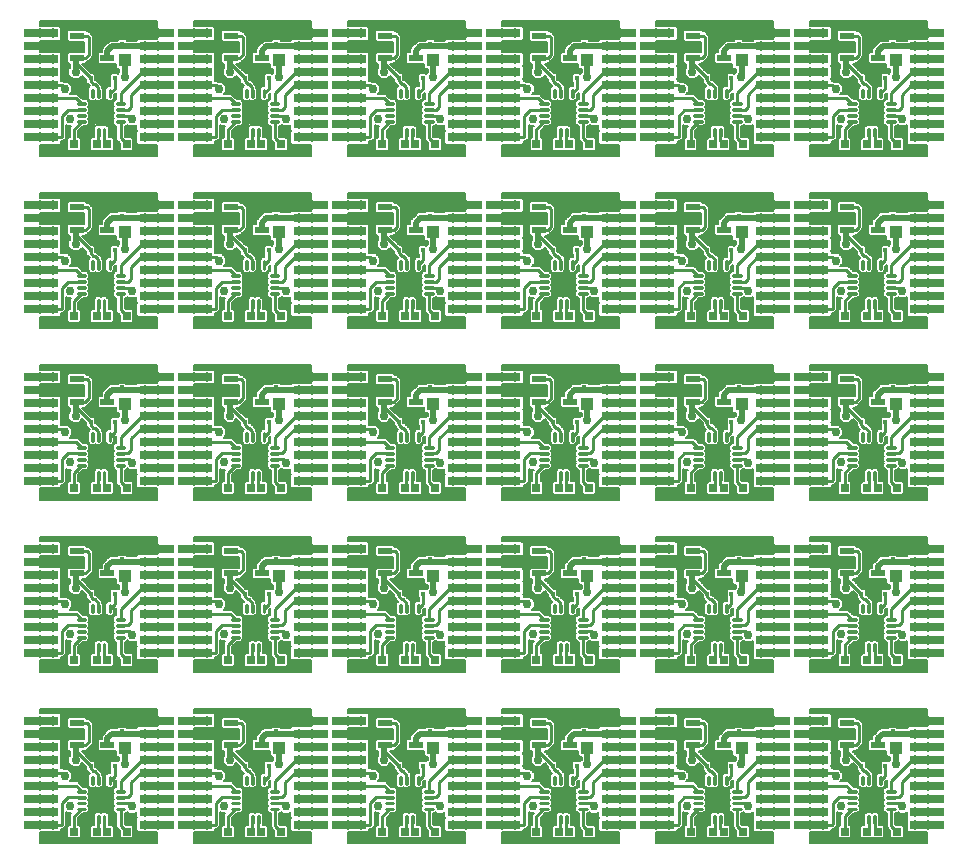
<source format=gbl>
G75*
%MOIN*%
%OFA0B0*%
%FSLAX25Y25*%
%IPPOS*%
%LPD*%
%AMOC8*
5,1,8,0,0,1.08239X$1,22.5*
%
%ADD10R,0.11811X0.03150*%
%ADD11C,0.03150*%
%ADD12R,0.04724X0.02165*%
%ADD13R,0.01181X0.01575*%
%ADD14C,0.00886*%
%ADD15R,0.06693X0.06693*%
%ADD16R,0.04331X0.04331*%
%ADD17R,0.01575X0.01181*%
%ADD18R,0.02756X0.02756*%
%ADD19C,0.01000*%
%ADD20C,0.02000*%
%ADD21C,0.02978*%
%ADD22C,0.00600*%
D10*
X0044799Y0044799D03*
X0044799Y0049130D03*
X0044799Y0053461D03*
X0044799Y0057791D03*
X0044799Y0062122D03*
X0044799Y0066453D03*
X0044799Y0070783D03*
X0044799Y0075114D03*
X0044799Y0079445D03*
X0044799Y0102075D03*
X0044799Y0106406D03*
X0044799Y0110736D03*
X0044799Y0115067D03*
X0044799Y0119398D03*
X0044799Y0123728D03*
X0044799Y0128059D03*
X0044799Y0132390D03*
X0044799Y0136720D03*
X0044799Y0159350D03*
X0044799Y0163681D03*
X0044799Y0168012D03*
X0044799Y0172343D03*
X0044799Y0176673D03*
X0044799Y0181004D03*
X0044799Y0185335D03*
X0044799Y0189665D03*
X0044799Y0193996D03*
X0044799Y0216626D03*
X0044799Y0220957D03*
X0044799Y0225287D03*
X0044799Y0229618D03*
X0044799Y0233949D03*
X0044799Y0238280D03*
X0044799Y0242610D03*
X0044799Y0246941D03*
X0044799Y0251272D03*
X0044799Y0273902D03*
X0044799Y0278232D03*
X0044799Y0282563D03*
X0044799Y0286894D03*
X0044799Y0291224D03*
X0044799Y0295555D03*
X0044799Y0299886D03*
X0044799Y0304217D03*
X0044799Y0308547D03*
X0083382Y0308547D03*
X0083382Y0304217D03*
X0083382Y0299886D03*
X0083382Y0295555D03*
X0083382Y0291224D03*
X0083382Y0286894D03*
X0083382Y0282563D03*
X0083382Y0278232D03*
X0083382Y0273902D03*
X0096169Y0273902D03*
X0096169Y0278232D03*
X0096169Y0282563D03*
X0096169Y0286894D03*
X0096169Y0291224D03*
X0096169Y0295555D03*
X0096169Y0299886D03*
X0096169Y0304217D03*
X0096169Y0308547D03*
X0134752Y0308547D03*
X0134752Y0304217D03*
X0134752Y0299886D03*
X0134752Y0295555D03*
X0134752Y0291224D03*
X0134752Y0286894D03*
X0134752Y0282563D03*
X0134752Y0278232D03*
X0134752Y0273902D03*
X0147539Y0273902D03*
X0147539Y0278232D03*
X0147539Y0282563D03*
X0147539Y0286894D03*
X0147539Y0291224D03*
X0147539Y0295555D03*
X0147539Y0299886D03*
X0147539Y0304217D03*
X0147539Y0308547D03*
X0186122Y0308547D03*
X0186122Y0304217D03*
X0186122Y0299886D03*
X0186122Y0295555D03*
X0186122Y0291224D03*
X0186122Y0286894D03*
X0186122Y0282563D03*
X0186122Y0278232D03*
X0186122Y0273902D03*
X0198909Y0273902D03*
X0198909Y0278232D03*
X0198909Y0282563D03*
X0198909Y0286894D03*
X0198909Y0291224D03*
X0198909Y0295555D03*
X0198909Y0299886D03*
X0198909Y0304217D03*
X0198909Y0308547D03*
X0237492Y0308547D03*
X0237492Y0304217D03*
X0237492Y0299886D03*
X0237492Y0295555D03*
X0237492Y0291224D03*
X0237492Y0286894D03*
X0237492Y0282563D03*
X0237492Y0278232D03*
X0237492Y0273902D03*
X0250280Y0273902D03*
X0250280Y0278232D03*
X0250280Y0282563D03*
X0250280Y0286894D03*
X0250280Y0291224D03*
X0250280Y0295555D03*
X0250280Y0299886D03*
X0250280Y0304217D03*
X0250280Y0308547D03*
X0288862Y0308547D03*
X0288862Y0304217D03*
X0288862Y0299886D03*
X0288862Y0295555D03*
X0288862Y0291224D03*
X0288862Y0286894D03*
X0288862Y0282563D03*
X0288862Y0278232D03*
X0288862Y0273902D03*
X0301650Y0273902D03*
X0301650Y0278232D03*
X0301650Y0282563D03*
X0301650Y0286894D03*
X0301650Y0291224D03*
X0301650Y0295555D03*
X0301650Y0299886D03*
X0301650Y0304217D03*
X0301650Y0308547D03*
X0340232Y0308547D03*
X0340232Y0304217D03*
X0340232Y0299886D03*
X0340232Y0295555D03*
X0340232Y0291224D03*
X0340232Y0286894D03*
X0340232Y0282563D03*
X0340232Y0278232D03*
X0340232Y0273902D03*
X0340232Y0251272D03*
X0340232Y0246941D03*
X0340232Y0242610D03*
X0340232Y0238280D03*
X0340232Y0233949D03*
X0340232Y0229618D03*
X0340232Y0225287D03*
X0340232Y0220957D03*
X0340232Y0216626D03*
X0340232Y0193996D03*
X0340232Y0189665D03*
X0340232Y0185335D03*
X0340232Y0181004D03*
X0340232Y0176673D03*
X0340232Y0172343D03*
X0340232Y0168012D03*
X0340232Y0163681D03*
X0340232Y0159350D03*
X0340232Y0136720D03*
X0340232Y0132390D03*
X0340232Y0128059D03*
X0340232Y0123728D03*
X0340232Y0119398D03*
X0340232Y0115067D03*
X0340232Y0110736D03*
X0340232Y0106406D03*
X0340232Y0102075D03*
X0340232Y0079445D03*
X0340232Y0075114D03*
X0340232Y0070783D03*
X0340232Y0066453D03*
X0340232Y0062122D03*
X0340232Y0057791D03*
X0340232Y0053461D03*
X0340232Y0049130D03*
X0340232Y0044799D03*
X0301650Y0044799D03*
X0301650Y0049130D03*
X0301650Y0053461D03*
X0301650Y0057791D03*
X0301650Y0062122D03*
X0301650Y0066453D03*
X0301650Y0070783D03*
X0301650Y0075114D03*
X0301650Y0079445D03*
X0288862Y0079445D03*
X0288862Y0075114D03*
X0288862Y0070783D03*
X0288862Y0066453D03*
X0288862Y0062122D03*
X0288862Y0057791D03*
X0288862Y0053461D03*
X0288862Y0049130D03*
X0288862Y0044799D03*
X0250280Y0044799D03*
X0250280Y0049130D03*
X0250280Y0053461D03*
X0250280Y0057791D03*
X0250280Y0062122D03*
X0250280Y0066453D03*
X0250280Y0070783D03*
X0250280Y0075114D03*
X0250280Y0079445D03*
X0237492Y0079445D03*
X0237492Y0075114D03*
X0237492Y0070783D03*
X0237492Y0066453D03*
X0237492Y0062122D03*
X0237492Y0057791D03*
X0237492Y0053461D03*
X0237492Y0049130D03*
X0237492Y0044799D03*
X0198909Y0044799D03*
X0198909Y0049130D03*
X0198909Y0053461D03*
X0198909Y0057791D03*
X0198909Y0062122D03*
X0198909Y0066453D03*
X0198909Y0070783D03*
X0198909Y0075114D03*
X0198909Y0079445D03*
X0186122Y0079445D03*
X0186122Y0075114D03*
X0186122Y0070783D03*
X0186122Y0066453D03*
X0186122Y0062122D03*
X0186122Y0057791D03*
X0186122Y0053461D03*
X0186122Y0049130D03*
X0186122Y0044799D03*
X0147539Y0044799D03*
X0147539Y0049130D03*
X0147539Y0053461D03*
X0147539Y0057791D03*
X0147539Y0062122D03*
X0147539Y0066453D03*
X0147539Y0070783D03*
X0147539Y0075114D03*
X0147539Y0079445D03*
X0134752Y0079445D03*
X0134752Y0075114D03*
X0134752Y0070783D03*
X0134752Y0066453D03*
X0134752Y0062122D03*
X0134752Y0057791D03*
X0134752Y0053461D03*
X0134752Y0049130D03*
X0134752Y0044799D03*
X0096169Y0044799D03*
X0096169Y0049130D03*
X0096169Y0053461D03*
X0096169Y0057791D03*
X0096169Y0062122D03*
X0096169Y0066453D03*
X0096169Y0070783D03*
X0096169Y0075114D03*
X0096169Y0079445D03*
X0083382Y0079445D03*
X0083382Y0075114D03*
X0083382Y0070783D03*
X0083382Y0066453D03*
X0083382Y0062122D03*
X0083382Y0057791D03*
X0083382Y0053461D03*
X0083382Y0049130D03*
X0083382Y0044799D03*
X0083382Y0102075D03*
X0083382Y0106406D03*
X0083382Y0110736D03*
X0083382Y0115067D03*
X0083382Y0119398D03*
X0083382Y0123728D03*
X0083382Y0128059D03*
X0083382Y0132390D03*
X0083382Y0136720D03*
X0096169Y0136720D03*
X0096169Y0132390D03*
X0096169Y0128059D03*
X0096169Y0123728D03*
X0096169Y0119398D03*
X0096169Y0115067D03*
X0096169Y0110736D03*
X0096169Y0106406D03*
X0096169Y0102075D03*
X0134752Y0102075D03*
X0134752Y0106406D03*
X0134752Y0110736D03*
X0134752Y0115067D03*
X0134752Y0119398D03*
X0134752Y0123728D03*
X0134752Y0128059D03*
X0134752Y0132390D03*
X0134752Y0136720D03*
X0147539Y0136720D03*
X0147539Y0132390D03*
X0147539Y0128059D03*
X0147539Y0123728D03*
X0147539Y0119398D03*
X0147539Y0115067D03*
X0147539Y0110736D03*
X0147539Y0106406D03*
X0147539Y0102075D03*
X0186122Y0102075D03*
X0186122Y0106406D03*
X0186122Y0110736D03*
X0186122Y0115067D03*
X0186122Y0119398D03*
X0186122Y0123728D03*
X0186122Y0128059D03*
X0186122Y0132390D03*
X0186122Y0136720D03*
X0198909Y0136720D03*
X0198909Y0132390D03*
X0198909Y0128059D03*
X0198909Y0123728D03*
X0198909Y0119398D03*
X0198909Y0115067D03*
X0198909Y0110736D03*
X0198909Y0106406D03*
X0198909Y0102075D03*
X0237492Y0102075D03*
X0237492Y0106406D03*
X0237492Y0110736D03*
X0237492Y0115067D03*
X0237492Y0119398D03*
X0237492Y0123728D03*
X0237492Y0128059D03*
X0237492Y0132390D03*
X0237492Y0136720D03*
X0250280Y0136720D03*
X0250280Y0132390D03*
X0250280Y0128059D03*
X0250280Y0123728D03*
X0250280Y0119398D03*
X0250280Y0115067D03*
X0250280Y0110736D03*
X0250280Y0106406D03*
X0250280Y0102075D03*
X0288862Y0102075D03*
X0288862Y0106406D03*
X0288862Y0110736D03*
X0288862Y0115067D03*
X0288862Y0119398D03*
X0288862Y0123728D03*
X0288862Y0128059D03*
X0288862Y0132390D03*
X0288862Y0136720D03*
X0301650Y0136720D03*
X0301650Y0132390D03*
X0301650Y0128059D03*
X0301650Y0123728D03*
X0301650Y0119398D03*
X0301650Y0115067D03*
X0301650Y0110736D03*
X0301650Y0106406D03*
X0301650Y0102075D03*
X0301650Y0159350D03*
X0301650Y0163681D03*
X0301650Y0168012D03*
X0301650Y0172343D03*
X0301650Y0176673D03*
X0301650Y0181004D03*
X0301650Y0185335D03*
X0301650Y0189665D03*
X0301650Y0193996D03*
X0288862Y0193996D03*
X0288862Y0189665D03*
X0288862Y0185335D03*
X0288862Y0181004D03*
X0288862Y0176673D03*
X0288862Y0172343D03*
X0288862Y0168012D03*
X0288862Y0163681D03*
X0288862Y0159350D03*
X0250280Y0159350D03*
X0250280Y0163681D03*
X0250280Y0168012D03*
X0250280Y0172343D03*
X0250280Y0176673D03*
X0250280Y0181004D03*
X0250280Y0185335D03*
X0250280Y0189665D03*
X0250280Y0193996D03*
X0237492Y0193996D03*
X0237492Y0189665D03*
X0237492Y0185335D03*
X0237492Y0181004D03*
X0237492Y0176673D03*
X0237492Y0172343D03*
X0237492Y0168012D03*
X0237492Y0163681D03*
X0237492Y0159350D03*
X0198909Y0159350D03*
X0198909Y0163681D03*
X0198909Y0168012D03*
X0198909Y0172343D03*
X0198909Y0176673D03*
X0198909Y0181004D03*
X0198909Y0185335D03*
X0198909Y0189665D03*
X0198909Y0193996D03*
X0186122Y0193996D03*
X0186122Y0189665D03*
X0186122Y0185335D03*
X0186122Y0181004D03*
X0186122Y0176673D03*
X0186122Y0172343D03*
X0186122Y0168012D03*
X0186122Y0163681D03*
X0186122Y0159350D03*
X0147539Y0159350D03*
X0147539Y0163681D03*
X0147539Y0168012D03*
X0147539Y0172343D03*
X0147539Y0176673D03*
X0147539Y0181004D03*
X0147539Y0185335D03*
X0147539Y0189665D03*
X0147539Y0193996D03*
X0134752Y0193996D03*
X0134752Y0189665D03*
X0134752Y0185335D03*
X0134752Y0181004D03*
X0134752Y0176673D03*
X0134752Y0172343D03*
X0134752Y0168012D03*
X0134752Y0163681D03*
X0134752Y0159350D03*
X0096169Y0159350D03*
X0096169Y0163681D03*
X0096169Y0168012D03*
X0096169Y0172343D03*
X0096169Y0176673D03*
X0096169Y0181004D03*
X0096169Y0185335D03*
X0096169Y0189665D03*
X0096169Y0193996D03*
X0083382Y0193996D03*
X0083382Y0189665D03*
X0083382Y0185335D03*
X0083382Y0181004D03*
X0083382Y0176673D03*
X0083382Y0172343D03*
X0083382Y0168012D03*
X0083382Y0163681D03*
X0083382Y0159350D03*
X0083382Y0216626D03*
X0083382Y0220957D03*
X0083382Y0225287D03*
X0083382Y0229618D03*
X0083382Y0233949D03*
X0083382Y0238280D03*
X0083382Y0242610D03*
X0083382Y0246941D03*
X0083382Y0251272D03*
X0096169Y0251272D03*
X0096169Y0246941D03*
X0096169Y0242610D03*
X0096169Y0238280D03*
X0096169Y0233949D03*
X0096169Y0229618D03*
X0096169Y0225287D03*
X0096169Y0220957D03*
X0096169Y0216626D03*
X0134752Y0216626D03*
X0134752Y0220957D03*
X0134752Y0225287D03*
X0134752Y0229618D03*
X0134752Y0233949D03*
X0134752Y0238280D03*
X0134752Y0242610D03*
X0134752Y0246941D03*
X0134752Y0251272D03*
X0147539Y0251272D03*
X0147539Y0246941D03*
X0147539Y0242610D03*
X0147539Y0238280D03*
X0147539Y0233949D03*
X0147539Y0229618D03*
X0147539Y0225287D03*
X0147539Y0220957D03*
X0147539Y0216626D03*
X0186122Y0216626D03*
X0186122Y0220957D03*
X0186122Y0225287D03*
X0186122Y0229618D03*
X0186122Y0233949D03*
X0186122Y0238280D03*
X0186122Y0242610D03*
X0186122Y0246941D03*
X0186122Y0251272D03*
X0198909Y0251272D03*
X0198909Y0246941D03*
X0198909Y0242610D03*
X0198909Y0238280D03*
X0198909Y0233949D03*
X0198909Y0229618D03*
X0198909Y0225287D03*
X0198909Y0220957D03*
X0198909Y0216626D03*
X0237492Y0216626D03*
X0237492Y0220957D03*
X0237492Y0225287D03*
X0237492Y0229618D03*
X0237492Y0233949D03*
X0237492Y0238280D03*
X0237492Y0242610D03*
X0237492Y0246941D03*
X0237492Y0251272D03*
X0250280Y0251272D03*
X0250280Y0246941D03*
X0250280Y0242610D03*
X0250280Y0238280D03*
X0250280Y0233949D03*
X0250280Y0229618D03*
X0250280Y0225287D03*
X0250280Y0220957D03*
X0250280Y0216626D03*
X0288862Y0216626D03*
X0288862Y0220957D03*
X0288862Y0225287D03*
X0288862Y0229618D03*
X0288862Y0233949D03*
X0288862Y0238280D03*
X0288862Y0242610D03*
X0288862Y0246941D03*
X0288862Y0251272D03*
X0301650Y0251272D03*
X0301650Y0246941D03*
X0301650Y0242610D03*
X0301650Y0238280D03*
X0301650Y0233949D03*
X0301650Y0229618D03*
X0301650Y0225287D03*
X0301650Y0220957D03*
X0301650Y0216626D03*
D11*
X0301256Y0216626D03*
X0305587Y0216626D03*
X0305587Y0220957D03*
X0301256Y0220957D03*
X0301256Y0225287D03*
X0305587Y0225287D03*
X0305587Y0229618D03*
X0305587Y0233949D03*
X0305587Y0238280D03*
X0301256Y0238280D03*
X0301256Y0233949D03*
X0301256Y0229618D03*
X0289256Y0229618D03*
X0289256Y0225287D03*
X0284925Y0225287D03*
X0284925Y0229618D03*
X0284925Y0233949D03*
X0284925Y0238280D03*
X0289256Y0238280D03*
X0289256Y0233949D03*
X0289256Y0242610D03*
X0284925Y0242610D03*
X0284925Y0246941D03*
X0284925Y0251272D03*
X0289256Y0251272D03*
X0289256Y0246941D03*
X0301256Y0246941D03*
X0305587Y0246941D03*
X0305587Y0251272D03*
X0301256Y0251272D03*
X0301256Y0242610D03*
X0305587Y0242610D03*
X0289256Y0220957D03*
X0284925Y0220957D03*
X0284925Y0216626D03*
X0289256Y0216626D03*
X0289256Y0193996D03*
X0284925Y0193996D03*
X0284925Y0189665D03*
X0284925Y0185335D03*
X0289256Y0185335D03*
X0289256Y0189665D03*
X0289256Y0181004D03*
X0289256Y0176673D03*
X0289256Y0172343D03*
X0284925Y0172343D03*
X0284925Y0176673D03*
X0284925Y0181004D03*
X0284925Y0168012D03*
X0284925Y0163681D03*
X0284925Y0159350D03*
X0289256Y0159350D03*
X0289256Y0163681D03*
X0289256Y0168012D03*
X0301256Y0168012D03*
X0305587Y0168012D03*
X0305587Y0163681D03*
X0305587Y0159350D03*
X0301256Y0159350D03*
X0301256Y0163681D03*
X0301256Y0172343D03*
X0301256Y0176673D03*
X0305587Y0176673D03*
X0305587Y0172343D03*
X0305587Y0181004D03*
X0305587Y0185335D03*
X0305587Y0189665D03*
X0301256Y0189665D03*
X0301256Y0185335D03*
X0301256Y0181004D03*
X0301256Y0193996D03*
X0305587Y0193996D03*
X0336295Y0193996D03*
X0340626Y0193996D03*
X0340626Y0189665D03*
X0340626Y0185335D03*
X0336295Y0185335D03*
X0336295Y0189665D03*
X0336295Y0181004D03*
X0336295Y0176673D03*
X0336295Y0172343D03*
X0340626Y0172343D03*
X0340626Y0176673D03*
X0340626Y0181004D03*
X0340626Y0168012D03*
X0336295Y0168012D03*
X0336295Y0163681D03*
X0336295Y0159350D03*
X0340626Y0159350D03*
X0340626Y0163681D03*
X0340626Y0136720D03*
X0340626Y0132390D03*
X0336295Y0132390D03*
X0336295Y0136720D03*
X0336295Y0128059D03*
X0336295Y0123728D03*
X0340626Y0123728D03*
X0340626Y0128059D03*
X0340626Y0119398D03*
X0336295Y0119398D03*
X0336295Y0115067D03*
X0336295Y0110736D03*
X0336295Y0106406D03*
X0340626Y0106406D03*
X0340626Y0110736D03*
X0340626Y0115067D03*
X0340626Y0102075D03*
X0336295Y0102075D03*
X0336295Y0079445D03*
X0336295Y0075114D03*
X0336295Y0070783D03*
X0340626Y0070783D03*
X0340626Y0075114D03*
X0340626Y0079445D03*
X0340626Y0066453D03*
X0336295Y0066453D03*
X0336295Y0062122D03*
X0336295Y0057791D03*
X0336295Y0053461D03*
X0340626Y0053461D03*
X0340626Y0057791D03*
X0340626Y0062122D03*
X0340626Y0049130D03*
X0336295Y0049130D03*
X0336295Y0044799D03*
X0340626Y0044799D03*
X0305587Y0044799D03*
X0305587Y0049130D03*
X0301256Y0049130D03*
X0301256Y0044799D03*
X0301256Y0053461D03*
X0301256Y0057791D03*
X0305587Y0057791D03*
X0305587Y0053461D03*
X0305587Y0062122D03*
X0305587Y0066453D03*
X0301256Y0066453D03*
X0301256Y0062122D03*
X0301256Y0070783D03*
X0305587Y0070783D03*
X0305587Y0075114D03*
X0305587Y0079445D03*
X0301256Y0079445D03*
X0301256Y0075114D03*
X0289256Y0075114D03*
X0289256Y0070783D03*
X0284925Y0070783D03*
X0284925Y0075114D03*
X0284925Y0079445D03*
X0289256Y0079445D03*
X0289256Y0066453D03*
X0284925Y0066453D03*
X0284925Y0062122D03*
X0284925Y0057791D03*
X0284925Y0053461D03*
X0289256Y0053461D03*
X0289256Y0057791D03*
X0289256Y0062122D03*
X0289256Y0049130D03*
X0289256Y0044799D03*
X0284925Y0044799D03*
X0284925Y0049130D03*
X0254217Y0049130D03*
X0254217Y0044799D03*
X0249886Y0044799D03*
X0249886Y0049130D03*
X0249886Y0053461D03*
X0249886Y0057791D03*
X0249886Y0062122D03*
X0249886Y0066453D03*
X0249886Y0070783D03*
X0249886Y0075114D03*
X0249886Y0079445D03*
X0254217Y0079445D03*
X0254217Y0075114D03*
X0254217Y0070783D03*
X0254217Y0066453D03*
X0254217Y0062122D03*
X0254217Y0057791D03*
X0254217Y0053461D03*
X0237886Y0053461D03*
X0237886Y0057791D03*
X0233555Y0057791D03*
X0233555Y0053461D03*
X0233555Y0049130D03*
X0233555Y0044799D03*
X0237886Y0044799D03*
X0237886Y0049130D03*
X0237886Y0062122D03*
X0237886Y0066453D03*
X0233555Y0066453D03*
X0233555Y0062122D03*
X0233555Y0070783D03*
X0237886Y0070783D03*
X0237886Y0075114D03*
X0237886Y0079445D03*
X0233555Y0079445D03*
X0233555Y0075114D03*
X0233555Y0102075D03*
X0233555Y0106406D03*
X0233555Y0110736D03*
X0237886Y0110736D03*
X0237886Y0106406D03*
X0237886Y0102075D03*
X0249886Y0102075D03*
X0249886Y0106406D03*
X0249886Y0110736D03*
X0249886Y0115067D03*
X0249886Y0119398D03*
X0249886Y0123728D03*
X0249886Y0128059D03*
X0249886Y0132390D03*
X0249886Y0136720D03*
X0254217Y0136720D03*
X0254217Y0132390D03*
X0254217Y0128059D03*
X0254217Y0123728D03*
X0254217Y0119398D03*
X0254217Y0115067D03*
X0254217Y0110736D03*
X0254217Y0106406D03*
X0254217Y0102075D03*
X0237886Y0115067D03*
X0237886Y0119398D03*
X0233555Y0119398D03*
X0233555Y0115067D03*
X0233555Y0123728D03*
X0237886Y0123728D03*
X0237886Y0128059D03*
X0237886Y0132390D03*
X0237886Y0136720D03*
X0233555Y0136720D03*
X0233555Y0132390D03*
X0233555Y0128059D03*
X0202846Y0128059D03*
X0198516Y0128059D03*
X0198516Y0123728D03*
X0202846Y0123728D03*
X0202846Y0119398D03*
X0198516Y0119398D03*
X0198516Y0115067D03*
X0202846Y0115067D03*
X0202846Y0110736D03*
X0198516Y0110736D03*
X0198516Y0106406D03*
X0202846Y0106406D03*
X0202846Y0102075D03*
X0198516Y0102075D03*
X0186516Y0102075D03*
X0186516Y0106406D03*
X0186516Y0110736D03*
X0182185Y0110736D03*
X0182185Y0106406D03*
X0182185Y0102075D03*
X0182185Y0115067D03*
X0182185Y0119398D03*
X0186516Y0119398D03*
X0186516Y0115067D03*
X0186516Y0123728D03*
X0182185Y0123728D03*
X0182185Y0128059D03*
X0182185Y0132390D03*
X0182185Y0136720D03*
X0186516Y0136720D03*
X0186516Y0132390D03*
X0186516Y0128059D03*
X0198516Y0132390D03*
X0202846Y0132390D03*
X0202846Y0136720D03*
X0198516Y0136720D03*
X0198516Y0159350D03*
X0202846Y0159350D03*
X0202846Y0163681D03*
X0198516Y0163681D03*
X0198516Y0168012D03*
X0202846Y0168012D03*
X0202846Y0172343D03*
X0202846Y0176673D03*
X0198516Y0176673D03*
X0198516Y0172343D03*
X0198516Y0181004D03*
X0202846Y0181004D03*
X0202846Y0185335D03*
X0198516Y0185335D03*
X0198516Y0189665D03*
X0202846Y0189665D03*
X0202846Y0193996D03*
X0198516Y0193996D03*
X0186516Y0193996D03*
X0182185Y0193996D03*
X0182185Y0189665D03*
X0182185Y0185335D03*
X0186516Y0185335D03*
X0186516Y0189665D03*
X0186516Y0181004D03*
X0186516Y0176673D03*
X0186516Y0172343D03*
X0182185Y0172343D03*
X0182185Y0176673D03*
X0182185Y0181004D03*
X0182185Y0168012D03*
X0186516Y0168012D03*
X0186516Y0163681D03*
X0186516Y0159350D03*
X0182185Y0159350D03*
X0182185Y0163681D03*
X0151476Y0163681D03*
X0147146Y0163681D03*
X0147146Y0159350D03*
X0151476Y0159350D03*
X0151476Y0168012D03*
X0147146Y0168012D03*
X0147146Y0172343D03*
X0147146Y0176673D03*
X0151476Y0176673D03*
X0151476Y0172343D03*
X0151476Y0181004D03*
X0147146Y0181004D03*
X0147146Y0185335D03*
X0147146Y0189665D03*
X0151476Y0189665D03*
X0151476Y0185335D03*
X0151476Y0193996D03*
X0147146Y0193996D03*
X0135146Y0193996D03*
X0130815Y0193996D03*
X0130815Y0189665D03*
X0130815Y0185335D03*
X0135146Y0185335D03*
X0135146Y0189665D03*
X0135146Y0181004D03*
X0135146Y0176673D03*
X0135146Y0172343D03*
X0130815Y0172343D03*
X0130815Y0176673D03*
X0130815Y0181004D03*
X0130815Y0168012D03*
X0135146Y0168012D03*
X0135146Y0163681D03*
X0135146Y0159350D03*
X0130815Y0159350D03*
X0130815Y0163681D03*
X0130815Y0136720D03*
X0130815Y0132390D03*
X0135146Y0132390D03*
X0135146Y0136720D03*
X0135146Y0128059D03*
X0135146Y0123728D03*
X0130815Y0123728D03*
X0130815Y0128059D03*
X0130815Y0119398D03*
X0135146Y0119398D03*
X0135146Y0115067D03*
X0135146Y0110736D03*
X0135146Y0106406D03*
X0130815Y0106406D03*
X0130815Y0110736D03*
X0130815Y0115067D03*
X0130815Y0102075D03*
X0135146Y0102075D03*
X0147146Y0102075D03*
X0151476Y0102075D03*
X0151476Y0106406D03*
X0151476Y0110736D03*
X0147146Y0110736D03*
X0147146Y0106406D03*
X0147146Y0115067D03*
X0151476Y0115067D03*
X0151476Y0119398D03*
X0147146Y0119398D03*
X0147146Y0123728D03*
X0151476Y0123728D03*
X0151476Y0128059D03*
X0147146Y0128059D03*
X0147146Y0132390D03*
X0151476Y0132390D03*
X0151476Y0136720D03*
X0147146Y0136720D03*
X0100106Y0136720D03*
X0100106Y0132390D03*
X0095776Y0132390D03*
X0095776Y0136720D03*
X0095776Y0128059D03*
X0100106Y0128059D03*
X0100106Y0123728D03*
X0095776Y0123728D03*
X0095776Y0119398D03*
X0100106Y0119398D03*
X0100106Y0115067D03*
X0095776Y0115067D03*
X0095776Y0110736D03*
X0100106Y0110736D03*
X0100106Y0106406D03*
X0095776Y0106406D03*
X0095776Y0102075D03*
X0100106Y0102075D03*
X0083776Y0102075D03*
X0083776Y0106406D03*
X0083776Y0110736D03*
X0083776Y0115067D03*
X0083776Y0119398D03*
X0079445Y0119398D03*
X0079445Y0115067D03*
X0079445Y0110736D03*
X0079445Y0106406D03*
X0079445Y0102075D03*
X0079445Y0123728D03*
X0083776Y0123728D03*
X0083776Y0128059D03*
X0083776Y0132390D03*
X0083776Y0136720D03*
X0079445Y0136720D03*
X0079445Y0132390D03*
X0079445Y0128059D03*
X0048736Y0128059D03*
X0048736Y0123728D03*
X0048736Y0119398D03*
X0048736Y0115067D03*
X0048736Y0110736D03*
X0048736Y0106406D03*
X0048736Y0102075D03*
X0044405Y0102075D03*
X0044405Y0106406D03*
X0044405Y0110736D03*
X0044405Y0115067D03*
X0044405Y0119398D03*
X0044405Y0123728D03*
X0044405Y0128059D03*
X0044405Y0132390D03*
X0044405Y0136720D03*
X0048736Y0136720D03*
X0048736Y0132390D03*
X0048736Y0159350D03*
X0048736Y0163681D03*
X0048736Y0168012D03*
X0044405Y0168012D03*
X0044405Y0163681D03*
X0044405Y0159350D03*
X0044405Y0172343D03*
X0044405Y0176673D03*
X0044405Y0181004D03*
X0044405Y0185335D03*
X0044405Y0189665D03*
X0044405Y0193996D03*
X0048736Y0193996D03*
X0048736Y0189665D03*
X0048736Y0185335D03*
X0048736Y0181004D03*
X0048736Y0176673D03*
X0048736Y0172343D03*
X0079445Y0172343D03*
X0079445Y0176673D03*
X0083776Y0176673D03*
X0083776Y0172343D03*
X0083776Y0168012D03*
X0083776Y0163681D03*
X0083776Y0159350D03*
X0079445Y0159350D03*
X0079445Y0163681D03*
X0079445Y0168012D03*
X0079445Y0181004D03*
X0083776Y0181004D03*
X0083776Y0185335D03*
X0083776Y0189665D03*
X0079445Y0189665D03*
X0079445Y0185335D03*
X0079445Y0193996D03*
X0083776Y0193996D03*
X0095776Y0193996D03*
X0100106Y0193996D03*
X0100106Y0189665D03*
X0100106Y0185335D03*
X0095776Y0185335D03*
X0095776Y0189665D03*
X0095776Y0181004D03*
X0100106Y0181004D03*
X0100106Y0176673D03*
X0095776Y0176673D03*
X0095776Y0172343D03*
X0100106Y0172343D03*
X0100106Y0168012D03*
X0095776Y0168012D03*
X0095776Y0163681D03*
X0100106Y0163681D03*
X0100106Y0159350D03*
X0095776Y0159350D03*
X0095776Y0216626D03*
X0100106Y0216626D03*
X0100106Y0220957D03*
X0095776Y0220957D03*
X0095776Y0225287D03*
X0100106Y0225287D03*
X0100106Y0229618D03*
X0095776Y0229618D03*
X0095776Y0233949D03*
X0100106Y0233949D03*
X0100106Y0238280D03*
X0095776Y0238280D03*
X0095776Y0242610D03*
X0100106Y0242610D03*
X0100106Y0246941D03*
X0095776Y0246941D03*
X0095776Y0251272D03*
X0100106Y0251272D03*
X0083776Y0251272D03*
X0083776Y0246941D03*
X0083776Y0242610D03*
X0079445Y0242610D03*
X0079445Y0246941D03*
X0079445Y0251272D03*
X0079445Y0238280D03*
X0083776Y0238280D03*
X0083776Y0233949D03*
X0083776Y0229618D03*
X0083776Y0225287D03*
X0079445Y0225287D03*
X0079445Y0229618D03*
X0079445Y0233949D03*
X0079445Y0220957D03*
X0083776Y0220957D03*
X0083776Y0216626D03*
X0079445Y0216626D03*
X0048736Y0216626D03*
X0048736Y0220957D03*
X0048736Y0225287D03*
X0048736Y0229618D03*
X0048736Y0233949D03*
X0048736Y0238280D03*
X0048736Y0242610D03*
X0048736Y0246941D03*
X0048736Y0251272D03*
X0044405Y0251272D03*
X0044405Y0246941D03*
X0044405Y0242610D03*
X0044405Y0238280D03*
X0044405Y0233949D03*
X0044405Y0229618D03*
X0044405Y0225287D03*
X0044405Y0220957D03*
X0044405Y0216626D03*
X0044405Y0273902D03*
X0044405Y0278232D03*
X0044405Y0282563D03*
X0044405Y0286894D03*
X0044405Y0291224D03*
X0044405Y0295555D03*
X0044405Y0299886D03*
X0044405Y0304217D03*
X0044405Y0308547D03*
X0048736Y0308547D03*
X0048736Y0304217D03*
X0048736Y0299886D03*
X0048736Y0295555D03*
X0048736Y0291224D03*
X0048736Y0286894D03*
X0048736Y0282563D03*
X0048736Y0278232D03*
X0048736Y0273902D03*
X0079445Y0273902D03*
X0083776Y0273902D03*
X0083776Y0278232D03*
X0083776Y0282563D03*
X0083776Y0286894D03*
X0083776Y0291224D03*
X0079445Y0291224D03*
X0079445Y0286894D03*
X0079445Y0282563D03*
X0079445Y0278232D03*
X0095776Y0278232D03*
X0100106Y0278232D03*
X0100106Y0282563D03*
X0095776Y0282563D03*
X0095776Y0286894D03*
X0100106Y0286894D03*
X0100106Y0291224D03*
X0095776Y0291224D03*
X0095776Y0295555D03*
X0100106Y0295555D03*
X0100106Y0299886D03*
X0095776Y0299886D03*
X0095776Y0304217D03*
X0095776Y0308547D03*
X0100106Y0308547D03*
X0100106Y0304217D03*
X0083776Y0304217D03*
X0083776Y0308547D03*
X0079445Y0308547D03*
X0079445Y0304217D03*
X0079445Y0299886D03*
X0083776Y0299886D03*
X0083776Y0295555D03*
X0079445Y0295555D03*
X0095776Y0273902D03*
X0100106Y0273902D03*
X0130815Y0273902D03*
X0135146Y0273902D03*
X0135146Y0278232D03*
X0135146Y0282563D03*
X0135146Y0286894D03*
X0135146Y0291224D03*
X0130815Y0291224D03*
X0130815Y0286894D03*
X0130815Y0282563D03*
X0130815Y0278232D03*
X0147146Y0278232D03*
X0151476Y0278232D03*
X0151476Y0282563D03*
X0147146Y0282563D03*
X0147146Y0286894D03*
X0151476Y0286894D03*
X0151476Y0291224D03*
X0147146Y0291224D03*
X0147146Y0295555D03*
X0151476Y0295555D03*
X0151476Y0299886D03*
X0147146Y0299886D03*
X0147146Y0304217D03*
X0147146Y0308547D03*
X0151476Y0308547D03*
X0151476Y0304217D03*
X0135146Y0304217D03*
X0135146Y0308547D03*
X0130815Y0308547D03*
X0130815Y0304217D03*
X0130815Y0299886D03*
X0135146Y0299886D03*
X0135146Y0295555D03*
X0130815Y0295555D03*
X0147146Y0273902D03*
X0151476Y0273902D03*
X0151476Y0251272D03*
X0147146Y0251272D03*
X0147146Y0246941D03*
X0151476Y0246941D03*
X0151476Y0242610D03*
X0147146Y0242610D03*
X0147146Y0238280D03*
X0151476Y0238280D03*
X0151476Y0233949D03*
X0147146Y0233949D03*
X0147146Y0229618D03*
X0151476Y0229618D03*
X0151476Y0225287D03*
X0147146Y0225287D03*
X0147146Y0220957D03*
X0151476Y0220957D03*
X0151476Y0216626D03*
X0147146Y0216626D03*
X0135146Y0216626D03*
X0135146Y0220957D03*
X0130815Y0220957D03*
X0130815Y0216626D03*
X0130815Y0225287D03*
X0135146Y0225287D03*
X0135146Y0229618D03*
X0135146Y0233949D03*
X0135146Y0238280D03*
X0130815Y0238280D03*
X0130815Y0233949D03*
X0130815Y0229618D03*
X0130815Y0242610D03*
X0135146Y0242610D03*
X0135146Y0246941D03*
X0135146Y0251272D03*
X0130815Y0251272D03*
X0130815Y0246941D03*
X0182185Y0246941D03*
X0182185Y0251272D03*
X0186516Y0251272D03*
X0186516Y0246941D03*
X0186516Y0242610D03*
X0182185Y0242610D03*
X0182185Y0238280D03*
X0186516Y0238280D03*
X0186516Y0233949D03*
X0186516Y0229618D03*
X0186516Y0225287D03*
X0182185Y0225287D03*
X0182185Y0229618D03*
X0182185Y0233949D03*
X0182185Y0220957D03*
X0186516Y0220957D03*
X0186516Y0216626D03*
X0182185Y0216626D03*
X0198516Y0216626D03*
X0202846Y0216626D03*
X0202846Y0220957D03*
X0198516Y0220957D03*
X0198516Y0225287D03*
X0202846Y0225287D03*
X0202846Y0229618D03*
X0198516Y0229618D03*
X0198516Y0233949D03*
X0202846Y0233949D03*
X0202846Y0238280D03*
X0198516Y0238280D03*
X0198516Y0242610D03*
X0202846Y0242610D03*
X0202846Y0246941D03*
X0198516Y0246941D03*
X0198516Y0251272D03*
X0202846Y0251272D03*
X0202846Y0273902D03*
X0198516Y0273902D03*
X0198516Y0278232D03*
X0202846Y0278232D03*
X0202846Y0282563D03*
X0198516Y0282563D03*
X0198516Y0286894D03*
X0202846Y0286894D03*
X0202846Y0291224D03*
X0198516Y0291224D03*
X0198516Y0295555D03*
X0202846Y0295555D03*
X0202846Y0299886D03*
X0198516Y0299886D03*
X0198516Y0304217D03*
X0198516Y0308547D03*
X0202846Y0308547D03*
X0202846Y0304217D03*
X0186516Y0304217D03*
X0186516Y0308547D03*
X0182185Y0308547D03*
X0182185Y0304217D03*
X0182185Y0299886D03*
X0186516Y0299886D03*
X0186516Y0295555D03*
X0182185Y0295555D03*
X0182185Y0291224D03*
X0182185Y0286894D03*
X0186516Y0286894D03*
X0186516Y0291224D03*
X0186516Y0282563D03*
X0186516Y0278232D03*
X0182185Y0278232D03*
X0182185Y0282563D03*
X0182185Y0273902D03*
X0186516Y0273902D03*
X0233555Y0273902D03*
X0237886Y0273902D03*
X0237886Y0278232D03*
X0233555Y0278232D03*
X0233555Y0282563D03*
X0233555Y0286894D03*
X0233555Y0291224D03*
X0237886Y0291224D03*
X0237886Y0286894D03*
X0237886Y0282563D03*
X0249886Y0282563D03*
X0249886Y0278232D03*
X0249886Y0273902D03*
X0254217Y0273902D03*
X0254217Y0278232D03*
X0254217Y0282563D03*
X0254217Y0286894D03*
X0254217Y0291224D03*
X0254217Y0295555D03*
X0254217Y0299886D03*
X0254217Y0304217D03*
X0254217Y0308547D03*
X0249886Y0308547D03*
X0249886Y0304217D03*
X0249886Y0299886D03*
X0249886Y0295555D03*
X0249886Y0291224D03*
X0249886Y0286894D03*
X0237886Y0295555D03*
X0237886Y0299886D03*
X0237886Y0304217D03*
X0237886Y0308547D03*
X0233555Y0308547D03*
X0233555Y0304217D03*
X0233555Y0299886D03*
X0233555Y0295555D03*
X0233555Y0251272D03*
X0237886Y0251272D03*
X0237886Y0246941D03*
X0237886Y0242610D03*
X0233555Y0242610D03*
X0233555Y0246941D03*
X0233555Y0238280D03*
X0237886Y0238280D03*
X0237886Y0233949D03*
X0237886Y0229618D03*
X0237886Y0225287D03*
X0233555Y0225287D03*
X0233555Y0229618D03*
X0233555Y0233949D03*
X0233555Y0220957D03*
X0237886Y0220957D03*
X0237886Y0216626D03*
X0233555Y0216626D03*
X0249886Y0216626D03*
X0249886Y0220957D03*
X0249886Y0225287D03*
X0249886Y0229618D03*
X0249886Y0233949D03*
X0249886Y0238280D03*
X0249886Y0242610D03*
X0249886Y0246941D03*
X0249886Y0251272D03*
X0254217Y0251272D03*
X0254217Y0246941D03*
X0254217Y0242610D03*
X0254217Y0238280D03*
X0254217Y0233949D03*
X0254217Y0229618D03*
X0254217Y0225287D03*
X0254217Y0220957D03*
X0254217Y0216626D03*
X0254217Y0193996D03*
X0254217Y0189665D03*
X0254217Y0185335D03*
X0254217Y0181004D03*
X0254217Y0176673D03*
X0254217Y0172343D03*
X0254217Y0168012D03*
X0254217Y0163681D03*
X0254217Y0159350D03*
X0249886Y0159350D03*
X0249886Y0163681D03*
X0249886Y0168012D03*
X0249886Y0172343D03*
X0249886Y0176673D03*
X0249886Y0181004D03*
X0249886Y0185335D03*
X0249886Y0189665D03*
X0249886Y0193996D03*
X0237886Y0193996D03*
X0233555Y0193996D03*
X0233555Y0189665D03*
X0233555Y0185335D03*
X0237886Y0185335D03*
X0237886Y0189665D03*
X0237886Y0181004D03*
X0237886Y0176673D03*
X0237886Y0172343D03*
X0233555Y0172343D03*
X0233555Y0176673D03*
X0233555Y0181004D03*
X0233555Y0168012D03*
X0237886Y0168012D03*
X0237886Y0163681D03*
X0237886Y0159350D03*
X0233555Y0159350D03*
X0233555Y0163681D03*
X0284925Y0136720D03*
X0284925Y0132390D03*
X0289256Y0132390D03*
X0289256Y0136720D03*
X0289256Y0128059D03*
X0289256Y0123728D03*
X0284925Y0123728D03*
X0284925Y0128059D03*
X0284925Y0119398D03*
X0289256Y0119398D03*
X0289256Y0115067D03*
X0289256Y0110736D03*
X0289256Y0106406D03*
X0284925Y0106406D03*
X0284925Y0110736D03*
X0284925Y0115067D03*
X0284925Y0102075D03*
X0289256Y0102075D03*
X0301256Y0102075D03*
X0301256Y0106406D03*
X0301256Y0110736D03*
X0305587Y0110736D03*
X0305587Y0106406D03*
X0305587Y0102075D03*
X0305587Y0115067D03*
X0305587Y0119398D03*
X0301256Y0119398D03*
X0301256Y0115067D03*
X0301256Y0123728D03*
X0305587Y0123728D03*
X0305587Y0128059D03*
X0305587Y0132390D03*
X0305587Y0136720D03*
X0301256Y0136720D03*
X0301256Y0132390D03*
X0301256Y0128059D03*
X0336295Y0216626D03*
X0336295Y0220957D03*
X0340626Y0220957D03*
X0340626Y0216626D03*
X0340626Y0225287D03*
X0336295Y0225287D03*
X0336295Y0229618D03*
X0336295Y0233949D03*
X0336295Y0238280D03*
X0340626Y0238280D03*
X0340626Y0233949D03*
X0340626Y0229618D03*
X0340626Y0242610D03*
X0336295Y0242610D03*
X0336295Y0246941D03*
X0336295Y0251272D03*
X0340626Y0251272D03*
X0340626Y0246941D03*
X0340626Y0273902D03*
X0336295Y0273902D03*
X0336295Y0278232D03*
X0340626Y0278232D03*
X0340626Y0282563D03*
X0336295Y0282563D03*
X0336295Y0286894D03*
X0336295Y0291224D03*
X0340626Y0291224D03*
X0340626Y0286894D03*
X0340626Y0295555D03*
X0336295Y0295555D03*
X0336295Y0299886D03*
X0336295Y0304217D03*
X0336295Y0308547D03*
X0340626Y0308547D03*
X0340626Y0304217D03*
X0340626Y0299886D03*
X0305587Y0299886D03*
X0305587Y0304217D03*
X0305587Y0308547D03*
X0301256Y0308547D03*
X0301256Y0304217D03*
X0301256Y0299886D03*
X0301256Y0295555D03*
X0305587Y0295555D03*
X0305587Y0291224D03*
X0305587Y0286894D03*
X0305587Y0282563D03*
X0305587Y0278232D03*
X0301256Y0278232D03*
X0301256Y0282563D03*
X0301256Y0286894D03*
X0301256Y0291224D03*
X0289256Y0291224D03*
X0289256Y0286894D03*
X0284925Y0286894D03*
X0284925Y0291224D03*
X0284925Y0295555D03*
X0284925Y0299886D03*
X0284925Y0304217D03*
X0284925Y0308547D03*
X0289256Y0308547D03*
X0289256Y0304217D03*
X0289256Y0299886D03*
X0289256Y0295555D03*
X0289256Y0282563D03*
X0289256Y0278232D03*
X0284925Y0278232D03*
X0284925Y0282563D03*
X0284925Y0273902D03*
X0289256Y0273902D03*
X0301256Y0273902D03*
X0305587Y0273902D03*
X0202846Y0079445D03*
X0198516Y0079445D03*
X0198516Y0075114D03*
X0202846Y0075114D03*
X0202846Y0070783D03*
X0198516Y0070783D03*
X0198516Y0066453D03*
X0202846Y0066453D03*
X0202846Y0062122D03*
X0198516Y0062122D03*
X0198516Y0057791D03*
X0198516Y0053461D03*
X0202846Y0053461D03*
X0202846Y0057791D03*
X0202846Y0049130D03*
X0198516Y0049130D03*
X0198516Y0044799D03*
X0202846Y0044799D03*
X0186516Y0044799D03*
X0186516Y0049130D03*
X0182185Y0049130D03*
X0182185Y0044799D03*
X0182185Y0053461D03*
X0182185Y0057791D03*
X0186516Y0057791D03*
X0186516Y0053461D03*
X0186516Y0062122D03*
X0186516Y0066453D03*
X0182185Y0066453D03*
X0182185Y0062122D03*
X0182185Y0070783D03*
X0186516Y0070783D03*
X0186516Y0075114D03*
X0186516Y0079445D03*
X0182185Y0079445D03*
X0182185Y0075114D03*
X0151476Y0075114D03*
X0147146Y0075114D03*
X0147146Y0070783D03*
X0151476Y0070783D03*
X0151476Y0066453D03*
X0147146Y0066453D03*
X0147146Y0062122D03*
X0151476Y0062122D03*
X0151476Y0057791D03*
X0147146Y0057791D03*
X0147146Y0053461D03*
X0151476Y0053461D03*
X0151476Y0049130D03*
X0147146Y0049130D03*
X0147146Y0044799D03*
X0151476Y0044799D03*
X0135146Y0044799D03*
X0135146Y0049130D03*
X0130815Y0049130D03*
X0130815Y0044799D03*
X0130815Y0053461D03*
X0130815Y0057791D03*
X0135146Y0057791D03*
X0135146Y0053461D03*
X0135146Y0062122D03*
X0135146Y0066453D03*
X0130815Y0066453D03*
X0130815Y0062122D03*
X0130815Y0070783D03*
X0135146Y0070783D03*
X0135146Y0075114D03*
X0135146Y0079445D03*
X0130815Y0079445D03*
X0130815Y0075114D03*
X0147146Y0079445D03*
X0151476Y0079445D03*
X0100106Y0079445D03*
X0095776Y0079445D03*
X0095776Y0075114D03*
X0100106Y0075114D03*
X0100106Y0070783D03*
X0095776Y0070783D03*
X0095776Y0066453D03*
X0100106Y0066453D03*
X0100106Y0062122D03*
X0095776Y0062122D03*
X0095776Y0057791D03*
X0100106Y0057791D03*
X0100106Y0053461D03*
X0095776Y0053461D03*
X0095776Y0049130D03*
X0100106Y0049130D03*
X0100106Y0044799D03*
X0095776Y0044799D03*
X0083776Y0044799D03*
X0083776Y0049130D03*
X0079445Y0049130D03*
X0079445Y0044799D03*
X0079445Y0053461D03*
X0079445Y0057791D03*
X0083776Y0057791D03*
X0083776Y0053461D03*
X0083776Y0062122D03*
X0083776Y0066453D03*
X0079445Y0066453D03*
X0079445Y0062122D03*
X0079445Y0070783D03*
X0083776Y0070783D03*
X0083776Y0075114D03*
X0083776Y0079445D03*
X0079445Y0079445D03*
X0079445Y0075114D03*
X0048736Y0075114D03*
X0048736Y0070783D03*
X0048736Y0066453D03*
X0048736Y0062122D03*
X0048736Y0057791D03*
X0048736Y0053461D03*
X0044405Y0053461D03*
X0044405Y0057791D03*
X0044405Y0062122D03*
X0044405Y0066453D03*
X0044405Y0070783D03*
X0044405Y0075114D03*
X0044405Y0079445D03*
X0048736Y0079445D03*
X0048736Y0049130D03*
X0048736Y0044799D03*
X0044405Y0044799D03*
X0044405Y0049130D03*
D12*
X0056787Y0071228D03*
X0056787Y0074969D03*
X0056787Y0078709D03*
X0067024Y0078709D03*
X0067024Y0071228D03*
X0108157Y0071228D03*
X0108157Y0074969D03*
X0108157Y0078709D03*
X0118394Y0078709D03*
X0118394Y0071228D03*
X0159527Y0071228D03*
X0159527Y0074969D03*
X0159527Y0078709D03*
X0169764Y0078709D03*
X0169764Y0071228D03*
X0210897Y0071228D03*
X0210897Y0074969D03*
X0210897Y0078709D03*
X0221134Y0078709D03*
X0221134Y0071228D03*
X0262267Y0071228D03*
X0262267Y0074969D03*
X0262267Y0078709D03*
X0272504Y0078709D03*
X0272504Y0071228D03*
X0313637Y0071228D03*
X0313637Y0074969D03*
X0313637Y0078709D03*
X0323874Y0078709D03*
X0323874Y0071228D03*
X0323874Y0128504D03*
X0323874Y0135984D03*
X0313637Y0135984D03*
X0313637Y0132244D03*
X0313637Y0128504D03*
X0272504Y0128504D03*
X0272504Y0135984D03*
X0262267Y0135984D03*
X0262267Y0132244D03*
X0262267Y0128504D03*
X0221134Y0128504D03*
X0221134Y0135984D03*
X0210897Y0135984D03*
X0210897Y0132244D03*
X0210897Y0128504D03*
X0169764Y0128504D03*
X0169764Y0135984D03*
X0159527Y0135984D03*
X0159527Y0132244D03*
X0159527Y0128504D03*
X0118394Y0128504D03*
X0118394Y0135984D03*
X0108157Y0135984D03*
X0108157Y0132244D03*
X0108157Y0128504D03*
X0067024Y0128504D03*
X0067024Y0135984D03*
X0056787Y0135984D03*
X0056787Y0132244D03*
X0056787Y0128504D03*
X0056787Y0185780D03*
X0056787Y0189520D03*
X0056787Y0193260D03*
X0067024Y0193260D03*
X0067024Y0185780D03*
X0108157Y0185780D03*
X0108157Y0189520D03*
X0108157Y0193260D03*
X0118394Y0193260D03*
X0118394Y0185780D03*
X0159527Y0185780D03*
X0159527Y0189520D03*
X0159527Y0193260D03*
X0169764Y0193260D03*
X0169764Y0185780D03*
X0210897Y0185780D03*
X0210897Y0189520D03*
X0210897Y0193260D03*
X0221134Y0193260D03*
X0221134Y0185780D03*
X0262267Y0185780D03*
X0262267Y0189520D03*
X0262267Y0193260D03*
X0272504Y0193260D03*
X0272504Y0185780D03*
X0313637Y0185780D03*
X0313637Y0189520D03*
X0313637Y0193260D03*
X0323874Y0193260D03*
X0323874Y0185780D03*
X0323874Y0243055D03*
X0323874Y0250535D03*
X0313637Y0250535D03*
X0313637Y0246795D03*
X0313637Y0243055D03*
X0272504Y0243055D03*
X0272504Y0250535D03*
X0262267Y0250535D03*
X0262267Y0246795D03*
X0262267Y0243055D03*
X0221134Y0243055D03*
X0221134Y0250535D03*
X0210897Y0250535D03*
X0210897Y0246795D03*
X0210897Y0243055D03*
X0169764Y0243055D03*
X0169764Y0250535D03*
X0159527Y0250535D03*
X0159527Y0246795D03*
X0159527Y0243055D03*
X0118394Y0243055D03*
X0118394Y0250535D03*
X0108157Y0250535D03*
X0108157Y0246795D03*
X0108157Y0243055D03*
X0067024Y0243055D03*
X0067024Y0250535D03*
X0056787Y0250535D03*
X0056787Y0246795D03*
X0056787Y0243055D03*
X0056787Y0300331D03*
X0056787Y0304071D03*
X0056787Y0307811D03*
X0067024Y0307811D03*
X0067024Y0300331D03*
X0108157Y0300331D03*
X0108157Y0304071D03*
X0108157Y0307811D03*
X0118394Y0307811D03*
X0118394Y0300331D03*
X0159527Y0300331D03*
X0159527Y0304071D03*
X0159527Y0307811D03*
X0169764Y0307811D03*
X0169764Y0300331D03*
X0210897Y0300331D03*
X0210897Y0304071D03*
X0210897Y0307811D03*
X0221134Y0307811D03*
X0221134Y0300331D03*
X0262267Y0300331D03*
X0262267Y0304071D03*
X0262267Y0307811D03*
X0272504Y0307811D03*
X0272504Y0300331D03*
X0313637Y0300331D03*
X0313637Y0304071D03*
X0313637Y0307811D03*
X0323874Y0307811D03*
X0323874Y0300331D03*
D13*
X0324256Y0293571D03*
X0326256Y0293571D03*
X0320256Y0293571D03*
X0318256Y0293571D03*
X0274886Y0293571D03*
X0272886Y0293571D03*
X0268886Y0293571D03*
X0266886Y0293571D03*
X0223516Y0293571D03*
X0221516Y0293571D03*
X0217516Y0293571D03*
X0215516Y0293571D03*
X0172146Y0293571D03*
X0170146Y0293571D03*
X0166146Y0293571D03*
X0164146Y0293571D03*
X0120776Y0293571D03*
X0118776Y0293571D03*
X0114776Y0293571D03*
X0112776Y0293571D03*
X0069405Y0293571D03*
X0067405Y0293571D03*
X0063405Y0293571D03*
X0061405Y0293571D03*
X0061405Y0236295D03*
X0063405Y0236295D03*
X0067405Y0236295D03*
X0069405Y0236295D03*
X0112776Y0236295D03*
X0114776Y0236295D03*
X0118776Y0236295D03*
X0120776Y0236295D03*
X0164146Y0236295D03*
X0166146Y0236295D03*
X0170146Y0236295D03*
X0172146Y0236295D03*
X0215516Y0236295D03*
X0217516Y0236295D03*
X0221516Y0236295D03*
X0223516Y0236295D03*
X0266886Y0236295D03*
X0268886Y0236295D03*
X0272886Y0236295D03*
X0274886Y0236295D03*
X0318256Y0236295D03*
X0320256Y0236295D03*
X0324256Y0236295D03*
X0326256Y0236295D03*
X0326256Y0179020D03*
X0324256Y0179020D03*
X0320256Y0179020D03*
X0318256Y0179020D03*
X0274886Y0179020D03*
X0272886Y0179020D03*
X0268886Y0179020D03*
X0266886Y0179020D03*
X0223516Y0179020D03*
X0221516Y0179020D03*
X0217516Y0179020D03*
X0215516Y0179020D03*
X0172146Y0179020D03*
X0170146Y0179020D03*
X0166146Y0179020D03*
X0164146Y0179020D03*
X0120776Y0179020D03*
X0118776Y0179020D03*
X0114776Y0179020D03*
X0112776Y0179020D03*
X0069405Y0179020D03*
X0067405Y0179020D03*
X0063405Y0179020D03*
X0061405Y0179020D03*
X0061405Y0121744D03*
X0063405Y0121744D03*
X0067405Y0121744D03*
X0069405Y0121744D03*
X0112776Y0121744D03*
X0114776Y0121744D03*
X0118776Y0121744D03*
X0120776Y0121744D03*
X0164146Y0121744D03*
X0166146Y0121744D03*
X0170146Y0121744D03*
X0172146Y0121744D03*
X0215516Y0121744D03*
X0217516Y0121744D03*
X0221516Y0121744D03*
X0223516Y0121744D03*
X0266886Y0121744D03*
X0268886Y0121744D03*
X0272886Y0121744D03*
X0274886Y0121744D03*
X0318256Y0121744D03*
X0320256Y0121744D03*
X0324256Y0121744D03*
X0326256Y0121744D03*
X0326256Y0064469D03*
X0324256Y0064469D03*
X0320256Y0064469D03*
X0318256Y0064469D03*
X0274886Y0064469D03*
X0272886Y0064469D03*
X0268886Y0064469D03*
X0266886Y0064469D03*
X0223516Y0064469D03*
X0221516Y0064469D03*
X0217516Y0064469D03*
X0215516Y0064469D03*
X0172146Y0064469D03*
X0170146Y0064469D03*
X0166146Y0064469D03*
X0164146Y0064469D03*
X0120776Y0064469D03*
X0118776Y0064469D03*
X0114776Y0064469D03*
X0112776Y0064469D03*
X0069405Y0064469D03*
X0067405Y0064469D03*
X0063405Y0064469D03*
X0061405Y0064469D03*
D14*
X0061806Y0060714D02*
X0061806Y0058254D01*
X0061806Y0060714D02*
X0062100Y0060714D01*
X0062100Y0058254D01*
X0061806Y0058254D01*
X0061806Y0059096D02*
X0062100Y0059096D01*
X0062100Y0059938D02*
X0061806Y0059938D01*
X0063774Y0060714D02*
X0063774Y0058254D01*
X0063774Y0060714D02*
X0064068Y0060714D01*
X0064068Y0058254D01*
X0063774Y0058254D01*
X0063774Y0059096D02*
X0064068Y0059096D01*
X0064068Y0059938D02*
X0063774Y0059938D01*
X0065743Y0060714D02*
X0065743Y0058254D01*
X0065743Y0060714D02*
X0066037Y0060714D01*
X0066037Y0058254D01*
X0065743Y0058254D01*
X0065743Y0059096D02*
X0066037Y0059096D01*
X0066037Y0059938D02*
X0065743Y0059938D01*
X0067711Y0060714D02*
X0067711Y0058254D01*
X0067711Y0060714D02*
X0068005Y0060714D01*
X0068005Y0058254D01*
X0067711Y0058254D01*
X0067711Y0059096D02*
X0068005Y0059096D01*
X0068005Y0059938D02*
X0067711Y0059938D01*
X0070191Y0056068D02*
X0072651Y0056068D01*
X0072651Y0055774D01*
X0070191Y0055774D01*
X0070191Y0056068D01*
X0070191Y0054100D02*
X0072651Y0054100D01*
X0072651Y0053806D01*
X0070191Y0053806D01*
X0070191Y0054100D01*
X0070191Y0052131D02*
X0072651Y0052131D01*
X0072651Y0051837D01*
X0070191Y0051837D01*
X0070191Y0052131D01*
X0070191Y0050163D02*
X0072651Y0050163D01*
X0072651Y0049869D01*
X0070191Y0049869D01*
X0070191Y0050163D01*
X0068005Y0047683D02*
X0068005Y0045223D01*
X0067711Y0045223D01*
X0067711Y0047683D01*
X0068005Y0047683D01*
X0068005Y0046065D02*
X0067711Y0046065D01*
X0067711Y0046907D02*
X0068005Y0046907D01*
X0066037Y0047683D02*
X0066037Y0045223D01*
X0065743Y0045223D01*
X0065743Y0047683D01*
X0066037Y0047683D01*
X0066037Y0046065D02*
X0065743Y0046065D01*
X0065743Y0046907D02*
X0066037Y0046907D01*
X0064068Y0047683D02*
X0064068Y0045223D01*
X0063774Y0045223D01*
X0063774Y0047683D01*
X0064068Y0047683D01*
X0064068Y0046065D02*
X0063774Y0046065D01*
X0063774Y0046907D02*
X0064068Y0046907D01*
X0062100Y0047683D02*
X0062100Y0045223D01*
X0061806Y0045223D01*
X0061806Y0047683D01*
X0062100Y0047683D01*
X0062100Y0046065D02*
X0061806Y0046065D01*
X0061806Y0046907D02*
X0062100Y0046907D01*
X0059620Y0049869D02*
X0057160Y0049869D01*
X0057160Y0050163D01*
X0059620Y0050163D01*
X0059620Y0049869D01*
X0059620Y0051837D02*
X0057160Y0051837D01*
X0057160Y0052131D01*
X0059620Y0052131D01*
X0059620Y0051837D01*
X0059620Y0053806D02*
X0057160Y0053806D01*
X0057160Y0054100D01*
X0059620Y0054100D01*
X0059620Y0053806D01*
X0059620Y0055774D02*
X0057160Y0055774D01*
X0057160Y0056068D01*
X0059620Y0056068D01*
X0059620Y0055774D01*
X0062100Y0102498D02*
X0062100Y0104958D01*
X0062100Y0102498D02*
X0061806Y0102498D01*
X0061806Y0104958D01*
X0062100Y0104958D01*
X0062100Y0103340D02*
X0061806Y0103340D01*
X0061806Y0104182D02*
X0062100Y0104182D01*
X0064068Y0104958D02*
X0064068Y0102498D01*
X0063774Y0102498D01*
X0063774Y0104958D01*
X0064068Y0104958D01*
X0064068Y0103340D02*
X0063774Y0103340D01*
X0063774Y0104182D02*
X0064068Y0104182D01*
X0066037Y0104958D02*
X0066037Y0102498D01*
X0065743Y0102498D01*
X0065743Y0104958D01*
X0066037Y0104958D01*
X0066037Y0103340D02*
X0065743Y0103340D01*
X0065743Y0104182D02*
X0066037Y0104182D01*
X0068005Y0104958D02*
X0068005Y0102498D01*
X0067711Y0102498D01*
X0067711Y0104958D01*
X0068005Y0104958D01*
X0068005Y0103340D02*
X0067711Y0103340D01*
X0067711Y0104182D02*
X0068005Y0104182D01*
X0070191Y0107438D02*
X0072651Y0107438D01*
X0072651Y0107144D01*
X0070191Y0107144D01*
X0070191Y0107438D01*
X0070191Y0109407D02*
X0072651Y0109407D01*
X0072651Y0109113D01*
X0070191Y0109113D01*
X0070191Y0109407D01*
X0070191Y0111375D02*
X0072651Y0111375D01*
X0072651Y0111081D01*
X0070191Y0111081D01*
X0070191Y0111375D01*
X0070191Y0113344D02*
X0072651Y0113344D01*
X0072651Y0113050D01*
X0070191Y0113050D01*
X0070191Y0113344D01*
X0067711Y0115530D02*
X0067711Y0117990D01*
X0068005Y0117990D01*
X0068005Y0115530D01*
X0067711Y0115530D01*
X0067711Y0116372D02*
X0068005Y0116372D01*
X0068005Y0117214D02*
X0067711Y0117214D01*
X0065743Y0117990D02*
X0065743Y0115530D01*
X0065743Y0117990D02*
X0066037Y0117990D01*
X0066037Y0115530D01*
X0065743Y0115530D01*
X0065743Y0116372D02*
X0066037Y0116372D01*
X0066037Y0117214D02*
X0065743Y0117214D01*
X0063774Y0117990D02*
X0063774Y0115530D01*
X0063774Y0117990D02*
X0064068Y0117990D01*
X0064068Y0115530D01*
X0063774Y0115530D01*
X0063774Y0116372D02*
X0064068Y0116372D01*
X0064068Y0117214D02*
X0063774Y0117214D01*
X0061806Y0117990D02*
X0061806Y0115530D01*
X0061806Y0117990D02*
X0062100Y0117990D01*
X0062100Y0115530D01*
X0061806Y0115530D01*
X0061806Y0116372D02*
X0062100Y0116372D01*
X0062100Y0117214D02*
X0061806Y0117214D01*
X0059620Y0113050D02*
X0057160Y0113050D01*
X0057160Y0113344D01*
X0059620Y0113344D01*
X0059620Y0113050D01*
X0059620Y0111081D02*
X0057160Y0111081D01*
X0057160Y0111375D01*
X0059620Y0111375D01*
X0059620Y0111081D01*
X0059620Y0109113D02*
X0057160Y0109113D01*
X0057160Y0109407D01*
X0059620Y0109407D01*
X0059620Y0109113D01*
X0059620Y0107144D02*
X0057160Y0107144D01*
X0057160Y0107438D01*
X0059620Y0107438D01*
X0059620Y0107144D01*
X0108530Y0107144D02*
X0110990Y0107144D01*
X0108530Y0107144D02*
X0108530Y0107438D01*
X0110990Y0107438D01*
X0110990Y0107144D01*
X0110990Y0109113D02*
X0108530Y0109113D01*
X0108530Y0109407D01*
X0110990Y0109407D01*
X0110990Y0109113D01*
X0110990Y0111081D02*
X0108530Y0111081D01*
X0108530Y0111375D01*
X0110990Y0111375D01*
X0110990Y0111081D01*
X0110990Y0113050D02*
X0108530Y0113050D01*
X0108530Y0113344D01*
X0110990Y0113344D01*
X0110990Y0113050D01*
X0113176Y0115530D02*
X0113176Y0117990D01*
X0113470Y0117990D01*
X0113470Y0115530D01*
X0113176Y0115530D01*
X0113176Y0116372D02*
X0113470Y0116372D01*
X0113470Y0117214D02*
X0113176Y0117214D01*
X0115144Y0117990D02*
X0115144Y0115530D01*
X0115144Y0117990D02*
X0115438Y0117990D01*
X0115438Y0115530D01*
X0115144Y0115530D01*
X0115144Y0116372D02*
X0115438Y0116372D01*
X0115438Y0117214D02*
X0115144Y0117214D01*
X0117113Y0117990D02*
X0117113Y0115530D01*
X0117113Y0117990D02*
X0117407Y0117990D01*
X0117407Y0115530D01*
X0117113Y0115530D01*
X0117113Y0116372D02*
X0117407Y0116372D01*
X0117407Y0117214D02*
X0117113Y0117214D01*
X0119081Y0117990D02*
X0119081Y0115530D01*
X0119081Y0117990D02*
X0119375Y0117990D01*
X0119375Y0115530D01*
X0119081Y0115530D01*
X0119081Y0116372D02*
X0119375Y0116372D01*
X0119375Y0117214D02*
X0119081Y0117214D01*
X0121561Y0113344D02*
X0124021Y0113344D01*
X0124021Y0113050D01*
X0121561Y0113050D01*
X0121561Y0113344D01*
X0121561Y0111375D02*
X0124021Y0111375D01*
X0124021Y0111081D01*
X0121561Y0111081D01*
X0121561Y0111375D01*
X0121561Y0109407D02*
X0124021Y0109407D01*
X0124021Y0109113D01*
X0121561Y0109113D01*
X0121561Y0109407D01*
X0121561Y0107438D02*
X0124021Y0107438D01*
X0124021Y0107144D01*
X0121561Y0107144D01*
X0121561Y0107438D01*
X0119375Y0104958D02*
X0119375Y0102498D01*
X0119081Y0102498D01*
X0119081Y0104958D01*
X0119375Y0104958D01*
X0119375Y0103340D02*
X0119081Y0103340D01*
X0119081Y0104182D02*
X0119375Y0104182D01*
X0117407Y0104958D02*
X0117407Y0102498D01*
X0117113Y0102498D01*
X0117113Y0104958D01*
X0117407Y0104958D01*
X0117407Y0103340D02*
X0117113Y0103340D01*
X0117113Y0104182D02*
X0117407Y0104182D01*
X0115438Y0104958D02*
X0115438Y0102498D01*
X0115144Y0102498D01*
X0115144Y0104958D01*
X0115438Y0104958D01*
X0115438Y0103340D02*
X0115144Y0103340D01*
X0115144Y0104182D02*
X0115438Y0104182D01*
X0113470Y0104958D02*
X0113470Y0102498D01*
X0113176Y0102498D01*
X0113176Y0104958D01*
X0113470Y0104958D01*
X0113470Y0103340D02*
X0113176Y0103340D01*
X0113176Y0104182D02*
X0113470Y0104182D01*
X0113176Y0060714D02*
X0113176Y0058254D01*
X0113176Y0060714D02*
X0113470Y0060714D01*
X0113470Y0058254D01*
X0113176Y0058254D01*
X0113176Y0059096D02*
X0113470Y0059096D01*
X0113470Y0059938D02*
X0113176Y0059938D01*
X0115144Y0060714D02*
X0115144Y0058254D01*
X0115144Y0060714D02*
X0115438Y0060714D01*
X0115438Y0058254D01*
X0115144Y0058254D01*
X0115144Y0059096D02*
X0115438Y0059096D01*
X0115438Y0059938D02*
X0115144Y0059938D01*
X0117113Y0060714D02*
X0117113Y0058254D01*
X0117113Y0060714D02*
X0117407Y0060714D01*
X0117407Y0058254D01*
X0117113Y0058254D01*
X0117113Y0059096D02*
X0117407Y0059096D01*
X0117407Y0059938D02*
X0117113Y0059938D01*
X0119081Y0060714D02*
X0119081Y0058254D01*
X0119081Y0060714D02*
X0119375Y0060714D01*
X0119375Y0058254D01*
X0119081Y0058254D01*
X0119081Y0059096D02*
X0119375Y0059096D01*
X0119375Y0059938D02*
X0119081Y0059938D01*
X0121561Y0056068D02*
X0124021Y0056068D01*
X0124021Y0055774D01*
X0121561Y0055774D01*
X0121561Y0056068D01*
X0121561Y0054100D02*
X0124021Y0054100D01*
X0124021Y0053806D01*
X0121561Y0053806D01*
X0121561Y0054100D01*
X0121561Y0052131D02*
X0124021Y0052131D01*
X0124021Y0051837D01*
X0121561Y0051837D01*
X0121561Y0052131D01*
X0121561Y0050163D02*
X0124021Y0050163D01*
X0124021Y0049869D01*
X0121561Y0049869D01*
X0121561Y0050163D01*
X0119375Y0047683D02*
X0119375Y0045223D01*
X0119081Y0045223D01*
X0119081Y0047683D01*
X0119375Y0047683D01*
X0119375Y0046065D02*
X0119081Y0046065D01*
X0119081Y0046907D02*
X0119375Y0046907D01*
X0117407Y0047683D02*
X0117407Y0045223D01*
X0117113Y0045223D01*
X0117113Y0047683D01*
X0117407Y0047683D01*
X0117407Y0046065D02*
X0117113Y0046065D01*
X0117113Y0046907D02*
X0117407Y0046907D01*
X0115438Y0047683D02*
X0115438Y0045223D01*
X0115144Y0045223D01*
X0115144Y0047683D01*
X0115438Y0047683D01*
X0115438Y0046065D02*
X0115144Y0046065D01*
X0115144Y0046907D02*
X0115438Y0046907D01*
X0113470Y0047683D02*
X0113470Y0045223D01*
X0113176Y0045223D01*
X0113176Y0047683D01*
X0113470Y0047683D01*
X0113470Y0046065D02*
X0113176Y0046065D01*
X0113176Y0046907D02*
X0113470Y0046907D01*
X0110990Y0049869D02*
X0108530Y0049869D01*
X0108530Y0050163D01*
X0110990Y0050163D01*
X0110990Y0049869D01*
X0110990Y0051837D02*
X0108530Y0051837D01*
X0108530Y0052131D01*
X0110990Y0052131D01*
X0110990Y0051837D01*
X0110990Y0053806D02*
X0108530Y0053806D01*
X0108530Y0054100D01*
X0110990Y0054100D01*
X0110990Y0053806D01*
X0110990Y0055774D02*
X0108530Y0055774D01*
X0108530Y0056068D01*
X0110990Y0056068D01*
X0110990Y0055774D01*
X0159900Y0055774D02*
X0162360Y0055774D01*
X0159900Y0055774D02*
X0159900Y0056068D01*
X0162360Y0056068D01*
X0162360Y0055774D01*
X0162360Y0053806D02*
X0159900Y0053806D01*
X0159900Y0054100D01*
X0162360Y0054100D01*
X0162360Y0053806D01*
X0162360Y0051837D02*
X0159900Y0051837D01*
X0159900Y0052131D01*
X0162360Y0052131D01*
X0162360Y0051837D01*
X0162360Y0049869D02*
X0159900Y0049869D01*
X0159900Y0050163D01*
X0162360Y0050163D01*
X0162360Y0049869D01*
X0164840Y0047683D02*
X0164840Y0045223D01*
X0164546Y0045223D01*
X0164546Y0047683D01*
X0164840Y0047683D01*
X0164840Y0046065D02*
X0164546Y0046065D01*
X0164546Y0046907D02*
X0164840Y0046907D01*
X0166808Y0047683D02*
X0166808Y0045223D01*
X0166514Y0045223D01*
X0166514Y0047683D01*
X0166808Y0047683D01*
X0166808Y0046065D02*
X0166514Y0046065D01*
X0166514Y0046907D02*
X0166808Y0046907D01*
X0168777Y0047683D02*
X0168777Y0045223D01*
X0168483Y0045223D01*
X0168483Y0047683D01*
X0168777Y0047683D01*
X0168777Y0046065D02*
X0168483Y0046065D01*
X0168483Y0046907D02*
X0168777Y0046907D01*
X0170745Y0047683D02*
X0170745Y0045223D01*
X0170451Y0045223D01*
X0170451Y0047683D01*
X0170745Y0047683D01*
X0170745Y0046065D02*
X0170451Y0046065D01*
X0170451Y0046907D02*
X0170745Y0046907D01*
X0172931Y0050163D02*
X0175391Y0050163D01*
X0175391Y0049869D01*
X0172931Y0049869D01*
X0172931Y0050163D01*
X0172931Y0052131D02*
X0175391Y0052131D01*
X0175391Y0051837D01*
X0172931Y0051837D01*
X0172931Y0052131D01*
X0172931Y0054100D02*
X0175391Y0054100D01*
X0175391Y0053806D01*
X0172931Y0053806D01*
X0172931Y0054100D01*
X0172931Y0056068D02*
X0175391Y0056068D01*
X0175391Y0055774D01*
X0172931Y0055774D01*
X0172931Y0056068D01*
X0170451Y0058254D02*
X0170451Y0060714D01*
X0170745Y0060714D01*
X0170745Y0058254D01*
X0170451Y0058254D01*
X0170451Y0059096D02*
X0170745Y0059096D01*
X0170745Y0059938D02*
X0170451Y0059938D01*
X0168483Y0060714D02*
X0168483Y0058254D01*
X0168483Y0060714D02*
X0168777Y0060714D01*
X0168777Y0058254D01*
X0168483Y0058254D01*
X0168483Y0059096D02*
X0168777Y0059096D01*
X0168777Y0059938D02*
X0168483Y0059938D01*
X0166514Y0060714D02*
X0166514Y0058254D01*
X0166514Y0060714D02*
X0166808Y0060714D01*
X0166808Y0058254D01*
X0166514Y0058254D01*
X0166514Y0059096D02*
X0166808Y0059096D01*
X0166808Y0059938D02*
X0166514Y0059938D01*
X0164546Y0060714D02*
X0164546Y0058254D01*
X0164546Y0060714D02*
X0164840Y0060714D01*
X0164840Y0058254D01*
X0164546Y0058254D01*
X0164546Y0059096D02*
X0164840Y0059096D01*
X0164840Y0059938D02*
X0164546Y0059938D01*
X0164840Y0102498D02*
X0164840Y0104958D01*
X0164840Y0102498D02*
X0164546Y0102498D01*
X0164546Y0104958D01*
X0164840Y0104958D01*
X0164840Y0103340D02*
X0164546Y0103340D01*
X0164546Y0104182D02*
X0164840Y0104182D01*
X0166808Y0104958D02*
X0166808Y0102498D01*
X0166514Y0102498D01*
X0166514Y0104958D01*
X0166808Y0104958D01*
X0166808Y0103340D02*
X0166514Y0103340D01*
X0166514Y0104182D02*
X0166808Y0104182D01*
X0168777Y0104958D02*
X0168777Y0102498D01*
X0168483Y0102498D01*
X0168483Y0104958D01*
X0168777Y0104958D01*
X0168777Y0103340D02*
X0168483Y0103340D01*
X0168483Y0104182D02*
X0168777Y0104182D01*
X0170745Y0104958D02*
X0170745Y0102498D01*
X0170451Y0102498D01*
X0170451Y0104958D01*
X0170745Y0104958D01*
X0170745Y0103340D02*
X0170451Y0103340D01*
X0170451Y0104182D02*
X0170745Y0104182D01*
X0172931Y0107438D02*
X0175391Y0107438D01*
X0175391Y0107144D01*
X0172931Y0107144D01*
X0172931Y0107438D01*
X0172931Y0109407D02*
X0175391Y0109407D01*
X0175391Y0109113D01*
X0172931Y0109113D01*
X0172931Y0109407D01*
X0172931Y0111375D02*
X0175391Y0111375D01*
X0175391Y0111081D01*
X0172931Y0111081D01*
X0172931Y0111375D01*
X0172931Y0113344D02*
X0175391Y0113344D01*
X0175391Y0113050D01*
X0172931Y0113050D01*
X0172931Y0113344D01*
X0170451Y0115530D02*
X0170451Y0117990D01*
X0170745Y0117990D01*
X0170745Y0115530D01*
X0170451Y0115530D01*
X0170451Y0116372D02*
X0170745Y0116372D01*
X0170745Y0117214D02*
X0170451Y0117214D01*
X0168483Y0117990D02*
X0168483Y0115530D01*
X0168483Y0117990D02*
X0168777Y0117990D01*
X0168777Y0115530D01*
X0168483Y0115530D01*
X0168483Y0116372D02*
X0168777Y0116372D01*
X0168777Y0117214D02*
X0168483Y0117214D01*
X0166514Y0117990D02*
X0166514Y0115530D01*
X0166514Y0117990D02*
X0166808Y0117990D01*
X0166808Y0115530D01*
X0166514Y0115530D01*
X0166514Y0116372D02*
X0166808Y0116372D01*
X0166808Y0117214D02*
X0166514Y0117214D01*
X0164546Y0117990D02*
X0164546Y0115530D01*
X0164546Y0117990D02*
X0164840Y0117990D01*
X0164840Y0115530D01*
X0164546Y0115530D01*
X0164546Y0116372D02*
X0164840Y0116372D01*
X0164840Y0117214D02*
X0164546Y0117214D01*
X0162360Y0113050D02*
X0159900Y0113050D01*
X0159900Y0113344D01*
X0162360Y0113344D01*
X0162360Y0113050D01*
X0162360Y0111081D02*
X0159900Y0111081D01*
X0159900Y0111375D01*
X0162360Y0111375D01*
X0162360Y0111081D01*
X0162360Y0109113D02*
X0159900Y0109113D01*
X0159900Y0109407D01*
X0162360Y0109407D01*
X0162360Y0109113D01*
X0162360Y0107144D02*
X0159900Y0107144D01*
X0159900Y0107438D01*
X0162360Y0107438D01*
X0162360Y0107144D01*
X0211270Y0107144D02*
X0213730Y0107144D01*
X0211270Y0107144D02*
X0211270Y0107438D01*
X0213730Y0107438D01*
X0213730Y0107144D01*
X0213730Y0109113D02*
X0211270Y0109113D01*
X0211270Y0109407D01*
X0213730Y0109407D01*
X0213730Y0109113D01*
X0213730Y0111081D02*
X0211270Y0111081D01*
X0211270Y0111375D01*
X0213730Y0111375D01*
X0213730Y0111081D01*
X0213730Y0113050D02*
X0211270Y0113050D01*
X0211270Y0113344D01*
X0213730Y0113344D01*
X0213730Y0113050D01*
X0215916Y0115530D02*
X0215916Y0117990D01*
X0216210Y0117990D01*
X0216210Y0115530D01*
X0215916Y0115530D01*
X0215916Y0116372D02*
X0216210Y0116372D01*
X0216210Y0117214D02*
X0215916Y0117214D01*
X0217884Y0117990D02*
X0217884Y0115530D01*
X0217884Y0117990D02*
X0218178Y0117990D01*
X0218178Y0115530D01*
X0217884Y0115530D01*
X0217884Y0116372D02*
X0218178Y0116372D01*
X0218178Y0117214D02*
X0217884Y0117214D01*
X0219853Y0117990D02*
X0219853Y0115530D01*
X0219853Y0117990D02*
X0220147Y0117990D01*
X0220147Y0115530D01*
X0219853Y0115530D01*
X0219853Y0116372D02*
X0220147Y0116372D01*
X0220147Y0117214D02*
X0219853Y0117214D01*
X0221821Y0117990D02*
X0221821Y0115530D01*
X0221821Y0117990D02*
X0222115Y0117990D01*
X0222115Y0115530D01*
X0221821Y0115530D01*
X0221821Y0116372D02*
X0222115Y0116372D01*
X0222115Y0117214D02*
X0221821Y0117214D01*
X0224301Y0113344D02*
X0226761Y0113344D01*
X0226761Y0113050D01*
X0224301Y0113050D01*
X0224301Y0113344D01*
X0224301Y0111375D02*
X0226761Y0111375D01*
X0226761Y0111081D01*
X0224301Y0111081D01*
X0224301Y0111375D01*
X0224301Y0109407D02*
X0226761Y0109407D01*
X0226761Y0109113D01*
X0224301Y0109113D01*
X0224301Y0109407D01*
X0224301Y0107438D02*
X0226761Y0107438D01*
X0226761Y0107144D01*
X0224301Y0107144D01*
X0224301Y0107438D01*
X0222115Y0104958D02*
X0222115Y0102498D01*
X0221821Y0102498D01*
X0221821Y0104958D01*
X0222115Y0104958D01*
X0222115Y0103340D02*
X0221821Y0103340D01*
X0221821Y0104182D02*
X0222115Y0104182D01*
X0220147Y0104958D02*
X0220147Y0102498D01*
X0219853Y0102498D01*
X0219853Y0104958D01*
X0220147Y0104958D01*
X0220147Y0103340D02*
X0219853Y0103340D01*
X0219853Y0104182D02*
X0220147Y0104182D01*
X0218178Y0104958D02*
X0218178Y0102498D01*
X0217884Y0102498D01*
X0217884Y0104958D01*
X0218178Y0104958D01*
X0218178Y0103340D02*
X0217884Y0103340D01*
X0217884Y0104182D02*
X0218178Y0104182D01*
X0216210Y0104958D02*
X0216210Y0102498D01*
X0215916Y0102498D01*
X0215916Y0104958D01*
X0216210Y0104958D01*
X0216210Y0103340D02*
X0215916Y0103340D01*
X0215916Y0104182D02*
X0216210Y0104182D01*
X0215916Y0060714D02*
X0215916Y0058254D01*
X0215916Y0060714D02*
X0216210Y0060714D01*
X0216210Y0058254D01*
X0215916Y0058254D01*
X0215916Y0059096D02*
X0216210Y0059096D01*
X0216210Y0059938D02*
X0215916Y0059938D01*
X0217884Y0060714D02*
X0217884Y0058254D01*
X0217884Y0060714D02*
X0218178Y0060714D01*
X0218178Y0058254D01*
X0217884Y0058254D01*
X0217884Y0059096D02*
X0218178Y0059096D01*
X0218178Y0059938D02*
X0217884Y0059938D01*
X0219853Y0060714D02*
X0219853Y0058254D01*
X0219853Y0060714D02*
X0220147Y0060714D01*
X0220147Y0058254D01*
X0219853Y0058254D01*
X0219853Y0059096D02*
X0220147Y0059096D01*
X0220147Y0059938D02*
X0219853Y0059938D01*
X0221821Y0060714D02*
X0221821Y0058254D01*
X0221821Y0060714D02*
X0222115Y0060714D01*
X0222115Y0058254D01*
X0221821Y0058254D01*
X0221821Y0059096D02*
X0222115Y0059096D01*
X0222115Y0059938D02*
X0221821Y0059938D01*
X0224301Y0056068D02*
X0226761Y0056068D01*
X0226761Y0055774D01*
X0224301Y0055774D01*
X0224301Y0056068D01*
X0224301Y0054100D02*
X0226761Y0054100D01*
X0226761Y0053806D01*
X0224301Y0053806D01*
X0224301Y0054100D01*
X0224301Y0052131D02*
X0226761Y0052131D01*
X0226761Y0051837D01*
X0224301Y0051837D01*
X0224301Y0052131D01*
X0224301Y0050163D02*
X0226761Y0050163D01*
X0226761Y0049869D01*
X0224301Y0049869D01*
X0224301Y0050163D01*
X0222115Y0047683D02*
X0222115Y0045223D01*
X0221821Y0045223D01*
X0221821Y0047683D01*
X0222115Y0047683D01*
X0222115Y0046065D02*
X0221821Y0046065D01*
X0221821Y0046907D02*
X0222115Y0046907D01*
X0220147Y0047683D02*
X0220147Y0045223D01*
X0219853Y0045223D01*
X0219853Y0047683D01*
X0220147Y0047683D01*
X0220147Y0046065D02*
X0219853Y0046065D01*
X0219853Y0046907D02*
X0220147Y0046907D01*
X0218178Y0047683D02*
X0218178Y0045223D01*
X0217884Y0045223D01*
X0217884Y0047683D01*
X0218178Y0047683D01*
X0218178Y0046065D02*
X0217884Y0046065D01*
X0217884Y0046907D02*
X0218178Y0046907D01*
X0216210Y0047683D02*
X0216210Y0045223D01*
X0215916Y0045223D01*
X0215916Y0047683D01*
X0216210Y0047683D01*
X0216210Y0046065D02*
X0215916Y0046065D01*
X0215916Y0046907D02*
X0216210Y0046907D01*
X0213730Y0049869D02*
X0211270Y0049869D01*
X0211270Y0050163D01*
X0213730Y0050163D01*
X0213730Y0049869D01*
X0213730Y0051837D02*
X0211270Y0051837D01*
X0211270Y0052131D01*
X0213730Y0052131D01*
X0213730Y0051837D01*
X0213730Y0053806D02*
X0211270Y0053806D01*
X0211270Y0054100D01*
X0213730Y0054100D01*
X0213730Y0053806D01*
X0213730Y0055774D02*
X0211270Y0055774D01*
X0211270Y0056068D01*
X0213730Y0056068D01*
X0213730Y0055774D01*
X0262640Y0055774D02*
X0265100Y0055774D01*
X0262640Y0055774D02*
X0262640Y0056068D01*
X0265100Y0056068D01*
X0265100Y0055774D01*
X0265100Y0053806D02*
X0262640Y0053806D01*
X0262640Y0054100D01*
X0265100Y0054100D01*
X0265100Y0053806D01*
X0265100Y0051837D02*
X0262640Y0051837D01*
X0262640Y0052131D01*
X0265100Y0052131D01*
X0265100Y0051837D01*
X0265100Y0049869D02*
X0262640Y0049869D01*
X0262640Y0050163D01*
X0265100Y0050163D01*
X0265100Y0049869D01*
X0267580Y0047683D02*
X0267580Y0045223D01*
X0267286Y0045223D01*
X0267286Y0047683D01*
X0267580Y0047683D01*
X0267580Y0046065D02*
X0267286Y0046065D01*
X0267286Y0046907D02*
X0267580Y0046907D01*
X0269549Y0047683D02*
X0269549Y0045223D01*
X0269255Y0045223D01*
X0269255Y0047683D01*
X0269549Y0047683D01*
X0269549Y0046065D02*
X0269255Y0046065D01*
X0269255Y0046907D02*
X0269549Y0046907D01*
X0271517Y0047683D02*
X0271517Y0045223D01*
X0271223Y0045223D01*
X0271223Y0047683D01*
X0271517Y0047683D01*
X0271517Y0046065D02*
X0271223Y0046065D01*
X0271223Y0046907D02*
X0271517Y0046907D01*
X0273486Y0047683D02*
X0273486Y0045223D01*
X0273192Y0045223D01*
X0273192Y0047683D01*
X0273486Y0047683D01*
X0273486Y0046065D02*
X0273192Y0046065D01*
X0273192Y0046907D02*
X0273486Y0046907D01*
X0275672Y0050163D02*
X0278132Y0050163D01*
X0278132Y0049869D01*
X0275672Y0049869D01*
X0275672Y0050163D01*
X0275672Y0052131D02*
X0278132Y0052131D01*
X0278132Y0051837D01*
X0275672Y0051837D01*
X0275672Y0052131D01*
X0275672Y0054100D02*
X0278132Y0054100D01*
X0278132Y0053806D01*
X0275672Y0053806D01*
X0275672Y0054100D01*
X0275672Y0056068D02*
X0278132Y0056068D01*
X0278132Y0055774D01*
X0275672Y0055774D01*
X0275672Y0056068D01*
X0273192Y0058254D02*
X0273192Y0060714D01*
X0273486Y0060714D01*
X0273486Y0058254D01*
X0273192Y0058254D01*
X0273192Y0059096D02*
X0273486Y0059096D01*
X0273486Y0059938D02*
X0273192Y0059938D01*
X0271223Y0060714D02*
X0271223Y0058254D01*
X0271223Y0060714D02*
X0271517Y0060714D01*
X0271517Y0058254D01*
X0271223Y0058254D01*
X0271223Y0059096D02*
X0271517Y0059096D01*
X0271517Y0059938D02*
X0271223Y0059938D01*
X0269255Y0060714D02*
X0269255Y0058254D01*
X0269255Y0060714D02*
X0269549Y0060714D01*
X0269549Y0058254D01*
X0269255Y0058254D01*
X0269255Y0059096D02*
X0269549Y0059096D01*
X0269549Y0059938D02*
X0269255Y0059938D01*
X0267286Y0060714D02*
X0267286Y0058254D01*
X0267286Y0060714D02*
X0267580Y0060714D01*
X0267580Y0058254D01*
X0267286Y0058254D01*
X0267286Y0059096D02*
X0267580Y0059096D01*
X0267580Y0059938D02*
X0267286Y0059938D01*
X0267580Y0102498D02*
X0267580Y0104958D01*
X0267580Y0102498D02*
X0267286Y0102498D01*
X0267286Y0104958D01*
X0267580Y0104958D01*
X0267580Y0103340D02*
X0267286Y0103340D01*
X0267286Y0104182D02*
X0267580Y0104182D01*
X0269549Y0104958D02*
X0269549Y0102498D01*
X0269255Y0102498D01*
X0269255Y0104958D01*
X0269549Y0104958D01*
X0269549Y0103340D02*
X0269255Y0103340D01*
X0269255Y0104182D02*
X0269549Y0104182D01*
X0271517Y0104958D02*
X0271517Y0102498D01*
X0271223Y0102498D01*
X0271223Y0104958D01*
X0271517Y0104958D01*
X0271517Y0103340D02*
X0271223Y0103340D01*
X0271223Y0104182D02*
X0271517Y0104182D01*
X0273486Y0104958D02*
X0273486Y0102498D01*
X0273192Y0102498D01*
X0273192Y0104958D01*
X0273486Y0104958D01*
X0273486Y0103340D02*
X0273192Y0103340D01*
X0273192Y0104182D02*
X0273486Y0104182D01*
X0275672Y0107438D02*
X0278132Y0107438D01*
X0278132Y0107144D01*
X0275672Y0107144D01*
X0275672Y0107438D01*
X0275672Y0109407D02*
X0278132Y0109407D01*
X0278132Y0109113D01*
X0275672Y0109113D01*
X0275672Y0109407D01*
X0275672Y0111375D02*
X0278132Y0111375D01*
X0278132Y0111081D01*
X0275672Y0111081D01*
X0275672Y0111375D01*
X0275672Y0113344D02*
X0278132Y0113344D01*
X0278132Y0113050D01*
X0275672Y0113050D01*
X0275672Y0113344D01*
X0273192Y0115530D02*
X0273192Y0117990D01*
X0273486Y0117990D01*
X0273486Y0115530D01*
X0273192Y0115530D01*
X0273192Y0116372D02*
X0273486Y0116372D01*
X0273486Y0117214D02*
X0273192Y0117214D01*
X0271223Y0117990D02*
X0271223Y0115530D01*
X0271223Y0117990D02*
X0271517Y0117990D01*
X0271517Y0115530D01*
X0271223Y0115530D01*
X0271223Y0116372D02*
X0271517Y0116372D01*
X0271517Y0117214D02*
X0271223Y0117214D01*
X0269255Y0117990D02*
X0269255Y0115530D01*
X0269255Y0117990D02*
X0269549Y0117990D01*
X0269549Y0115530D01*
X0269255Y0115530D01*
X0269255Y0116372D02*
X0269549Y0116372D01*
X0269549Y0117214D02*
X0269255Y0117214D01*
X0267286Y0117990D02*
X0267286Y0115530D01*
X0267286Y0117990D02*
X0267580Y0117990D01*
X0267580Y0115530D01*
X0267286Y0115530D01*
X0267286Y0116372D02*
X0267580Y0116372D01*
X0267580Y0117214D02*
X0267286Y0117214D01*
X0265100Y0113050D02*
X0262640Y0113050D01*
X0262640Y0113344D01*
X0265100Y0113344D01*
X0265100Y0113050D01*
X0265100Y0111081D02*
X0262640Y0111081D01*
X0262640Y0111375D01*
X0265100Y0111375D01*
X0265100Y0111081D01*
X0265100Y0109113D02*
X0262640Y0109113D01*
X0262640Y0109407D01*
X0265100Y0109407D01*
X0265100Y0109113D01*
X0265100Y0107144D02*
X0262640Y0107144D01*
X0262640Y0107438D01*
X0265100Y0107438D01*
X0265100Y0107144D01*
X0314010Y0107144D02*
X0316470Y0107144D01*
X0314010Y0107144D02*
X0314010Y0107438D01*
X0316470Y0107438D01*
X0316470Y0107144D01*
X0316470Y0109113D02*
X0314010Y0109113D01*
X0314010Y0109407D01*
X0316470Y0109407D01*
X0316470Y0109113D01*
X0316470Y0111081D02*
X0314010Y0111081D01*
X0314010Y0111375D01*
X0316470Y0111375D01*
X0316470Y0111081D01*
X0316470Y0113050D02*
X0314010Y0113050D01*
X0314010Y0113344D01*
X0316470Y0113344D01*
X0316470Y0113050D01*
X0318656Y0115530D02*
X0318656Y0117990D01*
X0318950Y0117990D01*
X0318950Y0115530D01*
X0318656Y0115530D01*
X0318656Y0116372D02*
X0318950Y0116372D01*
X0318950Y0117214D02*
X0318656Y0117214D01*
X0320625Y0117990D02*
X0320625Y0115530D01*
X0320625Y0117990D02*
X0320919Y0117990D01*
X0320919Y0115530D01*
X0320625Y0115530D01*
X0320625Y0116372D02*
X0320919Y0116372D01*
X0320919Y0117214D02*
X0320625Y0117214D01*
X0322593Y0117990D02*
X0322593Y0115530D01*
X0322593Y0117990D02*
X0322887Y0117990D01*
X0322887Y0115530D01*
X0322593Y0115530D01*
X0322593Y0116372D02*
X0322887Y0116372D01*
X0322887Y0117214D02*
X0322593Y0117214D01*
X0324562Y0117990D02*
X0324562Y0115530D01*
X0324562Y0117990D02*
X0324856Y0117990D01*
X0324856Y0115530D01*
X0324562Y0115530D01*
X0324562Y0116372D02*
X0324856Y0116372D01*
X0324856Y0117214D02*
X0324562Y0117214D01*
X0327042Y0113344D02*
X0329502Y0113344D01*
X0329502Y0113050D01*
X0327042Y0113050D01*
X0327042Y0113344D01*
X0327042Y0111375D02*
X0329502Y0111375D01*
X0329502Y0111081D01*
X0327042Y0111081D01*
X0327042Y0111375D01*
X0327042Y0109407D02*
X0329502Y0109407D01*
X0329502Y0109113D01*
X0327042Y0109113D01*
X0327042Y0109407D01*
X0327042Y0107438D02*
X0329502Y0107438D01*
X0329502Y0107144D01*
X0327042Y0107144D01*
X0327042Y0107438D01*
X0324856Y0104958D02*
X0324856Y0102498D01*
X0324562Y0102498D01*
X0324562Y0104958D01*
X0324856Y0104958D01*
X0324856Y0103340D02*
X0324562Y0103340D01*
X0324562Y0104182D02*
X0324856Y0104182D01*
X0322887Y0104958D02*
X0322887Y0102498D01*
X0322593Y0102498D01*
X0322593Y0104958D01*
X0322887Y0104958D01*
X0322887Y0103340D02*
X0322593Y0103340D01*
X0322593Y0104182D02*
X0322887Y0104182D01*
X0320919Y0104958D02*
X0320919Y0102498D01*
X0320625Y0102498D01*
X0320625Y0104958D01*
X0320919Y0104958D01*
X0320919Y0103340D02*
X0320625Y0103340D01*
X0320625Y0104182D02*
X0320919Y0104182D01*
X0318950Y0104958D02*
X0318950Y0102498D01*
X0318656Y0102498D01*
X0318656Y0104958D01*
X0318950Y0104958D01*
X0318950Y0103340D02*
X0318656Y0103340D01*
X0318656Y0104182D02*
X0318950Y0104182D01*
X0318656Y0060714D02*
X0318656Y0058254D01*
X0318656Y0060714D02*
X0318950Y0060714D01*
X0318950Y0058254D01*
X0318656Y0058254D01*
X0318656Y0059096D02*
X0318950Y0059096D01*
X0318950Y0059938D02*
X0318656Y0059938D01*
X0320625Y0060714D02*
X0320625Y0058254D01*
X0320625Y0060714D02*
X0320919Y0060714D01*
X0320919Y0058254D01*
X0320625Y0058254D01*
X0320625Y0059096D02*
X0320919Y0059096D01*
X0320919Y0059938D02*
X0320625Y0059938D01*
X0322593Y0060714D02*
X0322593Y0058254D01*
X0322593Y0060714D02*
X0322887Y0060714D01*
X0322887Y0058254D01*
X0322593Y0058254D01*
X0322593Y0059096D02*
X0322887Y0059096D01*
X0322887Y0059938D02*
X0322593Y0059938D01*
X0324562Y0060714D02*
X0324562Y0058254D01*
X0324562Y0060714D02*
X0324856Y0060714D01*
X0324856Y0058254D01*
X0324562Y0058254D01*
X0324562Y0059096D02*
X0324856Y0059096D01*
X0324856Y0059938D02*
X0324562Y0059938D01*
X0327042Y0056068D02*
X0329502Y0056068D01*
X0329502Y0055774D01*
X0327042Y0055774D01*
X0327042Y0056068D01*
X0327042Y0054100D02*
X0329502Y0054100D01*
X0329502Y0053806D01*
X0327042Y0053806D01*
X0327042Y0054100D01*
X0327042Y0052131D02*
X0329502Y0052131D01*
X0329502Y0051837D01*
X0327042Y0051837D01*
X0327042Y0052131D01*
X0327042Y0050163D02*
X0329502Y0050163D01*
X0329502Y0049869D01*
X0327042Y0049869D01*
X0327042Y0050163D01*
X0324856Y0047683D02*
X0324856Y0045223D01*
X0324562Y0045223D01*
X0324562Y0047683D01*
X0324856Y0047683D01*
X0324856Y0046065D02*
X0324562Y0046065D01*
X0324562Y0046907D02*
X0324856Y0046907D01*
X0322887Y0047683D02*
X0322887Y0045223D01*
X0322593Y0045223D01*
X0322593Y0047683D01*
X0322887Y0047683D01*
X0322887Y0046065D02*
X0322593Y0046065D01*
X0322593Y0046907D02*
X0322887Y0046907D01*
X0320919Y0047683D02*
X0320919Y0045223D01*
X0320625Y0045223D01*
X0320625Y0047683D01*
X0320919Y0047683D01*
X0320919Y0046065D02*
X0320625Y0046065D01*
X0320625Y0046907D02*
X0320919Y0046907D01*
X0318950Y0047683D02*
X0318950Y0045223D01*
X0318656Y0045223D01*
X0318656Y0047683D01*
X0318950Y0047683D01*
X0318950Y0046065D02*
X0318656Y0046065D01*
X0318656Y0046907D02*
X0318950Y0046907D01*
X0316470Y0049869D02*
X0314010Y0049869D01*
X0314010Y0050163D01*
X0316470Y0050163D01*
X0316470Y0049869D01*
X0316470Y0051837D02*
X0314010Y0051837D01*
X0314010Y0052131D01*
X0316470Y0052131D01*
X0316470Y0051837D01*
X0316470Y0053806D02*
X0314010Y0053806D01*
X0314010Y0054100D01*
X0316470Y0054100D01*
X0316470Y0053806D01*
X0316470Y0055774D02*
X0314010Y0055774D01*
X0314010Y0056068D01*
X0316470Y0056068D01*
X0316470Y0055774D01*
X0318950Y0159774D02*
X0318950Y0162234D01*
X0318950Y0159774D02*
X0318656Y0159774D01*
X0318656Y0162234D01*
X0318950Y0162234D01*
X0318950Y0160616D02*
X0318656Y0160616D01*
X0318656Y0161458D02*
X0318950Y0161458D01*
X0320919Y0162234D02*
X0320919Y0159774D01*
X0320625Y0159774D01*
X0320625Y0162234D01*
X0320919Y0162234D01*
X0320919Y0160616D02*
X0320625Y0160616D01*
X0320625Y0161458D02*
X0320919Y0161458D01*
X0322887Y0162234D02*
X0322887Y0159774D01*
X0322593Y0159774D01*
X0322593Y0162234D01*
X0322887Y0162234D01*
X0322887Y0160616D02*
X0322593Y0160616D01*
X0322593Y0161458D02*
X0322887Y0161458D01*
X0324856Y0162234D02*
X0324856Y0159774D01*
X0324562Y0159774D01*
X0324562Y0162234D01*
X0324856Y0162234D01*
X0324856Y0160616D02*
X0324562Y0160616D01*
X0324562Y0161458D02*
X0324856Y0161458D01*
X0327042Y0164714D02*
X0329502Y0164714D01*
X0329502Y0164420D01*
X0327042Y0164420D01*
X0327042Y0164714D01*
X0327042Y0166682D02*
X0329502Y0166682D01*
X0329502Y0166388D01*
X0327042Y0166388D01*
X0327042Y0166682D01*
X0327042Y0168651D02*
X0329502Y0168651D01*
X0329502Y0168357D01*
X0327042Y0168357D01*
X0327042Y0168651D01*
X0327042Y0170619D02*
X0329502Y0170619D01*
X0329502Y0170325D01*
X0327042Y0170325D01*
X0327042Y0170619D01*
X0324562Y0172805D02*
X0324562Y0175265D01*
X0324856Y0175265D01*
X0324856Y0172805D01*
X0324562Y0172805D01*
X0324562Y0173647D02*
X0324856Y0173647D01*
X0324856Y0174489D02*
X0324562Y0174489D01*
X0322593Y0175265D02*
X0322593Y0172805D01*
X0322593Y0175265D02*
X0322887Y0175265D01*
X0322887Y0172805D01*
X0322593Y0172805D01*
X0322593Y0173647D02*
X0322887Y0173647D01*
X0322887Y0174489D02*
X0322593Y0174489D01*
X0320625Y0175265D02*
X0320625Y0172805D01*
X0320625Y0175265D02*
X0320919Y0175265D01*
X0320919Y0172805D01*
X0320625Y0172805D01*
X0320625Y0173647D02*
X0320919Y0173647D01*
X0320919Y0174489D02*
X0320625Y0174489D01*
X0318656Y0175265D02*
X0318656Y0172805D01*
X0318656Y0175265D02*
X0318950Y0175265D01*
X0318950Y0172805D01*
X0318656Y0172805D01*
X0318656Y0173647D02*
X0318950Y0173647D01*
X0318950Y0174489D02*
X0318656Y0174489D01*
X0316470Y0170325D02*
X0314010Y0170325D01*
X0314010Y0170619D01*
X0316470Y0170619D01*
X0316470Y0170325D01*
X0316470Y0168357D02*
X0314010Y0168357D01*
X0314010Y0168651D01*
X0316470Y0168651D01*
X0316470Y0168357D01*
X0316470Y0166388D02*
X0314010Y0166388D01*
X0314010Y0166682D01*
X0316470Y0166682D01*
X0316470Y0166388D01*
X0316470Y0164420D02*
X0314010Y0164420D01*
X0314010Y0164714D01*
X0316470Y0164714D01*
X0316470Y0164420D01*
X0278132Y0164714D02*
X0275672Y0164714D01*
X0278132Y0164714D02*
X0278132Y0164420D01*
X0275672Y0164420D01*
X0275672Y0164714D01*
X0275672Y0166682D02*
X0278132Y0166682D01*
X0278132Y0166388D01*
X0275672Y0166388D01*
X0275672Y0166682D01*
X0275672Y0168651D02*
X0278132Y0168651D01*
X0278132Y0168357D01*
X0275672Y0168357D01*
X0275672Y0168651D01*
X0275672Y0170619D02*
X0278132Y0170619D01*
X0278132Y0170325D01*
X0275672Y0170325D01*
X0275672Y0170619D01*
X0273192Y0172805D02*
X0273192Y0175265D01*
X0273486Y0175265D01*
X0273486Y0172805D01*
X0273192Y0172805D01*
X0273192Y0173647D02*
X0273486Y0173647D01*
X0273486Y0174489D02*
X0273192Y0174489D01*
X0271223Y0175265D02*
X0271223Y0172805D01*
X0271223Y0175265D02*
X0271517Y0175265D01*
X0271517Y0172805D01*
X0271223Y0172805D01*
X0271223Y0173647D02*
X0271517Y0173647D01*
X0271517Y0174489D02*
X0271223Y0174489D01*
X0269255Y0175265D02*
X0269255Y0172805D01*
X0269255Y0175265D02*
X0269549Y0175265D01*
X0269549Y0172805D01*
X0269255Y0172805D01*
X0269255Y0173647D02*
X0269549Y0173647D01*
X0269549Y0174489D02*
X0269255Y0174489D01*
X0267286Y0175265D02*
X0267286Y0172805D01*
X0267286Y0175265D02*
X0267580Y0175265D01*
X0267580Y0172805D01*
X0267286Y0172805D01*
X0267286Y0173647D02*
X0267580Y0173647D01*
X0267580Y0174489D02*
X0267286Y0174489D01*
X0265100Y0170325D02*
X0262640Y0170325D01*
X0262640Y0170619D01*
X0265100Y0170619D01*
X0265100Y0170325D01*
X0265100Y0168357D02*
X0262640Y0168357D01*
X0262640Y0168651D01*
X0265100Y0168651D01*
X0265100Y0168357D01*
X0265100Y0166388D02*
X0262640Y0166388D01*
X0262640Y0166682D01*
X0265100Y0166682D01*
X0265100Y0166388D01*
X0265100Y0164420D02*
X0262640Y0164420D01*
X0262640Y0164714D01*
X0265100Y0164714D01*
X0265100Y0164420D01*
X0267580Y0162234D02*
X0267580Y0159774D01*
X0267286Y0159774D01*
X0267286Y0162234D01*
X0267580Y0162234D01*
X0267580Y0160616D02*
X0267286Y0160616D01*
X0267286Y0161458D02*
X0267580Y0161458D01*
X0269549Y0162234D02*
X0269549Y0159774D01*
X0269255Y0159774D01*
X0269255Y0162234D01*
X0269549Y0162234D01*
X0269549Y0160616D02*
X0269255Y0160616D01*
X0269255Y0161458D02*
X0269549Y0161458D01*
X0271517Y0162234D02*
X0271517Y0159774D01*
X0271223Y0159774D01*
X0271223Y0162234D01*
X0271517Y0162234D01*
X0271517Y0160616D02*
X0271223Y0160616D01*
X0271223Y0161458D02*
X0271517Y0161458D01*
X0273486Y0162234D02*
X0273486Y0159774D01*
X0273192Y0159774D01*
X0273192Y0162234D01*
X0273486Y0162234D01*
X0273486Y0160616D02*
X0273192Y0160616D01*
X0273192Y0161458D02*
X0273486Y0161458D01*
X0226761Y0164714D02*
X0224301Y0164714D01*
X0226761Y0164714D02*
X0226761Y0164420D01*
X0224301Y0164420D01*
X0224301Y0164714D01*
X0224301Y0166682D02*
X0226761Y0166682D01*
X0226761Y0166388D01*
X0224301Y0166388D01*
X0224301Y0166682D01*
X0224301Y0168651D02*
X0226761Y0168651D01*
X0226761Y0168357D01*
X0224301Y0168357D01*
X0224301Y0168651D01*
X0224301Y0170619D02*
X0226761Y0170619D01*
X0226761Y0170325D01*
X0224301Y0170325D01*
X0224301Y0170619D01*
X0221821Y0172805D02*
X0221821Y0175265D01*
X0222115Y0175265D01*
X0222115Y0172805D01*
X0221821Y0172805D01*
X0221821Y0173647D02*
X0222115Y0173647D01*
X0222115Y0174489D02*
X0221821Y0174489D01*
X0219853Y0175265D02*
X0219853Y0172805D01*
X0219853Y0175265D02*
X0220147Y0175265D01*
X0220147Y0172805D01*
X0219853Y0172805D01*
X0219853Y0173647D02*
X0220147Y0173647D01*
X0220147Y0174489D02*
X0219853Y0174489D01*
X0217884Y0175265D02*
X0217884Y0172805D01*
X0217884Y0175265D02*
X0218178Y0175265D01*
X0218178Y0172805D01*
X0217884Y0172805D01*
X0217884Y0173647D02*
X0218178Y0173647D01*
X0218178Y0174489D02*
X0217884Y0174489D01*
X0215916Y0175265D02*
X0215916Y0172805D01*
X0215916Y0175265D02*
X0216210Y0175265D01*
X0216210Y0172805D01*
X0215916Y0172805D01*
X0215916Y0173647D02*
X0216210Y0173647D01*
X0216210Y0174489D02*
X0215916Y0174489D01*
X0213730Y0170325D02*
X0211270Y0170325D01*
X0211270Y0170619D01*
X0213730Y0170619D01*
X0213730Y0170325D01*
X0213730Y0168357D02*
X0211270Y0168357D01*
X0211270Y0168651D01*
X0213730Y0168651D01*
X0213730Y0168357D01*
X0213730Y0166388D02*
X0211270Y0166388D01*
X0211270Y0166682D01*
X0213730Y0166682D01*
X0213730Y0166388D01*
X0213730Y0164420D02*
X0211270Y0164420D01*
X0211270Y0164714D01*
X0213730Y0164714D01*
X0213730Y0164420D01*
X0216210Y0162234D02*
X0216210Y0159774D01*
X0215916Y0159774D01*
X0215916Y0162234D01*
X0216210Y0162234D01*
X0216210Y0160616D02*
X0215916Y0160616D01*
X0215916Y0161458D02*
X0216210Y0161458D01*
X0218178Y0162234D02*
X0218178Y0159774D01*
X0217884Y0159774D01*
X0217884Y0162234D01*
X0218178Y0162234D01*
X0218178Y0160616D02*
X0217884Y0160616D01*
X0217884Y0161458D02*
X0218178Y0161458D01*
X0220147Y0162234D02*
X0220147Y0159774D01*
X0219853Y0159774D01*
X0219853Y0162234D01*
X0220147Y0162234D01*
X0220147Y0160616D02*
X0219853Y0160616D01*
X0219853Y0161458D02*
X0220147Y0161458D01*
X0222115Y0162234D02*
X0222115Y0159774D01*
X0221821Y0159774D01*
X0221821Y0162234D01*
X0222115Y0162234D01*
X0222115Y0160616D02*
X0221821Y0160616D01*
X0221821Y0161458D02*
X0222115Y0161458D01*
X0175391Y0164714D02*
X0172931Y0164714D01*
X0175391Y0164714D02*
X0175391Y0164420D01*
X0172931Y0164420D01*
X0172931Y0164714D01*
X0172931Y0166682D02*
X0175391Y0166682D01*
X0175391Y0166388D01*
X0172931Y0166388D01*
X0172931Y0166682D01*
X0172931Y0168651D02*
X0175391Y0168651D01*
X0175391Y0168357D01*
X0172931Y0168357D01*
X0172931Y0168651D01*
X0172931Y0170619D02*
X0175391Y0170619D01*
X0175391Y0170325D01*
X0172931Y0170325D01*
X0172931Y0170619D01*
X0170451Y0172805D02*
X0170451Y0175265D01*
X0170745Y0175265D01*
X0170745Y0172805D01*
X0170451Y0172805D01*
X0170451Y0173647D02*
X0170745Y0173647D01*
X0170745Y0174489D02*
X0170451Y0174489D01*
X0168483Y0175265D02*
X0168483Y0172805D01*
X0168483Y0175265D02*
X0168777Y0175265D01*
X0168777Y0172805D01*
X0168483Y0172805D01*
X0168483Y0173647D02*
X0168777Y0173647D01*
X0168777Y0174489D02*
X0168483Y0174489D01*
X0166514Y0175265D02*
X0166514Y0172805D01*
X0166514Y0175265D02*
X0166808Y0175265D01*
X0166808Y0172805D01*
X0166514Y0172805D01*
X0166514Y0173647D02*
X0166808Y0173647D01*
X0166808Y0174489D02*
X0166514Y0174489D01*
X0164546Y0175265D02*
X0164546Y0172805D01*
X0164546Y0175265D02*
X0164840Y0175265D01*
X0164840Y0172805D01*
X0164546Y0172805D01*
X0164546Y0173647D02*
X0164840Y0173647D01*
X0164840Y0174489D02*
X0164546Y0174489D01*
X0162360Y0170325D02*
X0159900Y0170325D01*
X0159900Y0170619D01*
X0162360Y0170619D01*
X0162360Y0170325D01*
X0162360Y0168357D02*
X0159900Y0168357D01*
X0159900Y0168651D01*
X0162360Y0168651D01*
X0162360Y0168357D01*
X0162360Y0166388D02*
X0159900Y0166388D01*
X0159900Y0166682D01*
X0162360Y0166682D01*
X0162360Y0166388D01*
X0162360Y0164420D02*
X0159900Y0164420D01*
X0159900Y0164714D01*
X0162360Y0164714D01*
X0162360Y0164420D01*
X0164840Y0162234D02*
X0164840Y0159774D01*
X0164546Y0159774D01*
X0164546Y0162234D01*
X0164840Y0162234D01*
X0164840Y0160616D02*
X0164546Y0160616D01*
X0164546Y0161458D02*
X0164840Y0161458D01*
X0166808Y0162234D02*
X0166808Y0159774D01*
X0166514Y0159774D01*
X0166514Y0162234D01*
X0166808Y0162234D01*
X0166808Y0160616D02*
X0166514Y0160616D01*
X0166514Y0161458D02*
X0166808Y0161458D01*
X0168777Y0162234D02*
X0168777Y0159774D01*
X0168483Y0159774D01*
X0168483Y0162234D01*
X0168777Y0162234D01*
X0168777Y0160616D02*
X0168483Y0160616D01*
X0168483Y0161458D02*
X0168777Y0161458D01*
X0170745Y0162234D02*
X0170745Y0159774D01*
X0170451Y0159774D01*
X0170451Y0162234D01*
X0170745Y0162234D01*
X0170745Y0160616D02*
X0170451Y0160616D01*
X0170451Y0161458D02*
X0170745Y0161458D01*
X0124021Y0164714D02*
X0121561Y0164714D01*
X0124021Y0164714D02*
X0124021Y0164420D01*
X0121561Y0164420D01*
X0121561Y0164714D01*
X0121561Y0166682D02*
X0124021Y0166682D01*
X0124021Y0166388D01*
X0121561Y0166388D01*
X0121561Y0166682D01*
X0121561Y0168651D02*
X0124021Y0168651D01*
X0124021Y0168357D01*
X0121561Y0168357D01*
X0121561Y0168651D01*
X0121561Y0170619D02*
X0124021Y0170619D01*
X0124021Y0170325D01*
X0121561Y0170325D01*
X0121561Y0170619D01*
X0119081Y0172805D02*
X0119081Y0175265D01*
X0119375Y0175265D01*
X0119375Y0172805D01*
X0119081Y0172805D01*
X0119081Y0173647D02*
X0119375Y0173647D01*
X0119375Y0174489D02*
X0119081Y0174489D01*
X0117113Y0175265D02*
X0117113Y0172805D01*
X0117113Y0175265D02*
X0117407Y0175265D01*
X0117407Y0172805D01*
X0117113Y0172805D01*
X0117113Y0173647D02*
X0117407Y0173647D01*
X0117407Y0174489D02*
X0117113Y0174489D01*
X0115144Y0175265D02*
X0115144Y0172805D01*
X0115144Y0175265D02*
X0115438Y0175265D01*
X0115438Y0172805D01*
X0115144Y0172805D01*
X0115144Y0173647D02*
X0115438Y0173647D01*
X0115438Y0174489D02*
X0115144Y0174489D01*
X0113176Y0175265D02*
X0113176Y0172805D01*
X0113176Y0175265D02*
X0113470Y0175265D01*
X0113470Y0172805D01*
X0113176Y0172805D01*
X0113176Y0173647D02*
X0113470Y0173647D01*
X0113470Y0174489D02*
X0113176Y0174489D01*
X0110990Y0170325D02*
X0108530Y0170325D01*
X0108530Y0170619D01*
X0110990Y0170619D01*
X0110990Y0170325D01*
X0110990Y0168357D02*
X0108530Y0168357D01*
X0108530Y0168651D01*
X0110990Y0168651D01*
X0110990Y0168357D01*
X0110990Y0166388D02*
X0108530Y0166388D01*
X0108530Y0166682D01*
X0110990Y0166682D01*
X0110990Y0166388D01*
X0110990Y0164420D02*
X0108530Y0164420D01*
X0108530Y0164714D01*
X0110990Y0164714D01*
X0110990Y0164420D01*
X0113470Y0162234D02*
X0113470Y0159774D01*
X0113176Y0159774D01*
X0113176Y0162234D01*
X0113470Y0162234D01*
X0113470Y0160616D02*
X0113176Y0160616D01*
X0113176Y0161458D02*
X0113470Y0161458D01*
X0115438Y0162234D02*
X0115438Y0159774D01*
X0115144Y0159774D01*
X0115144Y0162234D01*
X0115438Y0162234D01*
X0115438Y0160616D02*
X0115144Y0160616D01*
X0115144Y0161458D02*
X0115438Y0161458D01*
X0117407Y0162234D02*
X0117407Y0159774D01*
X0117113Y0159774D01*
X0117113Y0162234D01*
X0117407Y0162234D01*
X0117407Y0160616D02*
X0117113Y0160616D01*
X0117113Y0161458D02*
X0117407Y0161458D01*
X0119375Y0162234D02*
X0119375Y0159774D01*
X0119081Y0159774D01*
X0119081Y0162234D01*
X0119375Y0162234D01*
X0119375Y0160616D02*
X0119081Y0160616D01*
X0119081Y0161458D02*
X0119375Y0161458D01*
X0072651Y0164714D02*
X0070191Y0164714D01*
X0072651Y0164714D02*
X0072651Y0164420D01*
X0070191Y0164420D01*
X0070191Y0164714D01*
X0070191Y0166682D02*
X0072651Y0166682D01*
X0072651Y0166388D01*
X0070191Y0166388D01*
X0070191Y0166682D01*
X0070191Y0168651D02*
X0072651Y0168651D01*
X0072651Y0168357D01*
X0070191Y0168357D01*
X0070191Y0168651D01*
X0070191Y0170619D02*
X0072651Y0170619D01*
X0072651Y0170325D01*
X0070191Y0170325D01*
X0070191Y0170619D01*
X0067711Y0172805D02*
X0067711Y0175265D01*
X0068005Y0175265D01*
X0068005Y0172805D01*
X0067711Y0172805D01*
X0067711Y0173647D02*
X0068005Y0173647D01*
X0068005Y0174489D02*
X0067711Y0174489D01*
X0065743Y0175265D02*
X0065743Y0172805D01*
X0065743Y0175265D02*
X0066037Y0175265D01*
X0066037Y0172805D01*
X0065743Y0172805D01*
X0065743Y0173647D02*
X0066037Y0173647D01*
X0066037Y0174489D02*
X0065743Y0174489D01*
X0063774Y0175265D02*
X0063774Y0172805D01*
X0063774Y0175265D02*
X0064068Y0175265D01*
X0064068Y0172805D01*
X0063774Y0172805D01*
X0063774Y0173647D02*
X0064068Y0173647D01*
X0064068Y0174489D02*
X0063774Y0174489D01*
X0061806Y0175265D02*
X0061806Y0172805D01*
X0061806Y0175265D02*
X0062100Y0175265D01*
X0062100Y0172805D01*
X0061806Y0172805D01*
X0061806Y0173647D02*
X0062100Y0173647D01*
X0062100Y0174489D02*
X0061806Y0174489D01*
X0059620Y0170325D02*
X0057160Y0170325D01*
X0057160Y0170619D01*
X0059620Y0170619D01*
X0059620Y0170325D01*
X0059620Y0168357D02*
X0057160Y0168357D01*
X0057160Y0168651D01*
X0059620Y0168651D01*
X0059620Y0168357D01*
X0059620Y0166388D02*
X0057160Y0166388D01*
X0057160Y0166682D01*
X0059620Y0166682D01*
X0059620Y0166388D01*
X0059620Y0164420D02*
X0057160Y0164420D01*
X0057160Y0164714D01*
X0059620Y0164714D01*
X0059620Y0164420D01*
X0062100Y0162234D02*
X0062100Y0159774D01*
X0061806Y0159774D01*
X0061806Y0162234D01*
X0062100Y0162234D01*
X0062100Y0160616D02*
X0061806Y0160616D01*
X0061806Y0161458D02*
X0062100Y0161458D01*
X0064068Y0162234D02*
X0064068Y0159774D01*
X0063774Y0159774D01*
X0063774Y0162234D01*
X0064068Y0162234D01*
X0064068Y0160616D02*
X0063774Y0160616D01*
X0063774Y0161458D02*
X0064068Y0161458D01*
X0066037Y0162234D02*
X0066037Y0159774D01*
X0065743Y0159774D01*
X0065743Y0162234D01*
X0066037Y0162234D01*
X0066037Y0160616D02*
X0065743Y0160616D01*
X0065743Y0161458D02*
X0066037Y0161458D01*
X0068005Y0162234D02*
X0068005Y0159774D01*
X0067711Y0159774D01*
X0067711Y0162234D01*
X0068005Y0162234D01*
X0068005Y0160616D02*
X0067711Y0160616D01*
X0067711Y0161458D02*
X0068005Y0161458D01*
X0068005Y0217050D02*
X0068005Y0219510D01*
X0068005Y0217050D02*
X0067711Y0217050D01*
X0067711Y0219510D01*
X0068005Y0219510D01*
X0068005Y0217892D02*
X0067711Y0217892D01*
X0067711Y0218734D02*
X0068005Y0218734D01*
X0066037Y0219510D02*
X0066037Y0217050D01*
X0065743Y0217050D01*
X0065743Y0219510D01*
X0066037Y0219510D01*
X0066037Y0217892D02*
X0065743Y0217892D01*
X0065743Y0218734D02*
X0066037Y0218734D01*
X0064068Y0219510D02*
X0064068Y0217050D01*
X0063774Y0217050D01*
X0063774Y0219510D01*
X0064068Y0219510D01*
X0064068Y0217892D02*
X0063774Y0217892D01*
X0063774Y0218734D02*
X0064068Y0218734D01*
X0062100Y0219510D02*
X0062100Y0217050D01*
X0061806Y0217050D01*
X0061806Y0219510D01*
X0062100Y0219510D01*
X0062100Y0217892D02*
X0061806Y0217892D01*
X0061806Y0218734D02*
X0062100Y0218734D01*
X0059620Y0221696D02*
X0057160Y0221696D01*
X0057160Y0221990D01*
X0059620Y0221990D01*
X0059620Y0221696D01*
X0059620Y0223664D02*
X0057160Y0223664D01*
X0057160Y0223958D01*
X0059620Y0223958D01*
X0059620Y0223664D01*
X0059620Y0225633D02*
X0057160Y0225633D01*
X0057160Y0225927D01*
X0059620Y0225927D01*
X0059620Y0225633D01*
X0059620Y0227601D02*
X0057160Y0227601D01*
X0057160Y0227895D01*
X0059620Y0227895D01*
X0059620Y0227601D01*
X0061806Y0230081D02*
X0061806Y0232541D01*
X0062100Y0232541D01*
X0062100Y0230081D01*
X0061806Y0230081D01*
X0061806Y0230923D02*
X0062100Y0230923D01*
X0062100Y0231765D02*
X0061806Y0231765D01*
X0063774Y0232541D02*
X0063774Y0230081D01*
X0063774Y0232541D02*
X0064068Y0232541D01*
X0064068Y0230081D01*
X0063774Y0230081D01*
X0063774Y0230923D02*
X0064068Y0230923D01*
X0064068Y0231765D02*
X0063774Y0231765D01*
X0065743Y0232541D02*
X0065743Y0230081D01*
X0065743Y0232541D02*
X0066037Y0232541D01*
X0066037Y0230081D01*
X0065743Y0230081D01*
X0065743Y0230923D02*
X0066037Y0230923D01*
X0066037Y0231765D02*
X0065743Y0231765D01*
X0067711Y0232541D02*
X0067711Y0230081D01*
X0067711Y0232541D02*
X0068005Y0232541D01*
X0068005Y0230081D01*
X0067711Y0230081D01*
X0067711Y0230923D02*
X0068005Y0230923D01*
X0068005Y0231765D02*
X0067711Y0231765D01*
X0070191Y0227895D02*
X0072651Y0227895D01*
X0072651Y0227601D01*
X0070191Y0227601D01*
X0070191Y0227895D01*
X0070191Y0225927D02*
X0072651Y0225927D01*
X0072651Y0225633D01*
X0070191Y0225633D01*
X0070191Y0225927D01*
X0070191Y0223958D02*
X0072651Y0223958D01*
X0072651Y0223664D01*
X0070191Y0223664D01*
X0070191Y0223958D01*
X0070191Y0221990D02*
X0072651Y0221990D01*
X0072651Y0221696D01*
X0070191Y0221696D01*
X0070191Y0221990D01*
X0108530Y0221696D02*
X0110990Y0221696D01*
X0108530Y0221696D02*
X0108530Y0221990D01*
X0110990Y0221990D01*
X0110990Y0221696D01*
X0110990Y0223664D02*
X0108530Y0223664D01*
X0108530Y0223958D01*
X0110990Y0223958D01*
X0110990Y0223664D01*
X0110990Y0225633D02*
X0108530Y0225633D01*
X0108530Y0225927D01*
X0110990Y0225927D01*
X0110990Y0225633D01*
X0110990Y0227601D02*
X0108530Y0227601D01*
X0108530Y0227895D01*
X0110990Y0227895D01*
X0110990Y0227601D01*
X0113176Y0230081D02*
X0113176Y0232541D01*
X0113470Y0232541D01*
X0113470Y0230081D01*
X0113176Y0230081D01*
X0113176Y0230923D02*
X0113470Y0230923D01*
X0113470Y0231765D02*
X0113176Y0231765D01*
X0115144Y0232541D02*
X0115144Y0230081D01*
X0115144Y0232541D02*
X0115438Y0232541D01*
X0115438Y0230081D01*
X0115144Y0230081D01*
X0115144Y0230923D02*
X0115438Y0230923D01*
X0115438Y0231765D02*
X0115144Y0231765D01*
X0117113Y0232541D02*
X0117113Y0230081D01*
X0117113Y0232541D02*
X0117407Y0232541D01*
X0117407Y0230081D01*
X0117113Y0230081D01*
X0117113Y0230923D02*
X0117407Y0230923D01*
X0117407Y0231765D02*
X0117113Y0231765D01*
X0119081Y0232541D02*
X0119081Y0230081D01*
X0119081Y0232541D02*
X0119375Y0232541D01*
X0119375Y0230081D01*
X0119081Y0230081D01*
X0119081Y0230923D02*
X0119375Y0230923D01*
X0119375Y0231765D02*
X0119081Y0231765D01*
X0121561Y0227895D02*
X0124021Y0227895D01*
X0124021Y0227601D01*
X0121561Y0227601D01*
X0121561Y0227895D01*
X0121561Y0225927D02*
X0124021Y0225927D01*
X0124021Y0225633D01*
X0121561Y0225633D01*
X0121561Y0225927D01*
X0121561Y0223958D02*
X0124021Y0223958D01*
X0124021Y0223664D01*
X0121561Y0223664D01*
X0121561Y0223958D01*
X0121561Y0221990D02*
X0124021Y0221990D01*
X0124021Y0221696D01*
X0121561Y0221696D01*
X0121561Y0221990D01*
X0119375Y0219510D02*
X0119375Y0217050D01*
X0119081Y0217050D01*
X0119081Y0219510D01*
X0119375Y0219510D01*
X0119375Y0217892D02*
X0119081Y0217892D01*
X0119081Y0218734D02*
X0119375Y0218734D01*
X0117407Y0219510D02*
X0117407Y0217050D01*
X0117113Y0217050D01*
X0117113Y0219510D01*
X0117407Y0219510D01*
X0117407Y0217892D02*
X0117113Y0217892D01*
X0117113Y0218734D02*
X0117407Y0218734D01*
X0115438Y0219510D02*
X0115438Y0217050D01*
X0115144Y0217050D01*
X0115144Y0219510D01*
X0115438Y0219510D01*
X0115438Y0217892D02*
X0115144Y0217892D01*
X0115144Y0218734D02*
X0115438Y0218734D01*
X0113470Y0219510D02*
X0113470Y0217050D01*
X0113176Y0217050D01*
X0113176Y0219510D01*
X0113470Y0219510D01*
X0113470Y0217892D02*
X0113176Y0217892D01*
X0113176Y0218734D02*
X0113470Y0218734D01*
X0159900Y0221696D02*
X0162360Y0221696D01*
X0159900Y0221696D02*
X0159900Y0221990D01*
X0162360Y0221990D01*
X0162360Y0221696D01*
X0162360Y0223664D02*
X0159900Y0223664D01*
X0159900Y0223958D01*
X0162360Y0223958D01*
X0162360Y0223664D01*
X0162360Y0225633D02*
X0159900Y0225633D01*
X0159900Y0225927D01*
X0162360Y0225927D01*
X0162360Y0225633D01*
X0162360Y0227601D02*
X0159900Y0227601D01*
X0159900Y0227895D01*
X0162360Y0227895D01*
X0162360Y0227601D01*
X0164546Y0230081D02*
X0164546Y0232541D01*
X0164840Y0232541D01*
X0164840Y0230081D01*
X0164546Y0230081D01*
X0164546Y0230923D02*
X0164840Y0230923D01*
X0164840Y0231765D02*
X0164546Y0231765D01*
X0166514Y0232541D02*
X0166514Y0230081D01*
X0166514Y0232541D02*
X0166808Y0232541D01*
X0166808Y0230081D01*
X0166514Y0230081D01*
X0166514Y0230923D02*
X0166808Y0230923D01*
X0166808Y0231765D02*
X0166514Y0231765D01*
X0168483Y0232541D02*
X0168483Y0230081D01*
X0168483Y0232541D02*
X0168777Y0232541D01*
X0168777Y0230081D01*
X0168483Y0230081D01*
X0168483Y0230923D02*
X0168777Y0230923D01*
X0168777Y0231765D02*
X0168483Y0231765D01*
X0170451Y0232541D02*
X0170451Y0230081D01*
X0170451Y0232541D02*
X0170745Y0232541D01*
X0170745Y0230081D01*
X0170451Y0230081D01*
X0170451Y0230923D02*
X0170745Y0230923D01*
X0170745Y0231765D02*
X0170451Y0231765D01*
X0172931Y0227895D02*
X0175391Y0227895D01*
X0175391Y0227601D01*
X0172931Y0227601D01*
X0172931Y0227895D01*
X0172931Y0225927D02*
X0175391Y0225927D01*
X0175391Y0225633D01*
X0172931Y0225633D01*
X0172931Y0225927D01*
X0172931Y0223958D02*
X0175391Y0223958D01*
X0175391Y0223664D01*
X0172931Y0223664D01*
X0172931Y0223958D01*
X0172931Y0221990D02*
X0175391Y0221990D01*
X0175391Y0221696D01*
X0172931Y0221696D01*
X0172931Y0221990D01*
X0170745Y0219510D02*
X0170745Y0217050D01*
X0170451Y0217050D01*
X0170451Y0219510D01*
X0170745Y0219510D01*
X0170745Y0217892D02*
X0170451Y0217892D01*
X0170451Y0218734D02*
X0170745Y0218734D01*
X0168777Y0219510D02*
X0168777Y0217050D01*
X0168483Y0217050D01*
X0168483Y0219510D01*
X0168777Y0219510D01*
X0168777Y0217892D02*
X0168483Y0217892D01*
X0168483Y0218734D02*
X0168777Y0218734D01*
X0166808Y0219510D02*
X0166808Y0217050D01*
X0166514Y0217050D01*
X0166514Y0219510D01*
X0166808Y0219510D01*
X0166808Y0217892D02*
X0166514Y0217892D01*
X0166514Y0218734D02*
X0166808Y0218734D01*
X0164840Y0219510D02*
X0164840Y0217050D01*
X0164546Y0217050D01*
X0164546Y0219510D01*
X0164840Y0219510D01*
X0164840Y0217892D02*
X0164546Y0217892D01*
X0164546Y0218734D02*
X0164840Y0218734D01*
X0211270Y0221696D02*
X0213730Y0221696D01*
X0211270Y0221696D02*
X0211270Y0221990D01*
X0213730Y0221990D01*
X0213730Y0221696D01*
X0213730Y0223664D02*
X0211270Y0223664D01*
X0211270Y0223958D01*
X0213730Y0223958D01*
X0213730Y0223664D01*
X0213730Y0225633D02*
X0211270Y0225633D01*
X0211270Y0225927D01*
X0213730Y0225927D01*
X0213730Y0225633D01*
X0213730Y0227601D02*
X0211270Y0227601D01*
X0211270Y0227895D01*
X0213730Y0227895D01*
X0213730Y0227601D01*
X0215916Y0230081D02*
X0215916Y0232541D01*
X0216210Y0232541D01*
X0216210Y0230081D01*
X0215916Y0230081D01*
X0215916Y0230923D02*
X0216210Y0230923D01*
X0216210Y0231765D02*
X0215916Y0231765D01*
X0217884Y0232541D02*
X0217884Y0230081D01*
X0217884Y0232541D02*
X0218178Y0232541D01*
X0218178Y0230081D01*
X0217884Y0230081D01*
X0217884Y0230923D02*
X0218178Y0230923D01*
X0218178Y0231765D02*
X0217884Y0231765D01*
X0219853Y0232541D02*
X0219853Y0230081D01*
X0219853Y0232541D02*
X0220147Y0232541D01*
X0220147Y0230081D01*
X0219853Y0230081D01*
X0219853Y0230923D02*
X0220147Y0230923D01*
X0220147Y0231765D02*
X0219853Y0231765D01*
X0221821Y0232541D02*
X0221821Y0230081D01*
X0221821Y0232541D02*
X0222115Y0232541D01*
X0222115Y0230081D01*
X0221821Y0230081D01*
X0221821Y0230923D02*
X0222115Y0230923D01*
X0222115Y0231765D02*
X0221821Y0231765D01*
X0224301Y0227895D02*
X0226761Y0227895D01*
X0226761Y0227601D01*
X0224301Y0227601D01*
X0224301Y0227895D01*
X0224301Y0225927D02*
X0226761Y0225927D01*
X0226761Y0225633D01*
X0224301Y0225633D01*
X0224301Y0225927D01*
X0224301Y0223958D02*
X0226761Y0223958D01*
X0226761Y0223664D01*
X0224301Y0223664D01*
X0224301Y0223958D01*
X0224301Y0221990D02*
X0226761Y0221990D01*
X0226761Y0221696D01*
X0224301Y0221696D01*
X0224301Y0221990D01*
X0222115Y0219510D02*
X0222115Y0217050D01*
X0221821Y0217050D01*
X0221821Y0219510D01*
X0222115Y0219510D01*
X0222115Y0217892D02*
X0221821Y0217892D01*
X0221821Y0218734D02*
X0222115Y0218734D01*
X0220147Y0219510D02*
X0220147Y0217050D01*
X0219853Y0217050D01*
X0219853Y0219510D01*
X0220147Y0219510D01*
X0220147Y0217892D02*
X0219853Y0217892D01*
X0219853Y0218734D02*
X0220147Y0218734D01*
X0218178Y0219510D02*
X0218178Y0217050D01*
X0217884Y0217050D01*
X0217884Y0219510D01*
X0218178Y0219510D01*
X0218178Y0217892D02*
X0217884Y0217892D01*
X0217884Y0218734D02*
X0218178Y0218734D01*
X0216210Y0219510D02*
X0216210Y0217050D01*
X0215916Y0217050D01*
X0215916Y0219510D01*
X0216210Y0219510D01*
X0216210Y0217892D02*
X0215916Y0217892D01*
X0215916Y0218734D02*
X0216210Y0218734D01*
X0262640Y0221696D02*
X0265100Y0221696D01*
X0262640Y0221696D02*
X0262640Y0221990D01*
X0265100Y0221990D01*
X0265100Y0221696D01*
X0265100Y0223664D02*
X0262640Y0223664D01*
X0262640Y0223958D01*
X0265100Y0223958D01*
X0265100Y0223664D01*
X0265100Y0225633D02*
X0262640Y0225633D01*
X0262640Y0225927D01*
X0265100Y0225927D01*
X0265100Y0225633D01*
X0265100Y0227601D02*
X0262640Y0227601D01*
X0262640Y0227895D01*
X0265100Y0227895D01*
X0265100Y0227601D01*
X0267286Y0230081D02*
X0267286Y0232541D01*
X0267580Y0232541D01*
X0267580Y0230081D01*
X0267286Y0230081D01*
X0267286Y0230923D02*
X0267580Y0230923D01*
X0267580Y0231765D02*
X0267286Y0231765D01*
X0269255Y0232541D02*
X0269255Y0230081D01*
X0269255Y0232541D02*
X0269549Y0232541D01*
X0269549Y0230081D01*
X0269255Y0230081D01*
X0269255Y0230923D02*
X0269549Y0230923D01*
X0269549Y0231765D02*
X0269255Y0231765D01*
X0271223Y0232541D02*
X0271223Y0230081D01*
X0271223Y0232541D02*
X0271517Y0232541D01*
X0271517Y0230081D01*
X0271223Y0230081D01*
X0271223Y0230923D02*
X0271517Y0230923D01*
X0271517Y0231765D02*
X0271223Y0231765D01*
X0273192Y0232541D02*
X0273192Y0230081D01*
X0273192Y0232541D02*
X0273486Y0232541D01*
X0273486Y0230081D01*
X0273192Y0230081D01*
X0273192Y0230923D02*
X0273486Y0230923D01*
X0273486Y0231765D02*
X0273192Y0231765D01*
X0275672Y0227895D02*
X0278132Y0227895D01*
X0278132Y0227601D01*
X0275672Y0227601D01*
X0275672Y0227895D01*
X0275672Y0225927D02*
X0278132Y0225927D01*
X0278132Y0225633D01*
X0275672Y0225633D01*
X0275672Y0225927D01*
X0275672Y0223958D02*
X0278132Y0223958D01*
X0278132Y0223664D01*
X0275672Y0223664D01*
X0275672Y0223958D01*
X0275672Y0221990D02*
X0278132Y0221990D01*
X0278132Y0221696D01*
X0275672Y0221696D01*
X0275672Y0221990D01*
X0273486Y0219510D02*
X0273486Y0217050D01*
X0273192Y0217050D01*
X0273192Y0219510D01*
X0273486Y0219510D01*
X0273486Y0217892D02*
X0273192Y0217892D01*
X0273192Y0218734D02*
X0273486Y0218734D01*
X0271517Y0219510D02*
X0271517Y0217050D01*
X0271223Y0217050D01*
X0271223Y0219510D01*
X0271517Y0219510D01*
X0271517Y0217892D02*
X0271223Y0217892D01*
X0271223Y0218734D02*
X0271517Y0218734D01*
X0269549Y0219510D02*
X0269549Y0217050D01*
X0269255Y0217050D01*
X0269255Y0219510D01*
X0269549Y0219510D01*
X0269549Y0217892D02*
X0269255Y0217892D01*
X0269255Y0218734D02*
X0269549Y0218734D01*
X0267580Y0219510D02*
X0267580Y0217050D01*
X0267286Y0217050D01*
X0267286Y0219510D01*
X0267580Y0219510D01*
X0267580Y0217892D02*
X0267286Y0217892D01*
X0267286Y0218734D02*
X0267580Y0218734D01*
X0314010Y0221696D02*
X0316470Y0221696D01*
X0314010Y0221696D02*
X0314010Y0221990D01*
X0316470Y0221990D01*
X0316470Y0221696D01*
X0316470Y0223664D02*
X0314010Y0223664D01*
X0314010Y0223958D01*
X0316470Y0223958D01*
X0316470Y0223664D01*
X0316470Y0225633D02*
X0314010Y0225633D01*
X0314010Y0225927D01*
X0316470Y0225927D01*
X0316470Y0225633D01*
X0316470Y0227601D02*
X0314010Y0227601D01*
X0314010Y0227895D01*
X0316470Y0227895D01*
X0316470Y0227601D01*
X0318656Y0230081D02*
X0318656Y0232541D01*
X0318950Y0232541D01*
X0318950Y0230081D01*
X0318656Y0230081D01*
X0318656Y0230923D02*
X0318950Y0230923D01*
X0318950Y0231765D02*
X0318656Y0231765D01*
X0320625Y0232541D02*
X0320625Y0230081D01*
X0320625Y0232541D02*
X0320919Y0232541D01*
X0320919Y0230081D01*
X0320625Y0230081D01*
X0320625Y0230923D02*
X0320919Y0230923D01*
X0320919Y0231765D02*
X0320625Y0231765D01*
X0322593Y0232541D02*
X0322593Y0230081D01*
X0322593Y0232541D02*
X0322887Y0232541D01*
X0322887Y0230081D01*
X0322593Y0230081D01*
X0322593Y0230923D02*
X0322887Y0230923D01*
X0322887Y0231765D02*
X0322593Y0231765D01*
X0324562Y0232541D02*
X0324562Y0230081D01*
X0324562Y0232541D02*
X0324856Y0232541D01*
X0324856Y0230081D01*
X0324562Y0230081D01*
X0324562Y0230923D02*
X0324856Y0230923D01*
X0324856Y0231765D02*
X0324562Y0231765D01*
X0327042Y0227895D02*
X0329502Y0227895D01*
X0329502Y0227601D01*
X0327042Y0227601D01*
X0327042Y0227895D01*
X0327042Y0225927D02*
X0329502Y0225927D01*
X0329502Y0225633D01*
X0327042Y0225633D01*
X0327042Y0225927D01*
X0327042Y0223958D02*
X0329502Y0223958D01*
X0329502Y0223664D01*
X0327042Y0223664D01*
X0327042Y0223958D01*
X0327042Y0221990D02*
X0329502Y0221990D01*
X0329502Y0221696D01*
X0327042Y0221696D01*
X0327042Y0221990D01*
X0324856Y0219510D02*
X0324856Y0217050D01*
X0324562Y0217050D01*
X0324562Y0219510D01*
X0324856Y0219510D01*
X0324856Y0217892D02*
X0324562Y0217892D01*
X0324562Y0218734D02*
X0324856Y0218734D01*
X0322887Y0219510D02*
X0322887Y0217050D01*
X0322593Y0217050D01*
X0322593Y0219510D01*
X0322887Y0219510D01*
X0322887Y0217892D02*
X0322593Y0217892D01*
X0322593Y0218734D02*
X0322887Y0218734D01*
X0320919Y0219510D02*
X0320919Y0217050D01*
X0320625Y0217050D01*
X0320625Y0219510D01*
X0320919Y0219510D01*
X0320919Y0217892D02*
X0320625Y0217892D01*
X0320625Y0218734D02*
X0320919Y0218734D01*
X0318950Y0219510D02*
X0318950Y0217050D01*
X0318656Y0217050D01*
X0318656Y0219510D01*
X0318950Y0219510D01*
X0318950Y0217892D02*
X0318656Y0217892D01*
X0318656Y0218734D02*
X0318950Y0218734D01*
X0318950Y0274325D02*
X0318950Y0276785D01*
X0318950Y0274325D02*
X0318656Y0274325D01*
X0318656Y0276785D01*
X0318950Y0276785D01*
X0318950Y0275167D02*
X0318656Y0275167D01*
X0318656Y0276009D02*
X0318950Y0276009D01*
X0320919Y0276785D02*
X0320919Y0274325D01*
X0320625Y0274325D01*
X0320625Y0276785D01*
X0320919Y0276785D01*
X0320919Y0275167D02*
X0320625Y0275167D01*
X0320625Y0276009D02*
X0320919Y0276009D01*
X0322887Y0276785D02*
X0322887Y0274325D01*
X0322593Y0274325D01*
X0322593Y0276785D01*
X0322887Y0276785D01*
X0322887Y0275167D02*
X0322593Y0275167D01*
X0322593Y0276009D02*
X0322887Y0276009D01*
X0324856Y0276785D02*
X0324856Y0274325D01*
X0324562Y0274325D01*
X0324562Y0276785D01*
X0324856Y0276785D01*
X0324856Y0275167D02*
X0324562Y0275167D01*
X0324562Y0276009D02*
X0324856Y0276009D01*
X0327042Y0279265D02*
X0329502Y0279265D01*
X0329502Y0278971D01*
X0327042Y0278971D01*
X0327042Y0279265D01*
X0327042Y0281234D02*
X0329502Y0281234D01*
X0329502Y0280940D01*
X0327042Y0280940D01*
X0327042Y0281234D01*
X0327042Y0283202D02*
X0329502Y0283202D01*
X0329502Y0282908D01*
X0327042Y0282908D01*
X0327042Y0283202D01*
X0327042Y0285171D02*
X0329502Y0285171D01*
X0329502Y0284877D01*
X0327042Y0284877D01*
X0327042Y0285171D01*
X0324562Y0287357D02*
X0324562Y0289817D01*
X0324856Y0289817D01*
X0324856Y0287357D01*
X0324562Y0287357D01*
X0324562Y0288199D02*
X0324856Y0288199D01*
X0324856Y0289041D02*
X0324562Y0289041D01*
X0322593Y0289817D02*
X0322593Y0287357D01*
X0322593Y0289817D02*
X0322887Y0289817D01*
X0322887Y0287357D01*
X0322593Y0287357D01*
X0322593Y0288199D02*
X0322887Y0288199D01*
X0322887Y0289041D02*
X0322593Y0289041D01*
X0320625Y0289817D02*
X0320625Y0287357D01*
X0320625Y0289817D02*
X0320919Y0289817D01*
X0320919Y0287357D01*
X0320625Y0287357D01*
X0320625Y0288199D02*
X0320919Y0288199D01*
X0320919Y0289041D02*
X0320625Y0289041D01*
X0318656Y0289817D02*
X0318656Y0287357D01*
X0318656Y0289817D02*
X0318950Y0289817D01*
X0318950Y0287357D01*
X0318656Y0287357D01*
X0318656Y0288199D02*
X0318950Y0288199D01*
X0318950Y0289041D02*
X0318656Y0289041D01*
X0316470Y0284877D02*
X0314010Y0284877D01*
X0314010Y0285171D01*
X0316470Y0285171D01*
X0316470Y0284877D01*
X0316470Y0282908D02*
X0314010Y0282908D01*
X0314010Y0283202D01*
X0316470Y0283202D01*
X0316470Y0282908D01*
X0316470Y0280940D02*
X0314010Y0280940D01*
X0314010Y0281234D01*
X0316470Y0281234D01*
X0316470Y0280940D01*
X0316470Y0278971D02*
X0314010Y0278971D01*
X0314010Y0279265D01*
X0316470Y0279265D01*
X0316470Y0278971D01*
X0278132Y0279265D02*
X0275672Y0279265D01*
X0278132Y0279265D02*
X0278132Y0278971D01*
X0275672Y0278971D01*
X0275672Y0279265D01*
X0275672Y0281234D02*
X0278132Y0281234D01*
X0278132Y0280940D01*
X0275672Y0280940D01*
X0275672Y0281234D01*
X0275672Y0283202D02*
X0278132Y0283202D01*
X0278132Y0282908D01*
X0275672Y0282908D01*
X0275672Y0283202D01*
X0275672Y0285171D02*
X0278132Y0285171D01*
X0278132Y0284877D01*
X0275672Y0284877D01*
X0275672Y0285171D01*
X0273192Y0287357D02*
X0273192Y0289817D01*
X0273486Y0289817D01*
X0273486Y0287357D01*
X0273192Y0287357D01*
X0273192Y0288199D02*
X0273486Y0288199D01*
X0273486Y0289041D02*
X0273192Y0289041D01*
X0271223Y0289817D02*
X0271223Y0287357D01*
X0271223Y0289817D02*
X0271517Y0289817D01*
X0271517Y0287357D01*
X0271223Y0287357D01*
X0271223Y0288199D02*
X0271517Y0288199D01*
X0271517Y0289041D02*
X0271223Y0289041D01*
X0269255Y0289817D02*
X0269255Y0287357D01*
X0269255Y0289817D02*
X0269549Y0289817D01*
X0269549Y0287357D01*
X0269255Y0287357D01*
X0269255Y0288199D02*
X0269549Y0288199D01*
X0269549Y0289041D02*
X0269255Y0289041D01*
X0267286Y0289817D02*
X0267286Y0287357D01*
X0267286Y0289817D02*
X0267580Y0289817D01*
X0267580Y0287357D01*
X0267286Y0287357D01*
X0267286Y0288199D02*
X0267580Y0288199D01*
X0267580Y0289041D02*
X0267286Y0289041D01*
X0265100Y0284877D02*
X0262640Y0284877D01*
X0262640Y0285171D01*
X0265100Y0285171D01*
X0265100Y0284877D01*
X0265100Y0282908D02*
X0262640Y0282908D01*
X0262640Y0283202D01*
X0265100Y0283202D01*
X0265100Y0282908D01*
X0265100Y0280940D02*
X0262640Y0280940D01*
X0262640Y0281234D01*
X0265100Y0281234D01*
X0265100Y0280940D01*
X0265100Y0278971D02*
X0262640Y0278971D01*
X0262640Y0279265D01*
X0265100Y0279265D01*
X0265100Y0278971D01*
X0267580Y0276785D02*
X0267580Y0274325D01*
X0267286Y0274325D01*
X0267286Y0276785D01*
X0267580Y0276785D01*
X0267580Y0275167D02*
X0267286Y0275167D01*
X0267286Y0276009D02*
X0267580Y0276009D01*
X0269549Y0276785D02*
X0269549Y0274325D01*
X0269255Y0274325D01*
X0269255Y0276785D01*
X0269549Y0276785D01*
X0269549Y0275167D02*
X0269255Y0275167D01*
X0269255Y0276009D02*
X0269549Y0276009D01*
X0271517Y0276785D02*
X0271517Y0274325D01*
X0271223Y0274325D01*
X0271223Y0276785D01*
X0271517Y0276785D01*
X0271517Y0275167D02*
X0271223Y0275167D01*
X0271223Y0276009D02*
X0271517Y0276009D01*
X0273486Y0276785D02*
X0273486Y0274325D01*
X0273192Y0274325D01*
X0273192Y0276785D01*
X0273486Y0276785D01*
X0273486Y0275167D02*
X0273192Y0275167D01*
X0273192Y0276009D02*
X0273486Y0276009D01*
X0226761Y0279265D02*
X0224301Y0279265D01*
X0226761Y0279265D02*
X0226761Y0278971D01*
X0224301Y0278971D01*
X0224301Y0279265D01*
X0224301Y0281234D02*
X0226761Y0281234D01*
X0226761Y0280940D01*
X0224301Y0280940D01*
X0224301Y0281234D01*
X0224301Y0283202D02*
X0226761Y0283202D01*
X0226761Y0282908D01*
X0224301Y0282908D01*
X0224301Y0283202D01*
X0224301Y0285171D02*
X0226761Y0285171D01*
X0226761Y0284877D01*
X0224301Y0284877D01*
X0224301Y0285171D01*
X0221821Y0287357D02*
X0221821Y0289817D01*
X0222115Y0289817D01*
X0222115Y0287357D01*
X0221821Y0287357D01*
X0221821Y0288199D02*
X0222115Y0288199D01*
X0222115Y0289041D02*
X0221821Y0289041D01*
X0219853Y0289817D02*
X0219853Y0287357D01*
X0219853Y0289817D02*
X0220147Y0289817D01*
X0220147Y0287357D01*
X0219853Y0287357D01*
X0219853Y0288199D02*
X0220147Y0288199D01*
X0220147Y0289041D02*
X0219853Y0289041D01*
X0217884Y0289817D02*
X0217884Y0287357D01*
X0217884Y0289817D02*
X0218178Y0289817D01*
X0218178Y0287357D01*
X0217884Y0287357D01*
X0217884Y0288199D02*
X0218178Y0288199D01*
X0218178Y0289041D02*
X0217884Y0289041D01*
X0215916Y0289817D02*
X0215916Y0287357D01*
X0215916Y0289817D02*
X0216210Y0289817D01*
X0216210Y0287357D01*
X0215916Y0287357D01*
X0215916Y0288199D02*
X0216210Y0288199D01*
X0216210Y0289041D02*
X0215916Y0289041D01*
X0213730Y0284877D02*
X0211270Y0284877D01*
X0211270Y0285171D01*
X0213730Y0285171D01*
X0213730Y0284877D01*
X0213730Y0282908D02*
X0211270Y0282908D01*
X0211270Y0283202D01*
X0213730Y0283202D01*
X0213730Y0282908D01*
X0213730Y0280940D02*
X0211270Y0280940D01*
X0211270Y0281234D01*
X0213730Y0281234D01*
X0213730Y0280940D01*
X0213730Y0278971D02*
X0211270Y0278971D01*
X0211270Y0279265D01*
X0213730Y0279265D01*
X0213730Y0278971D01*
X0216210Y0276785D02*
X0216210Y0274325D01*
X0215916Y0274325D01*
X0215916Y0276785D01*
X0216210Y0276785D01*
X0216210Y0275167D02*
X0215916Y0275167D01*
X0215916Y0276009D02*
X0216210Y0276009D01*
X0218178Y0276785D02*
X0218178Y0274325D01*
X0217884Y0274325D01*
X0217884Y0276785D01*
X0218178Y0276785D01*
X0218178Y0275167D02*
X0217884Y0275167D01*
X0217884Y0276009D02*
X0218178Y0276009D01*
X0220147Y0276785D02*
X0220147Y0274325D01*
X0219853Y0274325D01*
X0219853Y0276785D01*
X0220147Y0276785D01*
X0220147Y0275167D02*
X0219853Y0275167D01*
X0219853Y0276009D02*
X0220147Y0276009D01*
X0222115Y0276785D02*
X0222115Y0274325D01*
X0221821Y0274325D01*
X0221821Y0276785D01*
X0222115Y0276785D01*
X0222115Y0275167D02*
X0221821Y0275167D01*
X0221821Y0276009D02*
X0222115Y0276009D01*
X0175391Y0279265D02*
X0172931Y0279265D01*
X0175391Y0279265D02*
X0175391Y0278971D01*
X0172931Y0278971D01*
X0172931Y0279265D01*
X0172931Y0281234D02*
X0175391Y0281234D01*
X0175391Y0280940D01*
X0172931Y0280940D01*
X0172931Y0281234D01*
X0172931Y0283202D02*
X0175391Y0283202D01*
X0175391Y0282908D01*
X0172931Y0282908D01*
X0172931Y0283202D01*
X0172931Y0285171D02*
X0175391Y0285171D01*
X0175391Y0284877D01*
X0172931Y0284877D01*
X0172931Y0285171D01*
X0170451Y0287357D02*
X0170451Y0289817D01*
X0170745Y0289817D01*
X0170745Y0287357D01*
X0170451Y0287357D01*
X0170451Y0288199D02*
X0170745Y0288199D01*
X0170745Y0289041D02*
X0170451Y0289041D01*
X0168483Y0289817D02*
X0168483Y0287357D01*
X0168483Y0289817D02*
X0168777Y0289817D01*
X0168777Y0287357D01*
X0168483Y0287357D01*
X0168483Y0288199D02*
X0168777Y0288199D01*
X0168777Y0289041D02*
X0168483Y0289041D01*
X0166514Y0289817D02*
X0166514Y0287357D01*
X0166514Y0289817D02*
X0166808Y0289817D01*
X0166808Y0287357D01*
X0166514Y0287357D01*
X0166514Y0288199D02*
X0166808Y0288199D01*
X0166808Y0289041D02*
X0166514Y0289041D01*
X0164546Y0289817D02*
X0164546Y0287357D01*
X0164546Y0289817D02*
X0164840Y0289817D01*
X0164840Y0287357D01*
X0164546Y0287357D01*
X0164546Y0288199D02*
X0164840Y0288199D01*
X0164840Y0289041D02*
X0164546Y0289041D01*
X0162360Y0284877D02*
X0159900Y0284877D01*
X0159900Y0285171D01*
X0162360Y0285171D01*
X0162360Y0284877D01*
X0162360Y0282908D02*
X0159900Y0282908D01*
X0159900Y0283202D01*
X0162360Y0283202D01*
X0162360Y0282908D01*
X0162360Y0280940D02*
X0159900Y0280940D01*
X0159900Y0281234D01*
X0162360Y0281234D01*
X0162360Y0280940D01*
X0162360Y0278971D02*
X0159900Y0278971D01*
X0159900Y0279265D01*
X0162360Y0279265D01*
X0162360Y0278971D01*
X0164840Y0276785D02*
X0164840Y0274325D01*
X0164546Y0274325D01*
X0164546Y0276785D01*
X0164840Y0276785D01*
X0164840Y0275167D02*
X0164546Y0275167D01*
X0164546Y0276009D02*
X0164840Y0276009D01*
X0166808Y0276785D02*
X0166808Y0274325D01*
X0166514Y0274325D01*
X0166514Y0276785D01*
X0166808Y0276785D01*
X0166808Y0275167D02*
X0166514Y0275167D01*
X0166514Y0276009D02*
X0166808Y0276009D01*
X0168777Y0276785D02*
X0168777Y0274325D01*
X0168483Y0274325D01*
X0168483Y0276785D01*
X0168777Y0276785D01*
X0168777Y0275167D02*
X0168483Y0275167D01*
X0168483Y0276009D02*
X0168777Y0276009D01*
X0170745Y0276785D02*
X0170745Y0274325D01*
X0170451Y0274325D01*
X0170451Y0276785D01*
X0170745Y0276785D01*
X0170745Y0275167D02*
X0170451Y0275167D01*
X0170451Y0276009D02*
X0170745Y0276009D01*
X0124021Y0279265D02*
X0121561Y0279265D01*
X0124021Y0279265D02*
X0124021Y0278971D01*
X0121561Y0278971D01*
X0121561Y0279265D01*
X0121561Y0281234D02*
X0124021Y0281234D01*
X0124021Y0280940D01*
X0121561Y0280940D01*
X0121561Y0281234D01*
X0121561Y0283202D02*
X0124021Y0283202D01*
X0124021Y0282908D01*
X0121561Y0282908D01*
X0121561Y0283202D01*
X0121561Y0285171D02*
X0124021Y0285171D01*
X0124021Y0284877D01*
X0121561Y0284877D01*
X0121561Y0285171D01*
X0119081Y0287357D02*
X0119081Y0289817D01*
X0119375Y0289817D01*
X0119375Y0287357D01*
X0119081Y0287357D01*
X0119081Y0288199D02*
X0119375Y0288199D01*
X0119375Y0289041D02*
X0119081Y0289041D01*
X0117113Y0289817D02*
X0117113Y0287357D01*
X0117113Y0289817D02*
X0117407Y0289817D01*
X0117407Y0287357D01*
X0117113Y0287357D01*
X0117113Y0288199D02*
X0117407Y0288199D01*
X0117407Y0289041D02*
X0117113Y0289041D01*
X0115144Y0289817D02*
X0115144Y0287357D01*
X0115144Y0289817D02*
X0115438Y0289817D01*
X0115438Y0287357D01*
X0115144Y0287357D01*
X0115144Y0288199D02*
X0115438Y0288199D01*
X0115438Y0289041D02*
X0115144Y0289041D01*
X0113176Y0289817D02*
X0113176Y0287357D01*
X0113176Y0289817D02*
X0113470Y0289817D01*
X0113470Y0287357D01*
X0113176Y0287357D01*
X0113176Y0288199D02*
X0113470Y0288199D01*
X0113470Y0289041D02*
X0113176Y0289041D01*
X0110990Y0284877D02*
X0108530Y0284877D01*
X0108530Y0285171D01*
X0110990Y0285171D01*
X0110990Y0284877D01*
X0110990Y0282908D02*
X0108530Y0282908D01*
X0108530Y0283202D01*
X0110990Y0283202D01*
X0110990Y0282908D01*
X0110990Y0280940D02*
X0108530Y0280940D01*
X0108530Y0281234D01*
X0110990Y0281234D01*
X0110990Y0280940D01*
X0110990Y0278971D02*
X0108530Y0278971D01*
X0108530Y0279265D01*
X0110990Y0279265D01*
X0110990Y0278971D01*
X0113470Y0276785D02*
X0113470Y0274325D01*
X0113176Y0274325D01*
X0113176Y0276785D01*
X0113470Y0276785D01*
X0113470Y0275167D02*
X0113176Y0275167D01*
X0113176Y0276009D02*
X0113470Y0276009D01*
X0115438Y0276785D02*
X0115438Y0274325D01*
X0115144Y0274325D01*
X0115144Y0276785D01*
X0115438Y0276785D01*
X0115438Y0275167D02*
X0115144Y0275167D01*
X0115144Y0276009D02*
X0115438Y0276009D01*
X0117407Y0276785D02*
X0117407Y0274325D01*
X0117113Y0274325D01*
X0117113Y0276785D01*
X0117407Y0276785D01*
X0117407Y0275167D02*
X0117113Y0275167D01*
X0117113Y0276009D02*
X0117407Y0276009D01*
X0119375Y0276785D02*
X0119375Y0274325D01*
X0119081Y0274325D01*
X0119081Y0276785D01*
X0119375Y0276785D01*
X0119375Y0275167D02*
X0119081Y0275167D01*
X0119081Y0276009D02*
X0119375Y0276009D01*
X0072651Y0279265D02*
X0070191Y0279265D01*
X0072651Y0279265D02*
X0072651Y0278971D01*
X0070191Y0278971D01*
X0070191Y0279265D01*
X0070191Y0281234D02*
X0072651Y0281234D01*
X0072651Y0280940D01*
X0070191Y0280940D01*
X0070191Y0281234D01*
X0070191Y0283202D02*
X0072651Y0283202D01*
X0072651Y0282908D01*
X0070191Y0282908D01*
X0070191Y0283202D01*
X0070191Y0285171D02*
X0072651Y0285171D01*
X0072651Y0284877D01*
X0070191Y0284877D01*
X0070191Y0285171D01*
X0067711Y0287357D02*
X0067711Y0289817D01*
X0068005Y0289817D01*
X0068005Y0287357D01*
X0067711Y0287357D01*
X0067711Y0288199D02*
X0068005Y0288199D01*
X0068005Y0289041D02*
X0067711Y0289041D01*
X0065743Y0289817D02*
X0065743Y0287357D01*
X0065743Y0289817D02*
X0066037Y0289817D01*
X0066037Y0287357D01*
X0065743Y0287357D01*
X0065743Y0288199D02*
X0066037Y0288199D01*
X0066037Y0289041D02*
X0065743Y0289041D01*
X0063774Y0289817D02*
X0063774Y0287357D01*
X0063774Y0289817D02*
X0064068Y0289817D01*
X0064068Y0287357D01*
X0063774Y0287357D01*
X0063774Y0288199D02*
X0064068Y0288199D01*
X0064068Y0289041D02*
X0063774Y0289041D01*
X0061806Y0289817D02*
X0061806Y0287357D01*
X0061806Y0289817D02*
X0062100Y0289817D01*
X0062100Y0287357D01*
X0061806Y0287357D01*
X0061806Y0288199D02*
X0062100Y0288199D01*
X0062100Y0289041D02*
X0061806Y0289041D01*
X0059620Y0284877D02*
X0057160Y0284877D01*
X0057160Y0285171D01*
X0059620Y0285171D01*
X0059620Y0284877D01*
X0059620Y0282908D02*
X0057160Y0282908D01*
X0057160Y0283202D01*
X0059620Y0283202D01*
X0059620Y0282908D01*
X0059620Y0280940D02*
X0057160Y0280940D01*
X0057160Y0281234D01*
X0059620Y0281234D01*
X0059620Y0280940D01*
X0059620Y0278971D02*
X0057160Y0278971D01*
X0057160Y0279265D01*
X0059620Y0279265D01*
X0059620Y0278971D01*
X0062100Y0276785D02*
X0062100Y0274325D01*
X0061806Y0274325D01*
X0061806Y0276785D01*
X0062100Y0276785D01*
X0062100Y0275167D02*
X0061806Y0275167D01*
X0061806Y0276009D02*
X0062100Y0276009D01*
X0064068Y0276785D02*
X0064068Y0274325D01*
X0063774Y0274325D01*
X0063774Y0276785D01*
X0064068Y0276785D01*
X0064068Y0275167D02*
X0063774Y0275167D01*
X0063774Y0276009D02*
X0064068Y0276009D01*
X0066037Y0276785D02*
X0066037Y0274325D01*
X0065743Y0274325D01*
X0065743Y0276785D01*
X0066037Y0276785D01*
X0066037Y0275167D02*
X0065743Y0275167D01*
X0065743Y0276009D02*
X0066037Y0276009D01*
X0068005Y0276785D02*
X0068005Y0274325D01*
X0067711Y0274325D01*
X0067711Y0276785D01*
X0068005Y0276785D01*
X0068005Y0275167D02*
X0067711Y0275167D01*
X0067711Y0276009D02*
X0068005Y0276009D01*
D15*
X0064905Y0282071D03*
X0116276Y0282071D03*
X0167646Y0282071D03*
X0219016Y0282071D03*
X0270386Y0282071D03*
X0321756Y0282071D03*
X0321756Y0224795D03*
X0270386Y0224795D03*
X0219016Y0224795D03*
X0167646Y0224795D03*
X0116276Y0224795D03*
X0064905Y0224795D03*
X0064905Y0167520D03*
X0116276Y0167520D03*
X0167646Y0167520D03*
X0219016Y0167520D03*
X0270386Y0167520D03*
X0321756Y0167520D03*
X0321756Y0110244D03*
X0270386Y0110244D03*
X0219016Y0110244D03*
X0167646Y0110244D03*
X0116276Y0110244D03*
X0064905Y0110244D03*
X0064905Y0052969D03*
X0116276Y0052969D03*
X0167646Y0052969D03*
X0219016Y0052969D03*
X0270386Y0052969D03*
X0321756Y0052969D03*
D16*
X0329756Y0070469D03*
X0278386Y0070469D03*
X0227016Y0070469D03*
X0175646Y0070469D03*
X0124276Y0070469D03*
X0072905Y0070469D03*
X0072905Y0127744D03*
X0124276Y0127744D03*
X0175646Y0127744D03*
X0227016Y0127744D03*
X0278386Y0127744D03*
X0329756Y0127744D03*
X0329756Y0185020D03*
X0278386Y0185020D03*
X0227016Y0185020D03*
X0175646Y0185020D03*
X0124276Y0185020D03*
X0072905Y0185020D03*
X0072905Y0242295D03*
X0124276Y0242295D03*
X0175646Y0242295D03*
X0227016Y0242295D03*
X0278386Y0242295D03*
X0329756Y0242295D03*
X0329756Y0299571D03*
X0278386Y0299571D03*
X0227016Y0299571D03*
X0175646Y0299571D03*
X0124276Y0299571D03*
X0072905Y0299571D03*
D17*
X0071905Y0305071D03*
X0071905Y0307071D03*
X0123276Y0307071D03*
X0123276Y0305071D03*
X0174646Y0305071D03*
X0174646Y0307071D03*
X0226016Y0307071D03*
X0226016Y0305071D03*
X0277386Y0305071D03*
X0277386Y0307071D03*
X0328756Y0307071D03*
X0328756Y0305071D03*
X0328756Y0249795D03*
X0328756Y0247795D03*
X0277386Y0247795D03*
X0277386Y0249795D03*
X0226016Y0249795D03*
X0226016Y0247795D03*
X0174646Y0247795D03*
X0174646Y0249795D03*
X0123276Y0249795D03*
X0123276Y0247795D03*
X0071905Y0247795D03*
X0071905Y0249795D03*
X0071905Y0192520D03*
X0071905Y0190520D03*
X0123276Y0190520D03*
X0123276Y0192520D03*
X0174646Y0192520D03*
X0174646Y0190520D03*
X0226016Y0190520D03*
X0226016Y0192520D03*
X0277386Y0192520D03*
X0277386Y0190520D03*
X0328756Y0190520D03*
X0328756Y0192520D03*
X0328756Y0135244D03*
X0328756Y0133244D03*
X0277386Y0133244D03*
X0277386Y0135244D03*
X0226016Y0135244D03*
X0226016Y0133244D03*
X0174646Y0133244D03*
X0174646Y0135244D03*
X0123276Y0135244D03*
X0123276Y0133244D03*
X0071905Y0133244D03*
X0071905Y0135244D03*
X0071905Y0077969D03*
X0071905Y0075969D03*
X0123276Y0075969D03*
X0123276Y0077969D03*
X0174646Y0077969D03*
X0174646Y0075969D03*
X0226016Y0075969D03*
X0226016Y0077969D03*
X0277386Y0077969D03*
X0277386Y0075969D03*
X0328756Y0075969D03*
X0328756Y0077969D03*
D18*
X0330256Y0099744D03*
X0323756Y0099744D03*
X0320256Y0099744D03*
X0312756Y0099744D03*
X0278886Y0099744D03*
X0272386Y0099744D03*
X0268886Y0099744D03*
X0261386Y0099744D03*
X0227516Y0099744D03*
X0221016Y0099744D03*
X0217516Y0099744D03*
X0210016Y0099744D03*
X0176146Y0099744D03*
X0169646Y0099744D03*
X0166146Y0099744D03*
X0158646Y0099744D03*
X0124776Y0099744D03*
X0118276Y0099744D03*
X0114776Y0099744D03*
X0107276Y0099744D03*
X0073405Y0099744D03*
X0066905Y0099744D03*
X0063405Y0099744D03*
X0055905Y0099744D03*
X0055905Y0042469D03*
X0063405Y0042469D03*
X0066905Y0042469D03*
X0073405Y0042469D03*
X0107276Y0042469D03*
X0114776Y0042469D03*
X0118276Y0042469D03*
X0124776Y0042469D03*
X0158646Y0042469D03*
X0166146Y0042469D03*
X0169646Y0042469D03*
X0176146Y0042469D03*
X0210016Y0042469D03*
X0217516Y0042469D03*
X0221016Y0042469D03*
X0227516Y0042469D03*
X0261386Y0042469D03*
X0268886Y0042469D03*
X0272386Y0042469D03*
X0278886Y0042469D03*
X0312756Y0042469D03*
X0320256Y0042469D03*
X0323756Y0042469D03*
X0330256Y0042469D03*
X0330256Y0157020D03*
X0323756Y0157020D03*
X0320256Y0157020D03*
X0312756Y0157020D03*
X0278886Y0157020D03*
X0272386Y0157020D03*
X0268886Y0157020D03*
X0261386Y0157020D03*
X0227516Y0157020D03*
X0221016Y0157020D03*
X0217516Y0157020D03*
X0210016Y0157020D03*
X0176146Y0157020D03*
X0169646Y0157020D03*
X0166146Y0157020D03*
X0158646Y0157020D03*
X0124776Y0157020D03*
X0118276Y0157020D03*
X0114776Y0157020D03*
X0107276Y0157020D03*
X0073405Y0157020D03*
X0066905Y0157020D03*
X0063405Y0157020D03*
X0055905Y0157020D03*
X0055905Y0214295D03*
X0063405Y0214295D03*
X0066905Y0214295D03*
X0073405Y0214295D03*
X0107276Y0214295D03*
X0114776Y0214295D03*
X0118276Y0214295D03*
X0124776Y0214295D03*
X0158646Y0214295D03*
X0166146Y0214295D03*
X0169646Y0214295D03*
X0176146Y0214295D03*
X0210016Y0214295D03*
X0217516Y0214295D03*
X0221016Y0214295D03*
X0227516Y0214295D03*
X0261386Y0214295D03*
X0268886Y0214295D03*
X0272386Y0214295D03*
X0278886Y0214295D03*
X0312756Y0214295D03*
X0320256Y0214295D03*
X0323756Y0214295D03*
X0330256Y0214295D03*
X0330256Y0271571D03*
X0323756Y0271571D03*
X0320256Y0271571D03*
X0312756Y0271571D03*
X0278886Y0271571D03*
X0272386Y0271571D03*
X0268886Y0271571D03*
X0261386Y0271571D03*
X0227516Y0271571D03*
X0221016Y0271571D03*
X0217516Y0271571D03*
X0210016Y0271571D03*
X0176146Y0271571D03*
X0169646Y0271571D03*
X0166146Y0271571D03*
X0158646Y0271571D03*
X0124776Y0271571D03*
X0118276Y0271571D03*
X0114776Y0271571D03*
X0107276Y0271571D03*
X0073405Y0271571D03*
X0066905Y0271571D03*
X0063405Y0271571D03*
X0055905Y0271571D03*
D19*
X0055905Y0276634D01*
X0058390Y0279118D01*
X0061953Y0279118D02*
X0061953Y0275555D01*
X0061953Y0274618D01*
X0059905Y0272571D01*
X0063405Y0271571D02*
X0063921Y0272087D01*
X0063921Y0275555D01*
X0065890Y0275555D02*
X0065890Y0272587D01*
X0066905Y0271571D01*
X0067858Y0275555D02*
X0067858Y0279118D01*
X0064905Y0282071D01*
X0065890Y0283055D01*
X0065890Y0288587D01*
X0065890Y0291087D01*
X0063405Y0293571D01*
X0063405Y0296571D01*
X0062905Y0297071D01*
X0061405Y0293571D02*
X0056787Y0298189D01*
X0056787Y0300331D01*
X0059665Y0300331D01*
X0060749Y0301415D01*
X0060749Y0307227D01*
X0060165Y0307811D01*
X0056787Y0307811D01*
X0061405Y0293571D02*
X0061405Y0292637D01*
X0062359Y0291684D01*
X0062793Y0291684D01*
X0063921Y0290555D01*
X0063921Y0288587D01*
X0065890Y0288587D02*
X0065890Y0291555D01*
X0067405Y0293071D01*
X0067405Y0293571D01*
X0069405Y0293571D02*
X0069405Y0290134D01*
X0067858Y0288587D01*
X0071405Y0288571D02*
X0071405Y0285039D01*
X0071421Y0285024D01*
X0071437Y0283071D02*
X0073905Y0283071D01*
X0074905Y0284071D01*
X0074905Y0288071D01*
X0078059Y0291224D01*
X0079445Y0291224D01*
X0083382Y0291224D02*
X0083776Y0291224D01*
X0079445Y0295555D02*
X0078390Y0295555D01*
X0071405Y0288571D01*
X0071437Y0283071D02*
X0071421Y0283055D01*
X0071421Y0281087D02*
X0074071Y0281087D01*
X0075183Y0279974D01*
X0071421Y0279118D02*
X0071421Y0273555D01*
X0073405Y0271571D01*
X0064905Y0282071D02*
X0061953Y0279118D01*
X0058390Y0283055D02*
X0053890Y0283055D01*
X0051905Y0281071D01*
X0051905Y0274071D01*
X0051736Y0273902D01*
X0048736Y0273902D01*
X0048736Y0286894D02*
X0056520Y0286894D01*
X0058390Y0285024D01*
X0052905Y0290071D02*
X0051752Y0291224D01*
X0048905Y0291224D01*
X0071905Y0304217D02*
X0071905Y0305071D01*
X0071905Y0307071D02*
X0071905Y0307811D01*
X0100276Y0291224D02*
X0103122Y0291224D01*
X0104276Y0290071D01*
X0107890Y0286894D02*
X0100106Y0286894D01*
X0105260Y0283055D02*
X0103276Y0281071D01*
X0103276Y0274071D01*
X0103106Y0273902D01*
X0100106Y0273902D01*
X0107276Y0271571D02*
X0107276Y0276634D01*
X0109760Y0279118D01*
X0113323Y0279118D02*
X0113323Y0275555D01*
X0113323Y0274618D01*
X0111276Y0272571D01*
X0114776Y0271571D02*
X0115291Y0272087D01*
X0115291Y0275555D01*
X0117260Y0275555D02*
X0117260Y0272587D01*
X0118276Y0271571D01*
X0119228Y0275555D02*
X0119228Y0279118D01*
X0116276Y0282071D01*
X0117260Y0283055D01*
X0117260Y0288587D01*
X0117260Y0291087D01*
X0114776Y0293571D01*
X0114776Y0296571D01*
X0114276Y0297071D01*
X0112776Y0293571D02*
X0108157Y0298189D01*
X0108157Y0300331D01*
X0111035Y0300331D01*
X0112119Y0301415D01*
X0112119Y0307227D01*
X0111535Y0307811D01*
X0108157Y0307811D01*
X0112776Y0293571D02*
X0112776Y0292637D01*
X0113729Y0291684D01*
X0114163Y0291684D01*
X0115291Y0290555D01*
X0115291Y0288587D01*
X0117260Y0288587D02*
X0117260Y0291555D01*
X0118776Y0293071D01*
X0118776Y0293571D01*
X0120776Y0293571D02*
X0120776Y0290134D01*
X0119228Y0288587D01*
X0122776Y0288571D02*
X0122776Y0285039D01*
X0122791Y0285024D01*
X0122807Y0283071D02*
X0125276Y0283071D01*
X0126276Y0284071D01*
X0126276Y0288071D01*
X0129429Y0291224D01*
X0130815Y0291224D01*
X0134752Y0291224D02*
X0135146Y0291224D01*
X0130815Y0295555D02*
X0129760Y0295555D01*
X0122776Y0288571D01*
X0122807Y0283071D02*
X0122791Y0283055D01*
X0122791Y0281087D02*
X0125441Y0281087D01*
X0126554Y0279974D01*
X0122791Y0279118D02*
X0122791Y0273555D01*
X0124776Y0271571D01*
X0116276Y0282071D02*
X0113323Y0279118D01*
X0109760Y0283055D02*
X0105260Y0283055D01*
X0107890Y0286894D02*
X0109760Y0285024D01*
X0123276Y0304217D02*
X0123276Y0305071D01*
X0123276Y0307071D02*
X0123276Y0307811D01*
X0151646Y0291224D02*
X0154492Y0291224D01*
X0155646Y0290071D01*
X0159260Y0286894D02*
X0151476Y0286894D01*
X0156630Y0283055D02*
X0154646Y0281071D01*
X0154646Y0274071D01*
X0154476Y0273902D01*
X0151476Y0273902D01*
X0158646Y0271571D02*
X0158646Y0276634D01*
X0161130Y0279118D01*
X0164693Y0279118D02*
X0164693Y0275555D01*
X0164693Y0274618D01*
X0162646Y0272571D01*
X0166146Y0271571D02*
X0166661Y0272087D01*
X0166661Y0275555D01*
X0168630Y0275555D02*
X0168630Y0272587D01*
X0169646Y0271571D01*
X0170598Y0275555D02*
X0170598Y0279118D01*
X0167646Y0282071D01*
X0168630Y0283055D01*
X0168630Y0288587D01*
X0168630Y0291087D01*
X0166146Y0293571D01*
X0166146Y0296571D01*
X0165646Y0297071D01*
X0164146Y0293571D02*
X0159527Y0298189D01*
X0159527Y0300331D01*
X0162406Y0300331D01*
X0163489Y0301415D01*
X0163489Y0307227D01*
X0162906Y0307811D01*
X0159527Y0307811D01*
X0164146Y0293571D02*
X0164146Y0292637D01*
X0165100Y0291684D01*
X0165533Y0291684D01*
X0166661Y0290555D01*
X0166661Y0288587D01*
X0168630Y0288587D02*
X0168630Y0291555D01*
X0170146Y0293071D01*
X0170146Y0293571D01*
X0172146Y0293571D02*
X0172146Y0290134D01*
X0170598Y0288587D01*
X0174146Y0288571D02*
X0174146Y0285039D01*
X0174161Y0285024D01*
X0174177Y0283071D02*
X0176646Y0283071D01*
X0177646Y0284071D01*
X0177646Y0288071D01*
X0180799Y0291224D01*
X0182185Y0291224D01*
X0186122Y0291224D02*
X0186516Y0291224D01*
X0182185Y0295555D02*
X0181130Y0295555D01*
X0174146Y0288571D01*
X0174177Y0283071D02*
X0174161Y0283055D01*
X0174161Y0281087D02*
X0176811Y0281087D01*
X0177924Y0279974D01*
X0174161Y0279118D02*
X0174161Y0273555D01*
X0176146Y0271571D01*
X0167646Y0282071D02*
X0164693Y0279118D01*
X0161130Y0283055D02*
X0156630Y0283055D01*
X0159260Y0286894D02*
X0161130Y0285024D01*
X0174646Y0304217D02*
X0174646Y0305071D01*
X0174646Y0307071D02*
X0174646Y0307811D01*
X0203016Y0291224D02*
X0205862Y0291224D01*
X0207016Y0290071D01*
X0210630Y0286894D02*
X0202846Y0286894D01*
X0208000Y0283055D02*
X0206016Y0281071D01*
X0206016Y0274071D01*
X0205846Y0273902D01*
X0202846Y0273902D01*
X0210016Y0271571D02*
X0210016Y0276634D01*
X0212500Y0279118D01*
X0216063Y0279118D02*
X0216063Y0275555D01*
X0216063Y0274618D01*
X0214016Y0272571D01*
X0217516Y0271571D02*
X0218031Y0272087D01*
X0218031Y0275555D01*
X0220000Y0275555D02*
X0220000Y0272587D01*
X0221016Y0271571D01*
X0221968Y0275555D02*
X0221968Y0279118D01*
X0219016Y0282071D01*
X0220000Y0283055D01*
X0220000Y0288587D01*
X0220000Y0291087D01*
X0217516Y0293571D01*
X0217516Y0296571D01*
X0217016Y0297071D01*
X0215516Y0293571D02*
X0210897Y0298189D01*
X0210897Y0300331D01*
X0213776Y0300331D01*
X0214859Y0301415D01*
X0214859Y0307227D01*
X0214276Y0307811D01*
X0210897Y0307811D01*
X0215516Y0293571D02*
X0215516Y0292637D01*
X0216470Y0291684D01*
X0216903Y0291684D01*
X0218031Y0290555D01*
X0218031Y0288587D01*
X0220000Y0288587D02*
X0220000Y0291555D01*
X0221516Y0293071D01*
X0221516Y0293571D01*
X0223516Y0293571D02*
X0223516Y0290134D01*
X0221968Y0288587D01*
X0225516Y0288571D02*
X0225516Y0285039D01*
X0225531Y0285024D01*
X0225547Y0283071D02*
X0228016Y0283071D01*
X0229016Y0284071D01*
X0229016Y0288071D01*
X0232169Y0291224D01*
X0233555Y0291224D01*
X0237492Y0291224D02*
X0237886Y0291224D01*
X0233555Y0295555D02*
X0232500Y0295555D01*
X0225516Y0288571D01*
X0225547Y0283071D02*
X0225531Y0283055D01*
X0225531Y0281087D02*
X0228181Y0281087D01*
X0229294Y0279974D01*
X0225531Y0279118D02*
X0225531Y0273555D01*
X0227516Y0271571D01*
X0219016Y0282071D02*
X0216063Y0279118D01*
X0212500Y0283055D02*
X0208000Y0283055D01*
X0210630Y0286894D02*
X0212500Y0285024D01*
X0226016Y0304217D02*
X0226016Y0305071D01*
X0226016Y0307071D02*
X0226016Y0307811D01*
X0254386Y0291224D02*
X0257232Y0291224D01*
X0258386Y0290071D01*
X0262000Y0286894D02*
X0254217Y0286894D01*
X0259370Y0283055D02*
X0257386Y0281071D01*
X0257386Y0274071D01*
X0257217Y0273902D01*
X0254217Y0273902D01*
X0261386Y0271571D02*
X0261386Y0276634D01*
X0263870Y0279118D01*
X0267433Y0279118D02*
X0267433Y0275555D01*
X0267433Y0274618D01*
X0265386Y0272571D01*
X0268886Y0271571D02*
X0269402Y0272087D01*
X0269402Y0275555D01*
X0271370Y0275555D02*
X0271370Y0272587D01*
X0272386Y0271571D01*
X0273339Y0275555D02*
X0273339Y0279118D01*
X0270386Y0282071D01*
X0271370Y0283055D01*
X0271370Y0288587D01*
X0271370Y0291087D01*
X0268886Y0293571D01*
X0268886Y0296571D01*
X0268386Y0297071D01*
X0266886Y0293571D02*
X0262267Y0298189D01*
X0262267Y0300331D01*
X0265146Y0300331D01*
X0266230Y0301415D01*
X0266230Y0307227D01*
X0265646Y0307811D01*
X0262267Y0307811D01*
X0266886Y0293571D02*
X0266886Y0292637D01*
X0267840Y0291684D01*
X0268273Y0291684D01*
X0269402Y0290555D01*
X0269402Y0288587D01*
X0271370Y0288587D02*
X0271370Y0291555D01*
X0272886Y0293071D01*
X0272886Y0293571D01*
X0274886Y0293571D02*
X0274886Y0290134D01*
X0273339Y0288587D01*
X0276886Y0288571D02*
X0276886Y0285039D01*
X0276902Y0285024D01*
X0276917Y0283071D02*
X0279386Y0283071D01*
X0280386Y0284071D01*
X0280386Y0288071D01*
X0283539Y0291224D01*
X0284925Y0291224D01*
X0288862Y0291224D02*
X0289256Y0291224D01*
X0284925Y0295555D02*
X0283870Y0295555D01*
X0276886Y0288571D01*
X0276917Y0283071D02*
X0276902Y0283055D01*
X0276902Y0281087D02*
X0279551Y0281087D01*
X0280664Y0279974D01*
X0276902Y0279118D02*
X0276902Y0273555D01*
X0278886Y0271571D01*
X0270386Y0282071D02*
X0267433Y0279118D01*
X0263870Y0283055D02*
X0259370Y0283055D01*
X0262000Y0286894D02*
X0263870Y0285024D01*
X0277386Y0304217D02*
X0277386Y0305071D01*
X0277386Y0307071D02*
X0277386Y0307811D01*
X0305756Y0291224D02*
X0308602Y0291224D01*
X0309756Y0290071D01*
X0313370Y0286894D02*
X0305587Y0286894D01*
X0310740Y0283055D02*
X0308756Y0281071D01*
X0308756Y0274071D01*
X0308587Y0273902D01*
X0305587Y0273902D01*
X0312756Y0271571D02*
X0312756Y0276634D01*
X0315240Y0279118D01*
X0318803Y0279118D02*
X0318803Y0275555D01*
X0318803Y0274618D01*
X0316756Y0272571D01*
X0320256Y0271571D02*
X0320772Y0272087D01*
X0320772Y0275555D01*
X0322740Y0275555D02*
X0322740Y0272587D01*
X0323756Y0271571D01*
X0324709Y0275555D02*
X0324709Y0279118D01*
X0321756Y0282071D01*
X0322740Y0283055D01*
X0322740Y0288587D01*
X0322740Y0291087D01*
X0320256Y0293571D01*
X0320256Y0296571D01*
X0319756Y0297071D01*
X0318256Y0293571D02*
X0313637Y0298189D01*
X0313637Y0300331D01*
X0316516Y0300331D01*
X0317600Y0301415D01*
X0317600Y0307227D01*
X0317016Y0307811D01*
X0313637Y0307811D01*
X0318256Y0293571D02*
X0318256Y0292637D01*
X0319210Y0291684D01*
X0319643Y0291684D01*
X0320772Y0290555D01*
X0320772Y0288587D01*
X0322740Y0288587D02*
X0322740Y0291555D01*
X0324256Y0293071D01*
X0324256Y0293571D01*
X0326256Y0293571D02*
X0326256Y0290134D01*
X0324709Y0288587D01*
X0328256Y0288571D02*
X0335240Y0295555D01*
X0336295Y0295555D01*
X0336295Y0291224D02*
X0334909Y0291224D01*
X0331756Y0288071D01*
X0331756Y0284071D01*
X0330756Y0283071D01*
X0328287Y0283071D01*
X0328272Y0283055D01*
X0328272Y0281087D02*
X0330921Y0281087D01*
X0332034Y0279974D01*
X0328272Y0279118D02*
X0328272Y0273555D01*
X0330256Y0271571D01*
X0321756Y0282071D02*
X0318803Y0279118D01*
X0315240Y0283055D02*
X0310740Y0283055D01*
X0313370Y0286894D02*
X0315240Y0285024D01*
X0328256Y0285039D02*
X0328272Y0285024D01*
X0328256Y0285039D02*
X0328256Y0288571D01*
X0340232Y0291224D02*
X0340626Y0291224D01*
X0328756Y0304217D02*
X0328756Y0305071D01*
X0328756Y0307071D02*
X0328756Y0307811D01*
X0328756Y0250535D02*
X0328756Y0249795D01*
X0328756Y0247795D02*
X0328756Y0246941D01*
X0335240Y0238280D02*
X0336295Y0238280D01*
X0335240Y0238280D02*
X0328256Y0231295D01*
X0328256Y0227764D01*
X0328272Y0227748D01*
X0328287Y0225795D02*
X0330756Y0225795D01*
X0331756Y0226795D01*
X0331756Y0230795D01*
X0334909Y0233949D01*
X0336295Y0233949D01*
X0340232Y0233949D02*
X0340626Y0233949D01*
X0330921Y0223811D02*
X0332034Y0222698D01*
X0330921Y0223811D02*
X0328272Y0223811D01*
X0328272Y0221843D02*
X0328272Y0216280D01*
X0330256Y0214295D01*
X0323756Y0214295D02*
X0322740Y0215311D01*
X0322740Y0218280D01*
X0320772Y0218280D02*
X0320772Y0214811D01*
X0320256Y0214295D01*
X0318803Y0217343D02*
X0316756Y0215295D01*
X0318803Y0217343D02*
X0318803Y0218280D01*
X0318803Y0221843D01*
X0321756Y0224795D01*
X0322740Y0225780D01*
X0322740Y0231311D01*
X0322740Y0233811D01*
X0320256Y0236295D01*
X0320256Y0239295D01*
X0319756Y0239795D01*
X0318256Y0236295D02*
X0313637Y0240914D01*
X0313637Y0243055D01*
X0316516Y0243055D01*
X0317600Y0244139D01*
X0317600Y0249952D01*
X0317016Y0250535D01*
X0313637Y0250535D01*
X0318256Y0236295D02*
X0318256Y0235362D01*
X0319210Y0234408D01*
X0319643Y0234408D01*
X0320772Y0233280D01*
X0320772Y0231311D01*
X0322740Y0231311D02*
X0322740Y0234280D01*
X0324256Y0235795D01*
X0324256Y0236295D01*
X0326256Y0236295D02*
X0326256Y0232858D01*
X0324709Y0231311D01*
X0328287Y0225795D02*
X0328272Y0225780D01*
X0324709Y0221843D02*
X0321756Y0224795D01*
X0324709Y0221843D02*
X0324709Y0218280D01*
X0315240Y0221843D02*
X0312756Y0219358D01*
X0312756Y0214295D01*
X0308756Y0216795D02*
X0308587Y0216626D01*
X0305587Y0216626D01*
X0308756Y0216795D02*
X0308756Y0223795D01*
X0310740Y0225780D01*
X0315240Y0225780D01*
X0315240Y0227748D02*
X0313370Y0229618D01*
X0305587Y0229618D01*
X0305756Y0233949D02*
X0308602Y0233949D01*
X0309756Y0232795D01*
X0289256Y0233949D02*
X0288862Y0233949D01*
X0284925Y0233949D02*
X0283539Y0233949D01*
X0280386Y0230795D01*
X0280386Y0226795D01*
X0279386Y0225795D01*
X0276917Y0225795D01*
X0276902Y0225780D01*
X0276902Y0227748D02*
X0276886Y0227764D01*
X0276886Y0231295D01*
X0283870Y0238280D01*
X0284925Y0238280D01*
X0274886Y0236295D02*
X0274886Y0232858D01*
X0273339Y0231311D01*
X0271370Y0231311D02*
X0271370Y0225780D01*
X0270386Y0224795D01*
X0273339Y0221843D01*
X0273339Y0218280D01*
X0271370Y0218280D02*
X0271370Y0215311D01*
X0272386Y0214295D01*
X0269402Y0214811D02*
X0268886Y0214295D01*
X0269402Y0214811D02*
X0269402Y0218280D01*
X0267433Y0218280D02*
X0267433Y0217343D01*
X0265386Y0215295D01*
X0267433Y0218280D02*
X0267433Y0221843D01*
X0270386Y0224795D01*
X0276902Y0223811D02*
X0279551Y0223811D01*
X0280664Y0222698D01*
X0276902Y0221843D02*
X0276902Y0216280D01*
X0278886Y0214295D01*
X0263870Y0221843D02*
X0261386Y0219358D01*
X0261386Y0214295D01*
X0257386Y0216795D02*
X0257217Y0216626D01*
X0254217Y0216626D01*
X0257386Y0216795D02*
X0257386Y0223795D01*
X0259370Y0225780D01*
X0263870Y0225780D01*
X0263870Y0227748D02*
X0262000Y0229618D01*
X0254217Y0229618D01*
X0254386Y0233949D02*
X0257232Y0233949D01*
X0258386Y0232795D01*
X0266886Y0235362D02*
X0266886Y0236295D01*
X0262267Y0240914D01*
X0262267Y0243055D01*
X0265146Y0243055D01*
X0266230Y0244139D01*
X0266230Y0249952D01*
X0265646Y0250535D01*
X0262267Y0250535D01*
X0268386Y0239795D02*
X0268886Y0239295D01*
X0268886Y0236295D01*
X0271370Y0233811D01*
X0271370Y0231311D01*
X0271370Y0234280D01*
X0272886Y0235795D01*
X0272886Y0236295D01*
X0269402Y0233280D02*
X0268273Y0234408D01*
X0267840Y0234408D01*
X0266886Y0235362D01*
X0269402Y0233280D02*
X0269402Y0231311D01*
X0277386Y0246941D02*
X0277386Y0247795D01*
X0277386Y0249795D02*
X0277386Y0250535D01*
X0237886Y0233949D02*
X0237492Y0233949D01*
X0233555Y0233949D02*
X0232169Y0233949D01*
X0229016Y0230795D01*
X0229016Y0226795D01*
X0228016Y0225795D01*
X0225547Y0225795D01*
X0225531Y0225780D01*
X0225531Y0227748D02*
X0225516Y0227764D01*
X0225516Y0231295D01*
X0232500Y0238280D01*
X0233555Y0238280D01*
X0223516Y0236295D02*
X0223516Y0232858D01*
X0221968Y0231311D01*
X0220000Y0231311D02*
X0220000Y0225780D01*
X0219016Y0224795D01*
X0221968Y0221843D01*
X0221968Y0218280D01*
X0220000Y0218280D02*
X0220000Y0215311D01*
X0221016Y0214295D01*
X0218031Y0214811D02*
X0217516Y0214295D01*
X0218031Y0214811D02*
X0218031Y0218280D01*
X0216063Y0218280D02*
X0216063Y0217343D01*
X0214016Y0215295D01*
X0216063Y0218280D02*
X0216063Y0221843D01*
X0219016Y0224795D01*
X0225531Y0223811D02*
X0228181Y0223811D01*
X0229294Y0222698D01*
X0225531Y0221843D02*
X0225531Y0216280D01*
X0227516Y0214295D01*
X0212500Y0221843D02*
X0210016Y0219358D01*
X0210016Y0214295D01*
X0206016Y0216795D02*
X0205846Y0216626D01*
X0202846Y0216626D01*
X0206016Y0216795D02*
X0206016Y0223795D01*
X0208000Y0225780D01*
X0212500Y0225780D01*
X0212500Y0227748D02*
X0210630Y0229618D01*
X0202846Y0229618D01*
X0203016Y0233949D02*
X0205862Y0233949D01*
X0207016Y0232795D01*
X0215516Y0235362D02*
X0215516Y0236295D01*
X0210897Y0240914D01*
X0210897Y0243055D01*
X0213776Y0243055D01*
X0214859Y0244139D01*
X0214859Y0249952D01*
X0214276Y0250535D01*
X0210897Y0250535D01*
X0217016Y0239795D02*
X0217516Y0239295D01*
X0217516Y0236295D01*
X0220000Y0233811D01*
X0220000Y0231311D01*
X0220000Y0234280D01*
X0221516Y0235795D01*
X0221516Y0236295D01*
X0218031Y0233280D02*
X0216903Y0234408D01*
X0216470Y0234408D01*
X0215516Y0235362D01*
X0218031Y0233280D02*
X0218031Y0231311D01*
X0226016Y0246941D02*
X0226016Y0247795D01*
X0226016Y0249795D02*
X0226016Y0250535D01*
X0186516Y0233949D02*
X0186122Y0233949D01*
X0182185Y0233949D02*
X0180799Y0233949D01*
X0177646Y0230795D01*
X0177646Y0226795D01*
X0176646Y0225795D01*
X0174177Y0225795D01*
X0174161Y0225780D01*
X0174161Y0227748D02*
X0174146Y0227764D01*
X0174146Y0231295D01*
X0181130Y0238280D01*
X0182185Y0238280D01*
X0172146Y0236295D02*
X0172146Y0232858D01*
X0170598Y0231311D01*
X0168630Y0231311D02*
X0168630Y0233811D01*
X0166146Y0236295D01*
X0166146Y0239295D01*
X0165646Y0239795D01*
X0164146Y0236295D02*
X0159527Y0240914D01*
X0159527Y0243055D01*
X0162406Y0243055D01*
X0163489Y0244139D01*
X0163489Y0249952D01*
X0162906Y0250535D01*
X0159527Y0250535D01*
X0164146Y0236295D02*
X0164146Y0235362D01*
X0165100Y0234408D01*
X0165533Y0234408D01*
X0166661Y0233280D01*
X0166661Y0231311D01*
X0168630Y0231311D02*
X0168630Y0225780D01*
X0167646Y0224795D01*
X0170598Y0221843D01*
X0170598Y0218280D01*
X0168630Y0218280D02*
X0168630Y0215311D01*
X0169646Y0214295D01*
X0166661Y0214811D02*
X0166146Y0214295D01*
X0166661Y0214811D02*
X0166661Y0218280D01*
X0164693Y0218280D02*
X0164693Y0217343D01*
X0162646Y0215295D01*
X0164693Y0218280D02*
X0164693Y0221843D01*
X0167646Y0224795D01*
X0161130Y0225780D02*
X0156630Y0225780D01*
X0154646Y0223795D01*
X0154646Y0216795D01*
X0154476Y0216626D01*
X0151476Y0216626D01*
X0158646Y0214295D02*
X0158646Y0219358D01*
X0161130Y0221843D01*
X0161130Y0227748D02*
X0159260Y0229618D01*
X0151476Y0229618D01*
X0151646Y0233949D02*
X0154492Y0233949D01*
X0155646Y0232795D01*
X0168630Y0234280D02*
X0168630Y0231311D01*
X0168630Y0234280D02*
X0170146Y0235795D01*
X0170146Y0236295D01*
X0174646Y0246941D02*
X0174646Y0247795D01*
X0174646Y0249795D02*
X0174646Y0250535D01*
X0174161Y0223811D02*
X0176811Y0223811D01*
X0177924Y0222698D01*
X0174161Y0221843D02*
X0174161Y0216280D01*
X0176146Y0214295D01*
X0174646Y0193260D02*
X0174646Y0192520D01*
X0174646Y0190520D02*
X0174646Y0189665D01*
X0181130Y0181004D02*
X0182185Y0181004D01*
X0181130Y0181004D02*
X0174146Y0174020D01*
X0174146Y0170488D01*
X0174161Y0170472D01*
X0174177Y0168520D02*
X0176646Y0168520D01*
X0177646Y0169520D01*
X0177646Y0173520D01*
X0180799Y0176673D01*
X0182185Y0176673D01*
X0186122Y0176673D02*
X0186516Y0176673D01*
X0176811Y0166535D02*
X0174161Y0166535D01*
X0174161Y0164567D02*
X0174161Y0159004D01*
X0176146Y0157020D01*
X0169646Y0157020D02*
X0168630Y0158035D01*
X0168630Y0161004D01*
X0170598Y0161004D02*
X0170598Y0164567D01*
X0167646Y0167520D01*
X0168630Y0168504D01*
X0168630Y0174035D01*
X0168630Y0176535D01*
X0166146Y0179020D01*
X0166146Y0182020D01*
X0165646Y0182520D01*
X0164146Y0179020D02*
X0159527Y0183638D01*
X0159527Y0185780D01*
X0162406Y0185780D01*
X0163489Y0186863D01*
X0163489Y0192676D01*
X0162906Y0193260D01*
X0159527Y0193260D01*
X0164146Y0179020D02*
X0164146Y0178086D01*
X0165100Y0177132D01*
X0165533Y0177132D01*
X0166661Y0176004D01*
X0166661Y0174035D01*
X0168630Y0174035D02*
X0168630Y0177004D01*
X0170146Y0178520D01*
X0170146Y0179020D01*
X0172146Y0179020D02*
X0172146Y0175583D01*
X0170598Y0174035D01*
X0174177Y0168520D02*
X0174161Y0168504D01*
X0176811Y0166535D02*
X0177924Y0165423D01*
X0167646Y0167520D02*
X0164693Y0164567D01*
X0164693Y0161004D01*
X0164693Y0160067D01*
X0162646Y0158020D01*
X0166146Y0157020D02*
X0166661Y0157535D01*
X0166661Y0161004D01*
X0161130Y0164567D02*
X0158646Y0162083D01*
X0158646Y0157020D01*
X0154646Y0159520D02*
X0154476Y0159350D01*
X0151476Y0159350D01*
X0154646Y0159520D02*
X0154646Y0166520D01*
X0156630Y0168504D01*
X0161130Y0168504D01*
X0161130Y0170472D02*
X0159260Y0172343D01*
X0151476Y0172343D01*
X0151646Y0176673D02*
X0154492Y0176673D01*
X0155646Y0175520D01*
X0135146Y0176673D02*
X0134752Y0176673D01*
X0130815Y0176673D02*
X0129429Y0176673D01*
X0126276Y0173520D01*
X0126276Y0169520D01*
X0125276Y0168520D01*
X0122807Y0168520D01*
X0122791Y0168504D01*
X0122791Y0170472D02*
X0122776Y0170488D01*
X0122776Y0174020D01*
X0129760Y0181004D01*
X0130815Y0181004D01*
X0123276Y0189665D02*
X0123276Y0190520D01*
X0123276Y0192520D02*
X0123276Y0193260D01*
X0112119Y0192676D02*
X0112119Y0186863D01*
X0111035Y0185780D01*
X0108157Y0185780D01*
X0108157Y0183638D01*
X0112776Y0179020D01*
X0112776Y0178086D01*
X0113729Y0177132D01*
X0114163Y0177132D01*
X0115291Y0176004D01*
X0115291Y0174035D01*
X0117260Y0174035D02*
X0117260Y0176535D01*
X0114776Y0179020D01*
X0114776Y0182020D01*
X0114276Y0182520D01*
X0118776Y0179020D02*
X0118776Y0178520D01*
X0117260Y0177004D01*
X0117260Y0174035D01*
X0117260Y0168504D01*
X0116276Y0167520D01*
X0119228Y0164567D01*
X0119228Y0161004D01*
X0117260Y0161004D02*
X0117260Y0158035D01*
X0118276Y0157020D01*
X0115291Y0157535D02*
X0115291Y0161004D01*
X0113323Y0161004D02*
X0113323Y0160067D01*
X0111276Y0158020D01*
X0113323Y0161004D02*
X0113323Y0164567D01*
X0116276Y0167520D01*
X0122791Y0166535D02*
X0125441Y0166535D01*
X0126554Y0165423D01*
X0122791Y0164567D02*
X0122791Y0159004D01*
X0124776Y0157020D01*
X0115291Y0157535D02*
X0114776Y0157020D01*
X0107276Y0157020D02*
X0107276Y0162083D01*
X0109760Y0164567D01*
X0109760Y0168504D02*
X0105260Y0168504D01*
X0103276Y0166520D01*
X0103276Y0159520D01*
X0103106Y0159350D01*
X0100106Y0159350D01*
X0109760Y0170472D02*
X0107890Y0172343D01*
X0100106Y0172343D01*
X0100276Y0176673D02*
X0103122Y0176673D01*
X0104276Y0175520D01*
X0119228Y0174035D02*
X0120776Y0175583D01*
X0120776Y0179020D01*
X0112119Y0192676D02*
X0111535Y0193260D01*
X0108157Y0193260D01*
X0107276Y0214295D02*
X0107276Y0219358D01*
X0109760Y0221843D01*
X0113323Y0221843D02*
X0113323Y0218280D01*
X0113323Y0217343D01*
X0111276Y0215295D01*
X0114776Y0214295D02*
X0115291Y0214811D01*
X0115291Y0218280D01*
X0117260Y0218280D02*
X0117260Y0215311D01*
X0118276Y0214295D01*
X0122791Y0216280D02*
X0124776Y0214295D01*
X0122791Y0216280D02*
X0122791Y0221843D01*
X0122791Y0223811D02*
X0125441Y0223811D01*
X0126554Y0222698D01*
X0125276Y0225795D02*
X0122807Y0225795D01*
X0122791Y0225780D01*
X0122791Y0227748D02*
X0122776Y0227764D01*
X0122776Y0231295D01*
X0129760Y0238280D01*
X0130815Y0238280D01*
X0130815Y0233949D02*
X0129429Y0233949D01*
X0126276Y0230795D01*
X0126276Y0226795D01*
X0125276Y0225795D01*
X0119228Y0221843D02*
X0119228Y0218280D01*
X0119228Y0221843D02*
X0116276Y0224795D01*
X0117260Y0225780D01*
X0117260Y0231311D01*
X0117260Y0233811D01*
X0114776Y0236295D01*
X0114776Y0239295D01*
X0114276Y0239795D01*
X0112776Y0236295D02*
X0108157Y0240914D01*
X0108157Y0243055D01*
X0111035Y0243055D01*
X0112119Y0244139D01*
X0112119Y0249952D01*
X0111535Y0250535D01*
X0108157Y0250535D01*
X0112776Y0236295D02*
X0112776Y0235362D01*
X0113729Y0234408D01*
X0114163Y0234408D01*
X0115291Y0233280D01*
X0115291Y0231311D01*
X0117260Y0231311D02*
X0117260Y0234280D01*
X0118776Y0235795D01*
X0118776Y0236295D01*
X0120776Y0236295D02*
X0120776Y0232858D01*
X0119228Y0231311D01*
X0116276Y0224795D02*
X0113323Y0221843D01*
X0109760Y0225780D02*
X0105260Y0225780D01*
X0103276Y0223795D01*
X0103276Y0216795D01*
X0103106Y0216626D01*
X0100106Y0216626D01*
X0109760Y0227748D02*
X0107890Y0229618D01*
X0100106Y0229618D01*
X0100276Y0233949D02*
X0103122Y0233949D01*
X0104276Y0232795D01*
X0083776Y0233949D02*
X0083382Y0233949D01*
X0079445Y0233949D02*
X0078059Y0233949D01*
X0074905Y0230795D01*
X0074905Y0226795D01*
X0073905Y0225795D01*
X0071437Y0225795D01*
X0071421Y0225780D01*
X0071421Y0227748D02*
X0071405Y0227764D01*
X0071405Y0231295D01*
X0078390Y0238280D01*
X0079445Y0238280D01*
X0069405Y0236295D02*
X0069405Y0232858D01*
X0067858Y0231311D01*
X0065890Y0231311D02*
X0065890Y0225780D01*
X0064905Y0224795D01*
X0067858Y0221843D01*
X0067858Y0218280D01*
X0065890Y0218280D02*
X0065890Y0215311D01*
X0066905Y0214295D01*
X0063921Y0214811D02*
X0063405Y0214295D01*
X0063921Y0214811D02*
X0063921Y0218280D01*
X0061953Y0218280D02*
X0061953Y0217343D01*
X0059905Y0215295D01*
X0061953Y0218280D02*
X0061953Y0221843D01*
X0064905Y0224795D01*
X0058390Y0225780D02*
X0053890Y0225780D01*
X0051905Y0223795D01*
X0051905Y0216795D01*
X0051736Y0216626D01*
X0048736Y0216626D01*
X0055905Y0214295D02*
X0055905Y0219358D01*
X0058390Y0221843D01*
X0058390Y0227748D02*
X0056520Y0229618D01*
X0048736Y0229618D01*
X0048905Y0233949D02*
X0051752Y0233949D01*
X0052905Y0232795D01*
X0061405Y0235362D02*
X0061405Y0236295D01*
X0056787Y0240914D01*
X0056787Y0243055D01*
X0059665Y0243055D01*
X0060749Y0244139D01*
X0060749Y0249952D01*
X0060165Y0250535D01*
X0056787Y0250535D01*
X0062905Y0239795D02*
X0063405Y0239295D01*
X0063405Y0236295D01*
X0065890Y0233811D01*
X0065890Y0231311D01*
X0065890Y0234280D01*
X0067405Y0235795D01*
X0067405Y0236295D01*
X0063921Y0233280D02*
X0062793Y0234408D01*
X0062359Y0234408D01*
X0061405Y0235362D01*
X0063921Y0233280D02*
X0063921Y0231311D01*
X0071421Y0223811D02*
X0074071Y0223811D01*
X0075183Y0222698D01*
X0071421Y0221843D02*
X0071421Y0216280D01*
X0073405Y0214295D01*
X0071905Y0193260D02*
X0071905Y0192520D01*
X0071905Y0190520D02*
X0071905Y0189665D01*
X0078390Y0181004D02*
X0079445Y0181004D01*
X0078390Y0181004D02*
X0071405Y0174020D01*
X0071405Y0170488D01*
X0071421Y0170472D01*
X0071437Y0168520D02*
X0073905Y0168520D01*
X0074905Y0169520D01*
X0074905Y0173520D01*
X0078059Y0176673D01*
X0079445Y0176673D01*
X0083382Y0176673D02*
X0083776Y0176673D01*
X0074071Y0166535D02*
X0075183Y0165423D01*
X0074071Y0166535D02*
X0071421Y0166535D01*
X0071421Y0164567D02*
X0071421Y0159004D01*
X0073405Y0157020D01*
X0067858Y0161004D02*
X0067858Y0164567D01*
X0064905Y0167520D01*
X0065890Y0168504D01*
X0065890Y0174035D01*
X0065890Y0176535D01*
X0063405Y0179020D01*
X0063405Y0182020D01*
X0062905Y0182520D01*
X0061405Y0179020D02*
X0056787Y0183638D01*
X0056787Y0185780D01*
X0059665Y0185780D01*
X0060749Y0186863D01*
X0060749Y0192676D01*
X0060165Y0193260D01*
X0056787Y0193260D01*
X0061405Y0179020D02*
X0061405Y0178086D01*
X0062359Y0177132D01*
X0062793Y0177132D01*
X0063921Y0176004D01*
X0063921Y0174035D01*
X0065890Y0174035D02*
X0065890Y0177004D01*
X0067405Y0178520D01*
X0067405Y0179020D01*
X0069405Y0179020D02*
X0069405Y0175583D01*
X0067858Y0174035D01*
X0071437Y0168520D02*
X0071421Y0168504D01*
X0064905Y0167520D02*
X0061953Y0164567D01*
X0061953Y0161004D01*
X0061953Y0160067D01*
X0059905Y0158020D01*
X0063405Y0157020D02*
X0063921Y0157535D01*
X0063921Y0161004D01*
X0065890Y0161004D02*
X0065890Y0158035D01*
X0066905Y0157020D01*
X0058390Y0164567D02*
X0055905Y0162083D01*
X0055905Y0157020D01*
X0051905Y0159520D02*
X0051736Y0159350D01*
X0048736Y0159350D01*
X0051905Y0159520D02*
X0051905Y0166520D01*
X0053890Y0168504D01*
X0058390Y0168504D01*
X0058390Y0170472D02*
X0056520Y0172343D01*
X0048736Y0172343D01*
X0048905Y0176673D02*
X0051752Y0176673D01*
X0052905Y0175520D01*
X0056787Y0135984D02*
X0060165Y0135984D01*
X0060749Y0135400D01*
X0060749Y0129588D01*
X0059665Y0128504D01*
X0056787Y0128504D01*
X0056787Y0126363D01*
X0061405Y0121744D01*
X0061405Y0120811D01*
X0062359Y0119857D01*
X0062793Y0119857D01*
X0063921Y0118728D01*
X0063921Y0116760D01*
X0065890Y0116760D02*
X0065890Y0119260D01*
X0063405Y0121744D01*
X0063405Y0124744D01*
X0062905Y0125244D01*
X0067405Y0121244D02*
X0065890Y0119728D01*
X0065890Y0116760D01*
X0065890Y0111228D01*
X0064905Y0110244D01*
X0067858Y0107291D01*
X0067858Y0103728D01*
X0065890Y0103728D02*
X0065890Y0100760D01*
X0066905Y0099744D01*
X0063921Y0100260D02*
X0063405Y0099744D01*
X0063921Y0100260D02*
X0063921Y0103728D01*
X0061953Y0103728D02*
X0061953Y0107291D01*
X0064905Y0110244D01*
X0058390Y0111228D02*
X0053890Y0111228D01*
X0051905Y0109244D01*
X0051905Y0102244D01*
X0051736Y0102075D01*
X0048736Y0102075D01*
X0055905Y0099744D02*
X0055905Y0104807D01*
X0058390Y0107291D01*
X0061953Y0103728D02*
X0061953Y0102791D01*
X0059905Y0100744D01*
X0071421Y0101728D02*
X0073405Y0099744D01*
X0071421Y0101728D02*
X0071421Y0107291D01*
X0071421Y0109260D02*
X0074071Y0109260D01*
X0075183Y0108147D01*
X0073905Y0111244D02*
X0074905Y0112244D01*
X0074905Y0116244D01*
X0078059Y0119398D01*
X0079445Y0119398D01*
X0083382Y0119398D02*
X0083776Y0119398D01*
X0079445Y0123728D02*
X0078390Y0123728D01*
X0071405Y0116744D01*
X0071405Y0113213D01*
X0071421Y0113197D01*
X0071437Y0111244D02*
X0073905Y0111244D01*
X0071437Y0111244D02*
X0071421Y0111228D01*
X0067858Y0116760D02*
X0069405Y0118307D01*
X0069405Y0121744D01*
X0067405Y0121744D02*
X0067405Y0121244D01*
X0071905Y0132390D02*
X0071905Y0133244D01*
X0071905Y0135244D02*
X0071905Y0135984D01*
X0052905Y0118244D02*
X0051752Y0119398D01*
X0048905Y0119398D01*
X0048736Y0115067D02*
X0056520Y0115067D01*
X0058390Y0113197D01*
X0056787Y0078709D02*
X0060165Y0078709D01*
X0060749Y0078125D01*
X0060749Y0072312D01*
X0059665Y0071228D01*
X0056787Y0071228D01*
X0056787Y0069087D01*
X0061405Y0064469D01*
X0061405Y0063535D01*
X0062359Y0062581D01*
X0062793Y0062581D01*
X0063921Y0061453D01*
X0063921Y0059484D01*
X0065890Y0059484D02*
X0065890Y0061984D01*
X0063405Y0064469D01*
X0063405Y0067469D01*
X0062905Y0067969D01*
X0067405Y0064469D02*
X0067405Y0063969D01*
X0065890Y0062453D01*
X0065890Y0059484D01*
X0065890Y0053953D01*
X0064905Y0052969D01*
X0067858Y0050016D01*
X0067858Y0046453D01*
X0065890Y0046453D02*
X0065890Y0043484D01*
X0066905Y0042469D01*
X0063921Y0042984D02*
X0063405Y0042469D01*
X0063921Y0042984D02*
X0063921Y0046453D01*
X0061953Y0046453D02*
X0061953Y0045516D01*
X0059905Y0043469D01*
X0061953Y0046453D02*
X0061953Y0050016D01*
X0064905Y0052969D01*
X0067858Y0059484D02*
X0069405Y0061031D01*
X0069405Y0064469D01*
X0071405Y0059469D02*
X0078390Y0066453D01*
X0079445Y0066453D01*
X0079445Y0062122D02*
X0078059Y0062122D01*
X0074905Y0058969D01*
X0074905Y0054969D01*
X0073905Y0053969D01*
X0071437Y0053969D01*
X0071421Y0053953D01*
X0071421Y0055921D02*
X0071405Y0055937D01*
X0071405Y0059469D01*
X0071421Y0051984D02*
X0074071Y0051984D01*
X0075183Y0050872D01*
X0071421Y0050016D02*
X0071421Y0044453D01*
X0073405Y0042469D01*
X0058390Y0050016D02*
X0055905Y0047531D01*
X0055905Y0042469D01*
X0051905Y0044969D02*
X0051736Y0044799D01*
X0048736Y0044799D01*
X0051905Y0044969D02*
X0051905Y0051969D01*
X0053890Y0053953D01*
X0058390Y0053953D01*
X0058390Y0055921D02*
X0056520Y0057791D01*
X0048736Y0057791D01*
X0048905Y0062122D02*
X0051752Y0062122D01*
X0052905Y0060969D01*
X0071905Y0075114D02*
X0071905Y0075969D01*
X0071905Y0077969D02*
X0071905Y0078709D01*
X0083382Y0062122D02*
X0083776Y0062122D01*
X0100276Y0062122D02*
X0103122Y0062122D01*
X0104276Y0060969D01*
X0107890Y0057791D02*
X0100106Y0057791D01*
X0105260Y0053953D02*
X0103276Y0051969D01*
X0103276Y0044969D01*
X0103106Y0044799D01*
X0100106Y0044799D01*
X0107276Y0042469D02*
X0107276Y0047531D01*
X0109760Y0050016D01*
X0113323Y0050016D02*
X0113323Y0046453D01*
X0113323Y0045516D01*
X0111276Y0043469D01*
X0114776Y0042469D02*
X0115291Y0042984D01*
X0115291Y0046453D01*
X0117260Y0046453D02*
X0117260Y0043484D01*
X0118276Y0042469D01*
X0119228Y0046453D02*
X0119228Y0050016D01*
X0116276Y0052969D01*
X0117260Y0053953D01*
X0117260Y0059484D01*
X0117260Y0061984D01*
X0114776Y0064469D01*
X0114776Y0067469D01*
X0114276Y0067969D01*
X0112776Y0064469D02*
X0108157Y0069087D01*
X0108157Y0071228D01*
X0111035Y0071228D01*
X0112119Y0072312D01*
X0112119Y0078125D01*
X0111535Y0078709D01*
X0108157Y0078709D01*
X0112776Y0064469D02*
X0112776Y0063535D01*
X0113729Y0062581D01*
X0114163Y0062581D01*
X0115291Y0061453D01*
X0115291Y0059484D01*
X0117260Y0059484D02*
X0117260Y0062453D01*
X0118776Y0063969D01*
X0118776Y0064469D01*
X0120776Y0064469D02*
X0120776Y0061031D01*
X0119228Y0059484D01*
X0122776Y0059469D02*
X0122776Y0055937D01*
X0122791Y0055921D01*
X0122807Y0053969D02*
X0125276Y0053969D01*
X0126276Y0054969D01*
X0126276Y0058969D01*
X0129429Y0062122D01*
X0130815Y0062122D01*
X0134752Y0062122D02*
X0135146Y0062122D01*
X0130815Y0066453D02*
X0129760Y0066453D01*
X0122776Y0059469D01*
X0122807Y0053969D02*
X0122791Y0053953D01*
X0122791Y0051984D02*
X0125441Y0051984D01*
X0126554Y0050872D01*
X0122791Y0050016D02*
X0122791Y0044453D01*
X0124776Y0042469D01*
X0116276Y0052969D02*
X0113323Y0050016D01*
X0109760Y0053953D02*
X0105260Y0053953D01*
X0107890Y0057791D02*
X0109760Y0055921D01*
X0123276Y0075114D02*
X0123276Y0075969D01*
X0123276Y0077969D02*
X0123276Y0078709D01*
X0124776Y0099744D02*
X0122791Y0101728D01*
X0122791Y0107291D01*
X0122791Y0109260D02*
X0125441Y0109260D01*
X0126554Y0108147D01*
X0125276Y0111244D02*
X0122807Y0111244D01*
X0122791Y0111228D01*
X0122791Y0113197D02*
X0122776Y0113213D01*
X0122776Y0116744D01*
X0129760Y0123728D01*
X0130815Y0123728D01*
X0130815Y0119398D02*
X0129429Y0119398D01*
X0126276Y0116244D01*
X0126276Y0112244D01*
X0125276Y0111244D01*
X0119228Y0107291D02*
X0119228Y0103728D01*
X0117260Y0103728D02*
X0117260Y0100760D01*
X0118276Y0099744D01*
X0115291Y0100260D02*
X0115291Y0103728D01*
X0113323Y0103728D02*
X0113323Y0102791D01*
X0111276Y0100744D01*
X0113323Y0103728D02*
X0113323Y0107291D01*
X0116276Y0110244D01*
X0117260Y0111228D01*
X0117260Y0116760D01*
X0117260Y0119260D01*
X0114776Y0121744D01*
X0114776Y0124744D01*
X0114276Y0125244D01*
X0112776Y0121744D02*
X0108157Y0126363D01*
X0108157Y0128504D01*
X0111035Y0128504D01*
X0112119Y0129588D01*
X0112119Y0135400D01*
X0111535Y0135984D01*
X0108157Y0135984D01*
X0112776Y0121744D02*
X0112776Y0120811D01*
X0113729Y0119857D01*
X0114163Y0119857D01*
X0115291Y0118728D01*
X0115291Y0116760D01*
X0117260Y0116760D02*
X0117260Y0119728D01*
X0118776Y0121244D01*
X0118776Y0121744D01*
X0120776Y0121744D02*
X0120776Y0118307D01*
X0119228Y0116760D01*
X0116276Y0110244D02*
X0119228Y0107291D01*
X0115291Y0100260D02*
X0114776Y0099744D01*
X0107276Y0099744D02*
X0107276Y0104807D01*
X0109760Y0107291D01*
X0109760Y0111228D02*
X0105260Y0111228D01*
X0103276Y0109244D01*
X0103276Y0102244D01*
X0103106Y0102075D01*
X0100106Y0102075D01*
X0100106Y0115067D02*
X0107890Y0115067D01*
X0109760Y0113197D01*
X0104276Y0118244D02*
X0103122Y0119398D01*
X0100276Y0119398D01*
X0123276Y0132390D02*
X0123276Y0133244D01*
X0123276Y0135244D02*
X0123276Y0135984D01*
X0134752Y0119398D02*
X0135146Y0119398D01*
X0151646Y0119398D02*
X0154492Y0119398D01*
X0155646Y0118244D01*
X0159260Y0115067D02*
X0151476Y0115067D01*
X0156630Y0111228D02*
X0154646Y0109244D01*
X0154646Y0102244D01*
X0154476Y0102075D01*
X0151476Y0102075D01*
X0158646Y0099744D02*
X0158646Y0104807D01*
X0161130Y0107291D01*
X0164693Y0107291D02*
X0164693Y0103728D01*
X0164693Y0102791D01*
X0162646Y0100744D01*
X0166146Y0099744D02*
X0166661Y0100260D01*
X0166661Y0103728D01*
X0168630Y0103728D02*
X0168630Y0100760D01*
X0169646Y0099744D01*
X0170598Y0103728D02*
X0170598Y0107291D01*
X0167646Y0110244D01*
X0168630Y0111228D01*
X0168630Y0116760D01*
X0168630Y0119260D01*
X0166146Y0121744D01*
X0166146Y0124744D01*
X0165646Y0125244D01*
X0164146Y0121744D02*
X0159527Y0126363D01*
X0159527Y0128504D01*
X0162406Y0128504D01*
X0163489Y0129588D01*
X0163489Y0135400D01*
X0162906Y0135984D01*
X0159527Y0135984D01*
X0164146Y0121744D02*
X0164146Y0120811D01*
X0165100Y0119857D01*
X0165533Y0119857D01*
X0166661Y0118728D01*
X0166661Y0116760D01*
X0168630Y0116760D02*
X0168630Y0119728D01*
X0170146Y0121244D01*
X0170146Y0121744D01*
X0172146Y0121744D02*
X0172146Y0118307D01*
X0170598Y0116760D01*
X0174146Y0116744D02*
X0174146Y0113213D01*
X0174161Y0113197D01*
X0174177Y0111244D02*
X0176646Y0111244D01*
X0177646Y0112244D01*
X0177646Y0116244D01*
X0180799Y0119398D01*
X0182185Y0119398D01*
X0186122Y0119398D02*
X0186516Y0119398D01*
X0182185Y0123728D02*
X0181130Y0123728D01*
X0174146Y0116744D01*
X0174177Y0111244D02*
X0174161Y0111228D01*
X0174161Y0109260D02*
X0176811Y0109260D01*
X0177924Y0108147D01*
X0174161Y0107291D02*
X0174161Y0101728D01*
X0176146Y0099744D01*
X0167646Y0110244D02*
X0164693Y0107291D01*
X0161130Y0111228D02*
X0156630Y0111228D01*
X0159260Y0115067D02*
X0161130Y0113197D01*
X0174646Y0132390D02*
X0174646Y0133244D01*
X0174646Y0135244D02*
X0174646Y0135984D01*
X0203016Y0119398D02*
X0205862Y0119398D01*
X0207016Y0118244D01*
X0210630Y0115067D02*
X0202846Y0115067D01*
X0208000Y0111228D02*
X0206016Y0109244D01*
X0206016Y0102244D01*
X0205846Y0102075D01*
X0202846Y0102075D01*
X0210016Y0099744D02*
X0210016Y0104807D01*
X0212500Y0107291D01*
X0216063Y0107291D02*
X0216063Y0103728D01*
X0216063Y0102791D01*
X0214016Y0100744D01*
X0217516Y0099744D02*
X0218031Y0100260D01*
X0218031Y0103728D01*
X0220000Y0103728D02*
X0220000Y0100760D01*
X0221016Y0099744D01*
X0221968Y0103728D02*
X0221968Y0107291D01*
X0219016Y0110244D01*
X0220000Y0111228D01*
X0220000Y0116760D01*
X0220000Y0119260D01*
X0217516Y0121744D01*
X0217516Y0124744D01*
X0217016Y0125244D01*
X0215516Y0121744D02*
X0210897Y0126363D01*
X0210897Y0128504D01*
X0213776Y0128504D01*
X0214859Y0129588D01*
X0214859Y0135400D01*
X0214276Y0135984D01*
X0210897Y0135984D01*
X0215516Y0121744D02*
X0215516Y0120811D01*
X0216470Y0119857D01*
X0216903Y0119857D01*
X0218031Y0118728D01*
X0218031Y0116760D01*
X0220000Y0116760D02*
X0220000Y0119728D01*
X0221516Y0121244D01*
X0221516Y0121744D01*
X0223516Y0121744D02*
X0223516Y0118307D01*
X0221968Y0116760D01*
X0225516Y0116744D02*
X0225516Y0113213D01*
X0225531Y0113197D01*
X0225547Y0111244D02*
X0228016Y0111244D01*
X0229016Y0112244D01*
X0229016Y0116244D01*
X0232169Y0119398D01*
X0233555Y0119398D01*
X0237492Y0119398D02*
X0237886Y0119398D01*
X0233555Y0123728D02*
X0232500Y0123728D01*
X0225516Y0116744D01*
X0225547Y0111244D02*
X0225531Y0111228D01*
X0225531Y0109260D02*
X0228181Y0109260D01*
X0229294Y0108147D01*
X0225531Y0107291D02*
X0225531Y0101728D01*
X0227516Y0099744D01*
X0219016Y0110244D02*
X0216063Y0107291D01*
X0212500Y0111228D02*
X0208000Y0111228D01*
X0210630Y0115067D02*
X0212500Y0113197D01*
X0226016Y0132390D02*
X0226016Y0133244D01*
X0226016Y0135244D02*
X0226016Y0135984D01*
X0227516Y0157020D02*
X0225531Y0159004D01*
X0225531Y0164567D01*
X0225531Y0166535D02*
X0228181Y0166535D01*
X0229294Y0165423D01*
X0228016Y0168520D02*
X0229016Y0169520D01*
X0229016Y0173520D01*
X0232169Y0176673D01*
X0233555Y0176673D01*
X0237492Y0176673D02*
X0237886Y0176673D01*
X0233555Y0181004D02*
X0232500Y0181004D01*
X0225516Y0174020D01*
X0225516Y0170488D01*
X0225531Y0170472D01*
X0225547Y0168520D02*
X0228016Y0168520D01*
X0225547Y0168520D02*
X0225531Y0168504D01*
X0221968Y0164567D02*
X0219016Y0167520D01*
X0220000Y0168504D01*
X0220000Y0174035D01*
X0220000Y0176535D01*
X0217516Y0179020D01*
X0217516Y0182020D01*
X0217016Y0182520D01*
X0215516Y0179020D02*
X0210897Y0183638D01*
X0210897Y0185780D01*
X0213776Y0185780D01*
X0214859Y0186863D01*
X0214859Y0192676D01*
X0214276Y0193260D01*
X0210897Y0193260D01*
X0226016Y0193260D02*
X0226016Y0192520D01*
X0226016Y0190520D02*
X0226016Y0189665D01*
X0223516Y0179020D02*
X0223516Y0175583D01*
X0221968Y0174035D01*
X0220000Y0174035D02*
X0220000Y0177004D01*
X0221516Y0178520D01*
X0221516Y0179020D01*
X0218031Y0176004D02*
X0218031Y0174035D01*
X0218031Y0176004D02*
X0216903Y0177132D01*
X0216470Y0177132D01*
X0215516Y0178086D01*
X0215516Y0179020D01*
X0210630Y0172343D02*
X0202846Y0172343D01*
X0203016Y0176673D02*
X0205862Y0176673D01*
X0207016Y0175520D01*
X0210630Y0172343D02*
X0212500Y0170472D01*
X0212500Y0168504D02*
X0208000Y0168504D01*
X0206016Y0166520D01*
X0206016Y0159520D01*
X0205846Y0159350D01*
X0202846Y0159350D01*
X0210016Y0157020D02*
X0210016Y0162083D01*
X0212500Y0164567D01*
X0216063Y0164567D02*
X0216063Y0161004D01*
X0216063Y0160067D01*
X0214016Y0158020D01*
X0217516Y0157020D02*
X0218031Y0157535D01*
X0218031Y0161004D01*
X0220000Y0161004D02*
X0220000Y0158035D01*
X0221016Y0157020D01*
X0221968Y0161004D02*
X0221968Y0164567D01*
X0219016Y0167520D02*
X0216063Y0164567D01*
X0254217Y0159350D02*
X0257217Y0159350D01*
X0257386Y0159520D01*
X0257386Y0166520D01*
X0259370Y0168504D01*
X0263870Y0168504D01*
X0263870Y0170472D02*
X0262000Y0172343D01*
X0254217Y0172343D01*
X0254386Y0176673D02*
X0257232Y0176673D01*
X0258386Y0175520D01*
X0266886Y0178086D02*
X0266886Y0179020D01*
X0262267Y0183638D01*
X0262267Y0185780D01*
X0265146Y0185780D01*
X0266230Y0186863D01*
X0266230Y0192676D01*
X0265646Y0193260D01*
X0262267Y0193260D01*
X0268386Y0182520D02*
X0268886Y0182020D01*
X0268886Y0179020D01*
X0271370Y0176535D01*
X0271370Y0174035D01*
X0271370Y0177004D01*
X0272886Y0178520D01*
X0272886Y0179020D01*
X0274886Y0179020D02*
X0274886Y0175583D01*
X0273339Y0174035D01*
X0271370Y0174035D02*
X0271370Y0168504D01*
X0270386Y0167520D01*
X0273339Y0164567D01*
X0273339Y0161004D01*
X0271370Y0161004D02*
X0271370Y0158035D01*
X0272386Y0157020D01*
X0269402Y0157535D02*
X0268886Y0157020D01*
X0269402Y0157535D02*
X0269402Y0161004D01*
X0267433Y0161004D02*
X0267433Y0164567D01*
X0270386Y0167520D01*
X0269402Y0174035D02*
X0269402Y0176004D01*
X0268273Y0177132D01*
X0267840Y0177132D01*
X0266886Y0178086D01*
X0276886Y0174020D02*
X0276886Y0170488D01*
X0276902Y0170472D01*
X0276917Y0168520D02*
X0279386Y0168520D01*
X0280386Y0169520D01*
X0280386Y0173520D01*
X0283539Y0176673D01*
X0284925Y0176673D01*
X0288862Y0176673D02*
X0289256Y0176673D01*
X0284925Y0181004D02*
X0283870Y0181004D01*
X0276886Y0174020D01*
X0276917Y0168520D02*
X0276902Y0168504D01*
X0276902Y0166535D02*
X0279551Y0166535D01*
X0280664Y0165423D01*
X0276902Y0164567D02*
X0276902Y0159004D01*
X0278886Y0157020D01*
X0267433Y0160067D02*
X0265386Y0158020D01*
X0267433Y0160067D02*
X0267433Y0161004D01*
X0263870Y0164567D02*
X0261386Y0162083D01*
X0261386Y0157020D01*
X0262267Y0135984D02*
X0265646Y0135984D01*
X0266230Y0135400D01*
X0266230Y0129588D01*
X0265146Y0128504D01*
X0262267Y0128504D01*
X0262267Y0126363D01*
X0266886Y0121744D01*
X0266886Y0120811D01*
X0267840Y0119857D01*
X0268273Y0119857D01*
X0269402Y0118728D01*
X0269402Y0116760D01*
X0271370Y0116760D02*
X0271370Y0119260D01*
X0268886Y0121744D01*
X0268886Y0124744D01*
X0268386Y0125244D01*
X0272886Y0121244D02*
X0271370Y0119728D01*
X0271370Y0116760D01*
X0271370Y0111228D01*
X0270386Y0110244D01*
X0273339Y0107291D01*
X0273339Y0103728D01*
X0271370Y0103728D02*
X0271370Y0100760D01*
X0272386Y0099744D01*
X0269402Y0100260D02*
X0268886Y0099744D01*
X0269402Y0100260D02*
X0269402Y0103728D01*
X0267433Y0103728D02*
X0267433Y0107291D01*
X0270386Y0110244D01*
X0276902Y0109260D02*
X0279551Y0109260D01*
X0280664Y0108147D01*
X0279386Y0111244D02*
X0280386Y0112244D01*
X0280386Y0116244D01*
X0283539Y0119398D01*
X0284925Y0119398D01*
X0288862Y0119398D02*
X0289256Y0119398D01*
X0284925Y0123728D02*
X0283870Y0123728D01*
X0276886Y0116744D01*
X0276886Y0113213D01*
X0276902Y0113197D01*
X0276917Y0111244D02*
X0279386Y0111244D01*
X0276917Y0111244D02*
X0276902Y0111228D01*
X0276902Y0107291D02*
X0276902Y0101728D01*
X0278886Y0099744D01*
X0267433Y0102791D02*
X0265386Y0100744D01*
X0267433Y0102791D02*
X0267433Y0103728D01*
X0263870Y0107291D02*
X0261386Y0104807D01*
X0261386Y0099744D01*
X0257386Y0102244D02*
X0257217Y0102075D01*
X0254217Y0102075D01*
X0257386Y0102244D02*
X0257386Y0109244D01*
X0259370Y0111228D01*
X0263870Y0111228D01*
X0263870Y0113197D02*
X0262000Y0115067D01*
X0254217Y0115067D01*
X0254386Y0119398D02*
X0257232Y0119398D01*
X0258386Y0118244D01*
X0272886Y0121244D02*
X0272886Y0121744D01*
X0274886Y0121744D02*
X0274886Y0118307D01*
X0273339Y0116760D01*
X0277386Y0132390D02*
X0277386Y0133244D01*
X0277386Y0135244D02*
X0277386Y0135984D01*
X0305756Y0119398D02*
X0308602Y0119398D01*
X0309756Y0118244D01*
X0313370Y0115067D02*
X0305587Y0115067D01*
X0310740Y0111228D02*
X0308756Y0109244D01*
X0308756Y0102244D01*
X0308587Y0102075D01*
X0305587Y0102075D01*
X0312756Y0099744D02*
X0312756Y0104807D01*
X0315240Y0107291D01*
X0318803Y0107291D02*
X0318803Y0103728D01*
X0318803Y0102791D01*
X0316756Y0100744D01*
X0320256Y0099744D02*
X0320772Y0100260D01*
X0320772Y0103728D01*
X0322740Y0103728D02*
X0322740Y0100760D01*
X0323756Y0099744D01*
X0324709Y0103728D02*
X0324709Y0107291D01*
X0321756Y0110244D01*
X0322740Y0111228D01*
X0322740Y0116760D01*
X0322740Y0119260D01*
X0320256Y0121744D01*
X0320256Y0124744D01*
X0319756Y0125244D01*
X0318256Y0121744D02*
X0313637Y0126363D01*
X0313637Y0128504D01*
X0316516Y0128504D01*
X0317600Y0129588D01*
X0317600Y0135400D01*
X0317016Y0135984D01*
X0313637Y0135984D01*
X0318256Y0121744D02*
X0318256Y0120811D01*
X0319210Y0119857D01*
X0319643Y0119857D01*
X0320772Y0118728D01*
X0320772Y0116760D01*
X0322740Y0116760D02*
X0322740Y0119728D01*
X0324256Y0121244D01*
X0324256Y0121744D01*
X0326256Y0121744D02*
X0326256Y0118307D01*
X0324709Y0116760D01*
X0328256Y0116744D02*
X0335240Y0123728D01*
X0336295Y0123728D01*
X0336295Y0119398D02*
X0334909Y0119398D01*
X0331756Y0116244D01*
X0331756Y0112244D01*
X0330756Y0111244D01*
X0328287Y0111244D01*
X0328272Y0111228D01*
X0328272Y0109260D02*
X0330921Y0109260D01*
X0332034Y0108147D01*
X0328272Y0107291D02*
X0328272Y0101728D01*
X0330256Y0099744D01*
X0321756Y0110244D02*
X0318803Y0107291D01*
X0315240Y0111228D02*
X0310740Y0111228D01*
X0313370Y0115067D02*
X0315240Y0113197D01*
X0328256Y0113213D02*
X0328272Y0113197D01*
X0328256Y0113213D02*
X0328256Y0116744D01*
X0340232Y0119398D02*
X0340626Y0119398D01*
X0328756Y0132390D02*
X0328756Y0133244D01*
X0328756Y0135244D02*
X0328756Y0135984D01*
X0330256Y0157020D02*
X0328272Y0159004D01*
X0328272Y0164567D01*
X0328272Y0166535D02*
X0330921Y0166535D01*
X0332034Y0165423D01*
X0330756Y0168520D02*
X0331756Y0169520D01*
X0331756Y0173520D01*
X0334909Y0176673D01*
X0336295Y0176673D01*
X0340232Y0176673D02*
X0340626Y0176673D01*
X0336295Y0181004D02*
X0335240Y0181004D01*
X0328256Y0174020D01*
X0328256Y0170488D01*
X0328272Y0170472D01*
X0328287Y0168520D02*
X0330756Y0168520D01*
X0328287Y0168520D02*
X0328272Y0168504D01*
X0324709Y0164567D02*
X0321756Y0167520D01*
X0322740Y0168504D01*
X0322740Y0174035D01*
X0322740Y0176535D01*
X0320256Y0179020D01*
X0320256Y0182020D01*
X0319756Y0182520D01*
X0318256Y0179020D02*
X0313637Y0183638D01*
X0313637Y0185780D01*
X0316516Y0185780D01*
X0317600Y0186863D01*
X0317600Y0192676D01*
X0317016Y0193260D01*
X0313637Y0193260D01*
X0328756Y0193260D02*
X0328756Y0192520D01*
X0328756Y0190520D02*
X0328756Y0189665D01*
X0326256Y0179020D02*
X0326256Y0175583D01*
X0324709Y0174035D01*
X0322740Y0174035D02*
X0322740Y0177004D01*
X0324256Y0178520D01*
X0324256Y0179020D01*
X0320772Y0176004D02*
X0320772Y0174035D01*
X0320772Y0176004D02*
X0319643Y0177132D01*
X0319210Y0177132D01*
X0318256Y0178086D01*
X0318256Y0179020D01*
X0313370Y0172343D02*
X0315240Y0170472D01*
X0315240Y0168504D02*
X0310740Y0168504D01*
X0308756Y0166520D01*
X0308756Y0159520D01*
X0308587Y0159350D01*
X0305587Y0159350D01*
X0312756Y0157020D02*
X0312756Y0162083D01*
X0315240Y0164567D01*
X0318803Y0164567D02*
X0318803Y0161004D01*
X0318803Y0160067D01*
X0316756Y0158020D01*
X0320256Y0157020D02*
X0320772Y0157535D01*
X0320772Y0161004D01*
X0322740Y0161004D02*
X0322740Y0158035D01*
X0323756Y0157020D01*
X0324709Y0161004D02*
X0324709Y0164567D01*
X0321756Y0167520D02*
X0318803Y0164567D01*
X0313370Y0172343D02*
X0305587Y0172343D01*
X0305756Y0176673D02*
X0308602Y0176673D01*
X0309756Y0175520D01*
X0277386Y0189665D02*
X0277386Y0190520D01*
X0277386Y0192520D02*
X0277386Y0193260D01*
X0277386Y0078709D02*
X0277386Y0077969D01*
X0277386Y0075969D02*
X0277386Y0075114D01*
X0268886Y0067469D02*
X0268886Y0064469D01*
X0271370Y0061984D01*
X0271370Y0059484D01*
X0271370Y0062453D01*
X0272886Y0063969D01*
X0272886Y0064469D01*
X0274886Y0064469D02*
X0274886Y0061031D01*
X0273339Y0059484D01*
X0271370Y0059484D02*
X0271370Y0053953D01*
X0270386Y0052969D01*
X0273339Y0050016D01*
X0273339Y0046453D01*
X0271370Y0046453D02*
X0271370Y0043484D01*
X0272386Y0042469D01*
X0269402Y0042984D02*
X0268886Y0042469D01*
X0269402Y0042984D02*
X0269402Y0046453D01*
X0267433Y0046453D02*
X0267433Y0045516D01*
X0265386Y0043469D01*
X0267433Y0046453D02*
X0267433Y0050016D01*
X0270386Y0052969D01*
X0269402Y0059484D02*
X0269402Y0061453D01*
X0268273Y0062581D01*
X0267840Y0062581D01*
X0266886Y0063535D01*
X0266886Y0064469D01*
X0262267Y0069087D01*
X0262267Y0071228D01*
X0265146Y0071228D01*
X0266230Y0072312D01*
X0266230Y0078125D01*
X0265646Y0078709D01*
X0262267Y0078709D01*
X0268386Y0067969D02*
X0268886Y0067469D01*
X0276886Y0059469D02*
X0283870Y0066453D01*
X0284925Y0066453D01*
X0284925Y0062122D02*
X0283539Y0062122D01*
X0280386Y0058969D01*
X0280386Y0054969D01*
X0279386Y0053969D01*
X0276917Y0053969D01*
X0276902Y0053953D01*
X0276902Y0055921D02*
X0276886Y0055937D01*
X0276886Y0059469D01*
X0276902Y0051984D02*
X0279551Y0051984D01*
X0280664Y0050872D01*
X0276902Y0050016D02*
X0276902Y0044453D01*
X0278886Y0042469D01*
X0263870Y0050016D02*
X0261386Y0047531D01*
X0261386Y0042469D01*
X0257386Y0044969D02*
X0257386Y0051969D01*
X0259370Y0053953D01*
X0263870Y0053953D01*
X0263870Y0055921D02*
X0262000Y0057791D01*
X0254217Y0057791D01*
X0254386Y0062122D02*
X0257232Y0062122D01*
X0258386Y0060969D01*
X0257386Y0044969D02*
X0257217Y0044799D01*
X0254217Y0044799D01*
X0237886Y0062122D02*
X0237492Y0062122D01*
X0233555Y0062122D02*
X0232169Y0062122D01*
X0229016Y0058969D01*
X0229016Y0054969D01*
X0228016Y0053969D01*
X0225547Y0053969D01*
X0225531Y0053953D01*
X0225531Y0055921D02*
X0225516Y0055937D01*
X0225516Y0059469D01*
X0232500Y0066453D01*
X0233555Y0066453D01*
X0223516Y0064469D02*
X0223516Y0061031D01*
X0221968Y0059484D01*
X0220000Y0059484D02*
X0220000Y0053953D01*
X0219016Y0052969D01*
X0221968Y0050016D01*
X0221968Y0046453D01*
X0220000Y0046453D02*
X0220000Y0043484D01*
X0221016Y0042469D01*
X0218031Y0042984D02*
X0218031Y0046453D01*
X0216063Y0046453D02*
X0216063Y0045516D01*
X0214016Y0043469D01*
X0216063Y0046453D02*
X0216063Y0050016D01*
X0219016Y0052969D01*
X0220000Y0059484D02*
X0220000Y0061984D01*
X0217516Y0064469D01*
X0217516Y0067469D01*
X0217016Y0067969D01*
X0215516Y0064469D02*
X0210897Y0069087D01*
X0210897Y0071228D01*
X0213776Y0071228D01*
X0214859Y0072312D01*
X0214859Y0078125D01*
X0214276Y0078709D01*
X0210897Y0078709D01*
X0215516Y0064469D02*
X0215516Y0063535D01*
X0216470Y0062581D01*
X0216903Y0062581D01*
X0218031Y0061453D01*
X0218031Y0059484D01*
X0220000Y0059484D02*
X0220000Y0062453D01*
X0221516Y0063969D01*
X0221516Y0064469D01*
X0226016Y0075114D02*
X0226016Y0075969D01*
X0226016Y0077969D02*
X0226016Y0078709D01*
X0207016Y0060969D02*
X0205862Y0062122D01*
X0203016Y0062122D01*
X0202846Y0057791D02*
X0210630Y0057791D01*
X0212500Y0055921D01*
X0212500Y0053953D02*
X0208000Y0053953D01*
X0206016Y0051969D01*
X0206016Y0044969D01*
X0205846Y0044799D01*
X0202846Y0044799D01*
X0210016Y0042469D02*
X0210016Y0047531D01*
X0212500Y0050016D01*
X0218031Y0042984D02*
X0217516Y0042469D01*
X0225531Y0044453D02*
X0225531Y0050016D01*
X0225531Y0051984D02*
X0228181Y0051984D01*
X0229294Y0050872D01*
X0225531Y0044453D02*
X0227516Y0042469D01*
X0186516Y0062122D02*
X0186122Y0062122D01*
X0182185Y0062122D02*
X0180799Y0062122D01*
X0177646Y0058969D01*
X0177646Y0054969D01*
X0176646Y0053969D01*
X0174177Y0053969D01*
X0174161Y0053953D01*
X0174161Y0055921D02*
X0174146Y0055937D01*
X0174146Y0059469D01*
X0181130Y0066453D01*
X0182185Y0066453D01*
X0172146Y0064469D02*
X0172146Y0061031D01*
X0170598Y0059484D01*
X0168630Y0059484D02*
X0168630Y0061984D01*
X0166146Y0064469D01*
X0166146Y0067469D01*
X0165646Y0067969D01*
X0164146Y0064469D02*
X0159527Y0069087D01*
X0159527Y0071228D01*
X0162406Y0071228D01*
X0163489Y0072312D01*
X0163489Y0078125D01*
X0162906Y0078709D01*
X0159527Y0078709D01*
X0164146Y0064469D02*
X0164146Y0063535D01*
X0165100Y0062581D01*
X0165533Y0062581D01*
X0166661Y0061453D01*
X0166661Y0059484D01*
X0168630Y0059484D02*
X0168630Y0053953D01*
X0167646Y0052969D01*
X0170598Y0050016D01*
X0170598Y0046453D01*
X0168630Y0046453D02*
X0168630Y0043484D01*
X0169646Y0042469D01*
X0166661Y0042984D02*
X0166661Y0046453D01*
X0164693Y0046453D02*
X0164693Y0045516D01*
X0162646Y0043469D01*
X0164693Y0046453D02*
X0164693Y0050016D01*
X0167646Y0052969D01*
X0168630Y0059484D02*
X0168630Y0062453D01*
X0170146Y0063969D01*
X0170146Y0064469D01*
X0174646Y0075114D02*
X0174646Y0075969D01*
X0174646Y0077969D02*
X0174646Y0078709D01*
X0155646Y0060969D02*
X0154492Y0062122D01*
X0151646Y0062122D01*
X0151476Y0057791D02*
X0159260Y0057791D01*
X0161130Y0055921D01*
X0161130Y0053953D02*
X0156630Y0053953D01*
X0154646Y0051969D01*
X0154646Y0044969D01*
X0154476Y0044799D01*
X0151476Y0044799D01*
X0158646Y0042469D02*
X0158646Y0047531D01*
X0161130Y0050016D01*
X0166661Y0042984D02*
X0166146Y0042469D01*
X0174161Y0044453D02*
X0174161Y0050016D01*
X0174161Y0051984D02*
X0176811Y0051984D01*
X0177924Y0050872D01*
X0174161Y0044453D02*
X0176146Y0042469D01*
X0288862Y0062122D02*
X0289256Y0062122D01*
X0305756Y0062122D02*
X0308602Y0062122D01*
X0309756Y0060969D01*
X0313370Y0057791D02*
X0305587Y0057791D01*
X0310740Y0053953D02*
X0308756Y0051969D01*
X0308756Y0044969D01*
X0308587Y0044799D01*
X0305587Y0044799D01*
X0312756Y0042469D02*
X0312756Y0047531D01*
X0315240Y0050016D01*
X0318803Y0050016D02*
X0318803Y0046453D01*
X0318803Y0045516D01*
X0316756Y0043469D01*
X0320256Y0042469D02*
X0320772Y0042984D01*
X0320772Y0046453D01*
X0322740Y0046453D02*
X0322740Y0043484D01*
X0323756Y0042469D01*
X0324709Y0046453D02*
X0324709Y0050016D01*
X0321756Y0052969D01*
X0322740Y0053953D01*
X0322740Y0059484D01*
X0322740Y0061984D01*
X0320256Y0064469D01*
X0320256Y0067469D01*
X0319756Y0067969D01*
X0318256Y0064469D02*
X0313637Y0069087D01*
X0313637Y0071228D01*
X0316516Y0071228D01*
X0317600Y0072312D01*
X0317600Y0078125D01*
X0317016Y0078709D01*
X0313637Y0078709D01*
X0318256Y0064469D02*
X0318256Y0063535D01*
X0319210Y0062581D01*
X0319643Y0062581D01*
X0320772Y0061453D01*
X0320772Y0059484D01*
X0322740Y0059484D02*
X0322740Y0062453D01*
X0324256Y0063969D01*
X0324256Y0064469D01*
X0326256Y0064469D02*
X0326256Y0061031D01*
X0324709Y0059484D01*
X0328256Y0059469D02*
X0335240Y0066453D01*
X0336295Y0066453D01*
X0336295Y0062122D02*
X0334909Y0062122D01*
X0331756Y0058969D01*
X0331756Y0054969D01*
X0330756Y0053969D01*
X0328287Y0053969D01*
X0328272Y0053953D01*
X0328272Y0055921D02*
X0328256Y0055937D01*
X0328256Y0059469D01*
X0321756Y0052969D02*
X0318803Y0050016D01*
X0315240Y0053953D02*
X0310740Y0053953D01*
X0313370Y0057791D02*
X0315240Y0055921D01*
X0328272Y0051984D02*
X0330921Y0051984D01*
X0332034Y0050872D01*
X0328272Y0050016D02*
X0328272Y0044453D01*
X0330256Y0042469D01*
X0340232Y0062122D02*
X0340626Y0062122D01*
X0328756Y0075114D02*
X0328756Y0075969D01*
X0328756Y0077969D02*
X0328756Y0078709D01*
X0135146Y0233949D02*
X0134752Y0233949D01*
X0123276Y0246941D02*
X0123276Y0247795D01*
X0123276Y0249795D02*
X0123276Y0250535D01*
X0071905Y0250535D02*
X0071905Y0249795D01*
X0071905Y0247795D02*
X0071905Y0246941D01*
D20*
X0079445Y0246941D01*
X0079445Y0251272D02*
X0074882Y0251272D01*
X0074146Y0250535D01*
X0071905Y0250535D01*
X0067024Y0250535D01*
X0064524Y0250535D01*
X0062905Y0248917D01*
X0062905Y0239795D01*
X0067024Y0243055D02*
X0067024Y0245414D01*
X0068551Y0246941D01*
X0071905Y0246941D01*
X0072905Y0242295D02*
X0072905Y0236813D01*
X0072887Y0236795D01*
X0056405Y0238295D02*
X0056405Y0242674D01*
X0056787Y0243055D01*
X0056787Y0246795D02*
X0048882Y0246795D01*
X0048736Y0246941D01*
X0100106Y0246941D02*
X0100252Y0246795D01*
X0108157Y0246795D01*
X0108157Y0243055D02*
X0107776Y0242674D01*
X0107776Y0238295D01*
X0114276Y0239795D02*
X0114276Y0248917D01*
X0115894Y0250535D01*
X0118394Y0250535D01*
X0123276Y0250535D01*
X0125516Y0250535D01*
X0126252Y0251272D01*
X0130815Y0251272D01*
X0130815Y0246941D02*
X0123276Y0246941D01*
X0119921Y0246941D01*
X0118394Y0245414D01*
X0118394Y0243055D01*
X0124276Y0242295D02*
X0124276Y0236813D01*
X0124257Y0236795D01*
X0151476Y0246941D02*
X0151622Y0246795D01*
X0159527Y0246795D01*
X0159527Y0243055D02*
X0159146Y0242674D01*
X0159146Y0238295D01*
X0165646Y0239795D02*
X0165646Y0248917D01*
X0167264Y0250535D01*
X0169764Y0250535D01*
X0174646Y0250535D01*
X0176886Y0250535D01*
X0177622Y0251272D01*
X0182185Y0251272D01*
X0182185Y0246941D02*
X0174646Y0246941D01*
X0171291Y0246941D01*
X0169764Y0245414D01*
X0169764Y0243055D01*
X0175646Y0242295D02*
X0175646Y0236813D01*
X0175628Y0236795D01*
X0202846Y0246941D02*
X0202992Y0246795D01*
X0210897Y0246795D01*
X0210897Y0243055D02*
X0210516Y0242674D01*
X0210516Y0238295D01*
X0217016Y0239795D02*
X0217016Y0248917D01*
X0218634Y0250535D01*
X0221134Y0250535D01*
X0226016Y0250535D01*
X0228256Y0250535D01*
X0228992Y0251272D01*
X0233555Y0251272D01*
X0233555Y0246941D02*
X0226016Y0246941D01*
X0222661Y0246941D01*
X0221134Y0245414D01*
X0221134Y0243055D01*
X0227016Y0242295D02*
X0227016Y0236813D01*
X0226998Y0236795D01*
X0254217Y0246941D02*
X0254362Y0246795D01*
X0262267Y0246795D01*
X0262267Y0243055D02*
X0261886Y0242674D01*
X0261886Y0238295D01*
X0268386Y0239795D02*
X0268386Y0248917D01*
X0270004Y0250535D01*
X0272504Y0250535D01*
X0277386Y0250535D01*
X0279626Y0250535D01*
X0280362Y0251272D01*
X0284925Y0251272D01*
X0284925Y0246941D02*
X0277386Y0246941D01*
X0274031Y0246941D01*
X0272504Y0245414D01*
X0272504Y0243055D01*
X0278386Y0242295D02*
X0278386Y0236813D01*
X0278368Y0236795D01*
X0305587Y0246941D02*
X0305732Y0246795D01*
X0313637Y0246795D01*
X0313637Y0243055D02*
X0313256Y0242674D01*
X0313256Y0238295D01*
X0319756Y0239795D02*
X0319756Y0248917D01*
X0321374Y0250535D01*
X0323874Y0250535D01*
X0328756Y0250535D01*
X0330996Y0250535D01*
X0331732Y0251272D01*
X0336295Y0251272D01*
X0336295Y0246941D02*
X0328756Y0246941D01*
X0325402Y0246941D01*
X0323874Y0245414D01*
X0323874Y0243055D01*
X0329756Y0242295D02*
X0329756Y0236813D01*
X0329738Y0236795D01*
X0331732Y0193996D02*
X0330996Y0193260D01*
X0328756Y0193260D01*
X0323874Y0193260D01*
X0321374Y0193260D01*
X0319756Y0191641D01*
X0319756Y0182520D01*
X0323874Y0185780D02*
X0323874Y0188138D01*
X0325402Y0189665D01*
X0328756Y0189665D01*
X0336295Y0189665D01*
X0336295Y0193996D02*
X0331732Y0193996D01*
X0329756Y0185020D02*
X0329756Y0179538D01*
X0329738Y0179520D01*
X0313637Y0185780D02*
X0313256Y0185398D01*
X0313256Y0181020D01*
X0313637Y0189520D02*
X0305732Y0189520D01*
X0305587Y0189665D01*
X0284925Y0189665D02*
X0277386Y0189665D01*
X0274031Y0189665D01*
X0272504Y0188138D01*
X0272504Y0185780D01*
X0278386Y0185020D02*
X0278386Y0179538D01*
X0278368Y0179520D01*
X0268386Y0182520D02*
X0268386Y0191641D01*
X0270004Y0193260D01*
X0272504Y0193260D01*
X0277386Y0193260D01*
X0279626Y0193260D01*
X0280362Y0193996D01*
X0284925Y0193996D01*
X0262267Y0189520D02*
X0254362Y0189520D01*
X0254217Y0189665D01*
X0261886Y0185398D02*
X0261886Y0181020D01*
X0261886Y0185398D02*
X0262267Y0185780D01*
X0233555Y0189665D02*
X0226016Y0189665D01*
X0222661Y0189665D01*
X0221134Y0188138D01*
X0221134Y0185780D01*
X0217016Y0182520D02*
X0217016Y0191641D01*
X0218634Y0193260D01*
X0221134Y0193260D01*
X0226016Y0193260D01*
X0228256Y0193260D01*
X0228992Y0193996D01*
X0233555Y0193996D01*
X0227016Y0185020D02*
X0227016Y0179538D01*
X0226998Y0179520D01*
X0210516Y0181020D02*
X0210516Y0185398D01*
X0210897Y0185780D01*
X0210897Y0189520D02*
X0202992Y0189520D01*
X0202846Y0189665D01*
X0182185Y0189665D02*
X0174646Y0189665D01*
X0171291Y0189665D01*
X0169764Y0188138D01*
X0169764Y0185780D01*
X0165646Y0182520D02*
X0165646Y0191641D01*
X0167264Y0193260D01*
X0169764Y0193260D01*
X0174646Y0193260D01*
X0176886Y0193260D01*
X0177622Y0193996D01*
X0182185Y0193996D01*
X0175646Y0185020D02*
X0175646Y0179538D01*
X0175628Y0179520D01*
X0159146Y0181020D02*
X0159146Y0185398D01*
X0159527Y0185780D01*
X0159527Y0189520D02*
X0151622Y0189520D01*
X0151476Y0189665D01*
X0130815Y0189665D02*
X0123276Y0189665D01*
X0119921Y0189665D01*
X0118394Y0188138D01*
X0118394Y0185780D01*
X0114276Y0182520D02*
X0114276Y0191641D01*
X0115894Y0193260D01*
X0118394Y0193260D01*
X0123276Y0193260D01*
X0125516Y0193260D01*
X0126252Y0193996D01*
X0130815Y0193996D01*
X0124276Y0185020D02*
X0124276Y0179538D01*
X0124257Y0179520D01*
X0107776Y0181020D02*
X0107776Y0185398D01*
X0108157Y0185780D01*
X0108157Y0189520D02*
X0100252Y0189520D01*
X0100106Y0189665D01*
X0079445Y0189665D02*
X0071905Y0189665D01*
X0068551Y0189665D01*
X0067024Y0188138D01*
X0067024Y0185780D01*
X0062905Y0182520D02*
X0062905Y0191641D01*
X0064524Y0193260D01*
X0067024Y0193260D01*
X0071905Y0193260D01*
X0074146Y0193260D01*
X0074882Y0193996D01*
X0079445Y0193996D01*
X0072905Y0185020D02*
X0072905Y0179538D01*
X0072887Y0179520D01*
X0056405Y0181020D02*
X0056405Y0185398D01*
X0056787Y0185780D01*
X0056787Y0189520D02*
X0048882Y0189520D01*
X0048736Y0189665D01*
X0064524Y0135984D02*
X0062905Y0134366D01*
X0062905Y0125244D01*
X0067024Y0128504D02*
X0067024Y0130863D01*
X0068551Y0132390D01*
X0071905Y0132390D01*
X0079445Y0132390D01*
X0079445Y0136720D02*
X0074882Y0136720D01*
X0074146Y0135984D01*
X0071905Y0135984D01*
X0067024Y0135984D01*
X0064524Y0135984D01*
X0056787Y0132244D02*
X0048882Y0132244D01*
X0048736Y0132390D01*
X0056405Y0128122D02*
X0056405Y0123744D01*
X0056405Y0128122D02*
X0056787Y0128504D01*
X0072905Y0127744D02*
X0072905Y0122262D01*
X0072887Y0122244D01*
X0100106Y0132390D02*
X0100252Y0132244D01*
X0108157Y0132244D01*
X0108157Y0128504D02*
X0107776Y0128122D01*
X0107776Y0123744D01*
X0114276Y0125244D02*
X0114276Y0134366D01*
X0115894Y0135984D01*
X0118394Y0135984D01*
X0123276Y0135984D01*
X0125516Y0135984D01*
X0126252Y0136720D01*
X0130815Y0136720D01*
X0130815Y0132390D02*
X0123276Y0132390D01*
X0119921Y0132390D01*
X0118394Y0130863D01*
X0118394Y0128504D01*
X0124276Y0127744D02*
X0124276Y0122262D01*
X0124257Y0122244D01*
X0151476Y0132390D02*
X0151622Y0132244D01*
X0159527Y0132244D01*
X0159527Y0128504D02*
X0159146Y0128122D01*
X0159146Y0123744D01*
X0165646Y0125244D02*
X0165646Y0134366D01*
X0167264Y0135984D01*
X0169764Y0135984D01*
X0174646Y0135984D01*
X0176886Y0135984D01*
X0177622Y0136720D01*
X0182185Y0136720D01*
X0182185Y0132390D02*
X0174646Y0132390D01*
X0171291Y0132390D01*
X0169764Y0130863D01*
X0169764Y0128504D01*
X0175646Y0127744D02*
X0175646Y0122262D01*
X0175628Y0122244D01*
X0202846Y0132390D02*
X0202992Y0132244D01*
X0210897Y0132244D01*
X0210897Y0128504D02*
X0210516Y0128122D01*
X0210516Y0123744D01*
X0217016Y0125244D02*
X0217016Y0134366D01*
X0218634Y0135984D01*
X0221134Y0135984D01*
X0226016Y0135984D01*
X0228256Y0135984D01*
X0228992Y0136720D01*
X0233555Y0136720D01*
X0233555Y0132390D02*
X0226016Y0132390D01*
X0222661Y0132390D01*
X0221134Y0130863D01*
X0221134Y0128504D01*
X0227016Y0127744D02*
X0227016Y0122262D01*
X0226998Y0122244D01*
X0254217Y0132390D02*
X0254362Y0132244D01*
X0262267Y0132244D01*
X0262267Y0128504D02*
X0261886Y0128122D01*
X0261886Y0123744D01*
X0268386Y0125244D02*
X0268386Y0134366D01*
X0270004Y0135984D01*
X0272504Y0135984D01*
X0277386Y0135984D01*
X0279626Y0135984D01*
X0280362Y0136720D01*
X0284925Y0136720D01*
X0284925Y0132390D02*
X0277386Y0132390D01*
X0274031Y0132390D01*
X0272504Y0130863D01*
X0272504Y0128504D01*
X0278386Y0127744D02*
X0278386Y0122262D01*
X0278368Y0122244D01*
X0305587Y0132390D02*
X0305732Y0132244D01*
X0313637Y0132244D01*
X0313637Y0128504D02*
X0313256Y0128122D01*
X0313256Y0123744D01*
X0319756Y0125244D02*
X0319756Y0134366D01*
X0321374Y0135984D01*
X0323874Y0135984D01*
X0328756Y0135984D01*
X0330996Y0135984D01*
X0331732Y0136720D01*
X0336295Y0136720D01*
X0336295Y0132390D02*
X0328756Y0132390D01*
X0325402Y0132390D01*
X0323874Y0130863D01*
X0323874Y0128504D01*
X0329756Y0127744D02*
X0329756Y0122262D01*
X0329738Y0122244D01*
X0331732Y0079445D02*
X0330996Y0078709D01*
X0328756Y0078709D01*
X0323874Y0078709D01*
X0321374Y0078709D01*
X0319756Y0077090D01*
X0319756Y0067969D01*
X0323874Y0071228D02*
X0323874Y0073587D01*
X0325402Y0075114D01*
X0328756Y0075114D01*
X0336295Y0075114D01*
X0336295Y0079445D02*
X0331732Y0079445D01*
X0329756Y0070469D02*
X0329756Y0064987D01*
X0329738Y0064969D01*
X0313637Y0071228D02*
X0313256Y0070847D01*
X0313256Y0066469D01*
X0313637Y0074969D02*
X0305732Y0074969D01*
X0305587Y0075114D01*
X0284925Y0075114D02*
X0277386Y0075114D01*
X0274031Y0075114D01*
X0272504Y0073587D01*
X0272504Y0071228D01*
X0278386Y0070469D02*
X0278386Y0064987D01*
X0278368Y0064969D01*
X0268386Y0067969D02*
X0268386Y0077090D01*
X0270004Y0078709D01*
X0272504Y0078709D01*
X0277386Y0078709D01*
X0279626Y0078709D01*
X0280362Y0079445D01*
X0284925Y0079445D01*
X0262267Y0074969D02*
X0254362Y0074969D01*
X0254217Y0075114D01*
X0261886Y0070847D02*
X0262267Y0071228D01*
X0261886Y0070847D02*
X0261886Y0066469D01*
X0233555Y0075114D02*
X0226016Y0075114D01*
X0222661Y0075114D01*
X0221134Y0073587D01*
X0221134Y0071228D01*
X0217016Y0067969D02*
X0217016Y0077090D01*
X0218634Y0078709D01*
X0221134Y0078709D01*
X0226016Y0078709D01*
X0228256Y0078709D01*
X0228992Y0079445D01*
X0233555Y0079445D01*
X0227016Y0070469D02*
X0227016Y0064987D01*
X0226998Y0064969D01*
X0210516Y0066469D02*
X0210516Y0070847D01*
X0210897Y0071228D01*
X0210897Y0074969D02*
X0202992Y0074969D01*
X0202846Y0075114D01*
X0182185Y0075114D02*
X0174646Y0075114D01*
X0171291Y0075114D01*
X0169764Y0073587D01*
X0169764Y0071228D01*
X0165646Y0067969D02*
X0165646Y0077090D01*
X0167264Y0078709D01*
X0169764Y0078709D01*
X0174646Y0078709D01*
X0176886Y0078709D01*
X0177622Y0079445D01*
X0182185Y0079445D01*
X0175646Y0070469D02*
X0175646Y0064987D01*
X0175628Y0064969D01*
X0159146Y0066469D02*
X0159146Y0070847D01*
X0159527Y0071228D01*
X0159527Y0074969D02*
X0151622Y0074969D01*
X0151476Y0075114D01*
X0130815Y0075114D02*
X0123276Y0075114D01*
X0119921Y0075114D01*
X0118394Y0073587D01*
X0118394Y0071228D01*
X0114276Y0067969D02*
X0114276Y0077090D01*
X0115894Y0078709D01*
X0118394Y0078709D01*
X0123276Y0078709D01*
X0125516Y0078709D01*
X0126252Y0079445D01*
X0130815Y0079445D01*
X0124276Y0070469D02*
X0124276Y0064987D01*
X0124257Y0064969D01*
X0107776Y0066469D02*
X0107776Y0070847D01*
X0108157Y0071228D01*
X0108157Y0074969D02*
X0100252Y0074969D01*
X0100106Y0075114D01*
X0079445Y0075114D02*
X0071905Y0075114D01*
X0068551Y0075114D01*
X0067024Y0073587D01*
X0067024Y0071228D01*
X0062905Y0067969D02*
X0062905Y0077090D01*
X0064524Y0078709D01*
X0067024Y0078709D01*
X0071905Y0078709D01*
X0074146Y0078709D01*
X0074882Y0079445D01*
X0079445Y0079445D01*
X0072905Y0070469D02*
X0072905Y0064987D01*
X0072887Y0064969D01*
X0056405Y0066469D02*
X0056405Y0070847D01*
X0056787Y0071228D01*
X0056787Y0074969D02*
X0048882Y0074969D01*
X0048736Y0075114D01*
X0072887Y0294071D02*
X0072905Y0294089D01*
X0072905Y0299571D01*
X0071905Y0304217D02*
X0068551Y0304217D01*
X0067024Y0302689D01*
X0067024Y0300331D01*
X0062905Y0297071D02*
X0062905Y0306193D01*
X0064524Y0307811D01*
X0067024Y0307811D01*
X0071905Y0307811D01*
X0074146Y0307811D01*
X0074882Y0308547D01*
X0079445Y0308547D01*
X0079445Y0304217D02*
X0071905Y0304217D01*
X0056787Y0304071D02*
X0048882Y0304071D01*
X0048736Y0304217D01*
X0056405Y0299949D02*
X0056405Y0295571D01*
X0056405Y0299949D02*
X0056787Y0300331D01*
X0100106Y0304217D02*
X0100252Y0304071D01*
X0108157Y0304071D01*
X0108157Y0300331D02*
X0107776Y0299949D01*
X0107776Y0295571D01*
X0114276Y0297071D02*
X0114276Y0306193D01*
X0115894Y0307811D01*
X0118394Y0307811D01*
X0123276Y0307811D01*
X0125516Y0307811D01*
X0126252Y0308547D01*
X0130815Y0308547D01*
X0130815Y0304217D02*
X0123276Y0304217D01*
X0119921Y0304217D01*
X0118394Y0302689D01*
X0118394Y0300331D01*
X0124276Y0299571D02*
X0124276Y0294089D01*
X0124257Y0294071D01*
X0151476Y0304217D02*
X0151622Y0304071D01*
X0159527Y0304071D01*
X0159527Y0300331D02*
X0159146Y0299949D01*
X0159146Y0295571D01*
X0165646Y0297071D02*
X0165646Y0306193D01*
X0167264Y0307811D01*
X0169764Y0307811D01*
X0174646Y0307811D01*
X0176886Y0307811D01*
X0177622Y0308547D01*
X0182185Y0308547D01*
X0182185Y0304217D02*
X0174646Y0304217D01*
X0171291Y0304217D01*
X0169764Y0302689D01*
X0169764Y0300331D01*
X0175646Y0299571D02*
X0175646Y0294089D01*
X0175628Y0294071D01*
X0202846Y0304217D02*
X0202992Y0304071D01*
X0210897Y0304071D01*
X0210897Y0300331D02*
X0210516Y0299949D01*
X0210516Y0295571D01*
X0217016Y0297071D02*
X0217016Y0306193D01*
X0218634Y0307811D01*
X0221134Y0307811D01*
X0226016Y0307811D01*
X0228256Y0307811D01*
X0228992Y0308547D01*
X0233555Y0308547D01*
X0233555Y0304217D02*
X0226016Y0304217D01*
X0222661Y0304217D01*
X0221134Y0302689D01*
X0221134Y0300331D01*
X0227016Y0299571D02*
X0227016Y0294089D01*
X0226998Y0294071D01*
X0254217Y0304217D02*
X0254362Y0304071D01*
X0262267Y0304071D01*
X0262267Y0300331D02*
X0261886Y0299949D01*
X0261886Y0295571D01*
X0268386Y0297071D02*
X0268386Y0306193D01*
X0270004Y0307811D01*
X0272504Y0307811D01*
X0277386Y0307811D01*
X0279626Y0307811D01*
X0280362Y0308547D01*
X0284925Y0308547D01*
X0284925Y0304217D02*
X0277386Y0304217D01*
X0274031Y0304217D01*
X0272504Y0302689D01*
X0272504Y0300331D01*
X0278386Y0299571D02*
X0278386Y0294089D01*
X0278368Y0294071D01*
X0305587Y0304217D02*
X0305732Y0304071D01*
X0313637Y0304071D01*
X0313637Y0300331D02*
X0313256Y0299949D01*
X0313256Y0295571D01*
X0319756Y0297071D02*
X0319756Y0306193D01*
X0321374Y0307811D01*
X0323874Y0307811D01*
X0328756Y0307811D01*
X0330996Y0307811D01*
X0331732Y0308547D01*
X0336295Y0308547D01*
X0336295Y0304217D02*
X0328756Y0304217D01*
X0325402Y0304217D01*
X0323874Y0302689D01*
X0323874Y0300331D01*
X0329756Y0299571D02*
X0329756Y0294089D01*
X0329738Y0294071D01*
D21*
X0329738Y0294071D03*
X0332034Y0279974D03*
X0316756Y0272571D03*
X0311478Y0280065D03*
X0309756Y0290071D03*
X0313256Y0295571D03*
X0280664Y0279974D03*
X0278368Y0294071D03*
X0261886Y0295571D03*
X0258386Y0290071D03*
X0260108Y0280065D03*
X0265386Y0272571D03*
X0261886Y0238295D03*
X0258386Y0232795D03*
X0260108Y0222790D03*
X0265386Y0215295D03*
X0280664Y0222698D03*
X0278368Y0236795D03*
X0309756Y0232795D03*
X0313256Y0238295D03*
X0311478Y0222790D03*
X0316756Y0215295D03*
X0332034Y0222698D03*
X0329738Y0236795D03*
X0329738Y0179520D03*
X0332034Y0165423D03*
X0316756Y0158020D03*
X0311478Y0165514D03*
X0309756Y0175520D03*
X0313256Y0181020D03*
X0280664Y0165423D03*
X0278368Y0179520D03*
X0261886Y0181020D03*
X0258386Y0175520D03*
X0260108Y0165514D03*
X0265386Y0158020D03*
X0261886Y0123744D03*
X0258386Y0118244D03*
X0260108Y0108238D03*
X0265386Y0100744D03*
X0280664Y0108147D03*
X0278368Y0122244D03*
X0309756Y0118244D03*
X0313256Y0123744D03*
X0311478Y0108238D03*
X0316756Y0100744D03*
X0332034Y0108147D03*
X0329738Y0122244D03*
X0329738Y0064969D03*
X0332034Y0050872D03*
X0316756Y0043469D03*
X0311478Y0050963D03*
X0309756Y0060969D03*
X0313256Y0066469D03*
X0280664Y0050872D03*
X0278368Y0064969D03*
X0261886Y0066469D03*
X0258386Y0060969D03*
X0260108Y0050963D03*
X0265386Y0043469D03*
X0229294Y0050872D03*
X0226998Y0064969D03*
X0210516Y0066469D03*
X0207016Y0060969D03*
X0208738Y0050963D03*
X0214016Y0043469D03*
X0177924Y0050872D03*
X0175628Y0064969D03*
X0159146Y0066469D03*
X0155646Y0060969D03*
X0157368Y0050963D03*
X0162646Y0043469D03*
X0126554Y0050872D03*
X0124257Y0064969D03*
X0107776Y0066469D03*
X0104276Y0060969D03*
X0105998Y0050963D03*
X0111276Y0043469D03*
X0075183Y0050872D03*
X0072887Y0064969D03*
X0056405Y0066469D03*
X0052905Y0060969D03*
X0054628Y0050963D03*
X0059905Y0043469D03*
X0059905Y0100744D03*
X0054628Y0108238D03*
X0052905Y0118244D03*
X0056405Y0123744D03*
X0072887Y0122244D03*
X0075183Y0108147D03*
X0104276Y0118244D03*
X0107776Y0123744D03*
X0105998Y0108238D03*
X0111276Y0100744D03*
X0126554Y0108147D03*
X0124257Y0122244D03*
X0155646Y0118244D03*
X0159146Y0123744D03*
X0157368Y0108238D03*
X0162646Y0100744D03*
X0177924Y0108147D03*
X0175628Y0122244D03*
X0207016Y0118244D03*
X0210516Y0123744D03*
X0226998Y0122244D03*
X0229294Y0108147D03*
X0214016Y0100744D03*
X0208738Y0108238D03*
X0214016Y0158020D03*
X0208738Y0165514D03*
X0207016Y0175520D03*
X0210516Y0181020D03*
X0226998Y0179520D03*
X0229294Y0165423D03*
X0177924Y0165423D03*
X0175628Y0179520D03*
X0159146Y0181020D03*
X0155646Y0175520D03*
X0157368Y0165514D03*
X0162646Y0158020D03*
X0126554Y0165423D03*
X0124257Y0179520D03*
X0107776Y0181020D03*
X0104276Y0175520D03*
X0105998Y0165514D03*
X0111276Y0158020D03*
X0075183Y0165423D03*
X0072887Y0179520D03*
X0056405Y0181020D03*
X0052905Y0175520D03*
X0054628Y0165514D03*
X0059905Y0158020D03*
X0059905Y0215295D03*
X0054628Y0222790D03*
X0052905Y0232795D03*
X0056405Y0238295D03*
X0072887Y0236795D03*
X0075183Y0222698D03*
X0104276Y0232795D03*
X0107776Y0238295D03*
X0105998Y0222790D03*
X0111276Y0215295D03*
X0126554Y0222698D03*
X0124257Y0236795D03*
X0155646Y0232795D03*
X0159146Y0238295D03*
X0157368Y0222790D03*
X0162646Y0215295D03*
X0177924Y0222698D03*
X0175628Y0236795D03*
X0207016Y0232795D03*
X0210516Y0238295D03*
X0208738Y0222790D03*
X0214016Y0215295D03*
X0229294Y0222698D03*
X0226998Y0236795D03*
X0214016Y0272571D03*
X0208738Y0280065D03*
X0207016Y0290071D03*
X0210516Y0295571D03*
X0226998Y0294071D03*
X0229294Y0279974D03*
X0177924Y0279974D03*
X0175628Y0294071D03*
X0159146Y0295571D03*
X0155646Y0290071D03*
X0157368Y0280065D03*
X0162646Y0272571D03*
X0126554Y0279974D03*
X0124257Y0294071D03*
X0107776Y0295571D03*
X0104276Y0290071D03*
X0105998Y0280065D03*
X0111276Y0272571D03*
X0075183Y0279974D03*
X0072887Y0294071D03*
X0056405Y0295571D03*
X0052905Y0290071D03*
X0054628Y0280065D03*
X0059905Y0272571D03*
D22*
X0044405Y0038500D02*
X0083405Y0038500D01*
X0044405Y0038500D01*
X0044405Y0042324D01*
X0051077Y0042324D01*
X0051605Y0042852D01*
X0051605Y0043399D01*
X0052316Y0043399D01*
X0053305Y0044389D01*
X0053305Y0048906D01*
X0053638Y0048574D01*
X0054968Y0048574D01*
X0054505Y0048111D01*
X0054505Y0044746D01*
X0054155Y0044746D01*
X0053628Y0044219D01*
X0053628Y0040718D01*
X0054155Y0040191D01*
X0057656Y0040191D01*
X0058183Y0040718D01*
X0058183Y0044219D01*
X0057656Y0044746D01*
X0057305Y0044746D01*
X0057305Y0046952D01*
X0058879Y0048525D01*
X0060176Y0048525D01*
X0060963Y0049312D01*
X0060963Y0050720D01*
X0060683Y0051000D01*
X0060963Y0051280D01*
X0060963Y0052688D01*
X0060683Y0052968D01*
X0060963Y0053249D01*
X0060963Y0054657D01*
X0060683Y0054937D01*
X0060963Y0055217D01*
X0060963Y0056625D01*
X0060176Y0057412D01*
X0058879Y0057412D01*
X0057920Y0058371D01*
X0057100Y0059191D01*
X0054507Y0059191D01*
X0055294Y0059979D01*
X0055294Y0061958D01*
X0053895Y0063357D01*
X0052496Y0063357D01*
X0052332Y0063522D01*
X0051605Y0063522D01*
X0051605Y0064070D01*
X0051387Y0064287D01*
X0051605Y0064505D01*
X0051605Y0068400D01*
X0051387Y0068618D01*
X0051605Y0068836D01*
X0051605Y0072731D01*
X0051077Y0073258D01*
X0044405Y0073258D01*
X0044405Y0076970D01*
X0051077Y0076970D01*
X0051605Y0077497D01*
X0051605Y0081392D01*
X0051077Y0081920D01*
X0044405Y0081920D01*
X0044405Y0083469D01*
X0083405Y0083469D01*
X0083405Y0077589D01*
X0077104Y0077589D01*
X0076576Y0077062D01*
X0076576Y0077014D01*
X0073511Y0077014D01*
X0073066Y0077459D01*
X0070745Y0077459D01*
X0070300Y0077014D01*
X0067764Y0077014D01*
X0066651Y0075901D01*
X0066237Y0075487D01*
X0065124Y0074374D01*
X0065124Y0073211D01*
X0064289Y0073211D01*
X0063762Y0072684D01*
X0063762Y0069773D01*
X0064289Y0069246D01*
X0069759Y0069246D01*
X0069840Y0069327D01*
X0069840Y0067930D01*
X0070367Y0067403D01*
X0071005Y0067403D01*
X0071005Y0066465D01*
X0070533Y0065992D01*
X0070369Y0066156D01*
X0068442Y0066156D01*
X0067915Y0065629D01*
X0067915Y0063308D01*
X0068005Y0063218D01*
X0068005Y0062057D01*
X0067154Y0062057D01*
X0066368Y0061271D01*
X0066368Y0057698D01*
X0067154Y0056911D01*
X0068562Y0056911D01*
X0069349Y0057698D01*
X0069349Y0058995D01*
X0069985Y0059631D01*
X0070005Y0059652D01*
X0070005Y0057412D01*
X0069635Y0057412D01*
X0068848Y0056625D01*
X0068848Y0055217D01*
X0069128Y0054937D01*
X0068848Y0054657D01*
X0068848Y0053249D01*
X0069128Y0052969D01*
X0068848Y0052688D01*
X0068848Y0051280D01*
X0069128Y0051000D01*
X0068848Y0050720D01*
X0068848Y0049312D01*
X0069635Y0048525D01*
X0070021Y0048525D01*
X0070021Y0043873D01*
X0071128Y0042767D01*
X0071128Y0040718D01*
X0071655Y0040191D01*
X0075156Y0040191D01*
X0075683Y0040718D01*
X0075683Y0044219D01*
X0075156Y0044746D01*
X0073107Y0044746D01*
X0072821Y0045033D01*
X0072821Y0048525D01*
X0073208Y0048525D01*
X0073680Y0048997D01*
X0074194Y0048483D01*
X0076173Y0048483D01*
X0076576Y0048886D01*
X0076576Y0047182D01*
X0076794Y0046965D01*
X0076576Y0046747D01*
X0076576Y0042852D01*
X0077104Y0042324D01*
X0083405Y0042324D01*
X0083405Y0038500D01*
X0083405Y0039099D02*
X0044405Y0039099D01*
X0044405Y0039697D02*
X0083405Y0039697D01*
X0083405Y0040296D02*
X0075261Y0040296D01*
X0075683Y0040894D02*
X0083405Y0040894D01*
X0083405Y0041493D02*
X0075683Y0041493D01*
X0075683Y0042091D02*
X0083405Y0042091D01*
X0076738Y0042690D02*
X0075683Y0042690D01*
X0075683Y0043288D02*
X0076576Y0043288D01*
X0076576Y0043887D02*
X0075683Y0043887D01*
X0075418Y0044485D02*
X0076576Y0044485D01*
X0076576Y0045084D02*
X0072821Y0045084D01*
X0072821Y0045682D02*
X0076576Y0045682D01*
X0076576Y0046281D02*
X0072821Y0046281D01*
X0072821Y0046879D02*
X0076709Y0046879D01*
X0076576Y0047478D02*
X0072821Y0047478D01*
X0072821Y0048076D02*
X0076576Y0048076D01*
X0076576Y0048675D02*
X0076365Y0048675D01*
X0074002Y0048675D02*
X0073357Y0048675D01*
X0070021Y0048076D02*
X0067380Y0048076D01*
X0067380Y0048239D02*
X0066594Y0049026D01*
X0065186Y0049026D01*
X0064905Y0048746D01*
X0064625Y0049026D01*
X0063217Y0049026D01*
X0062431Y0048239D01*
X0062431Y0044746D01*
X0061655Y0044746D01*
X0061128Y0044219D01*
X0061128Y0040718D01*
X0061655Y0040191D01*
X0068656Y0040191D01*
X0069183Y0040718D01*
X0069183Y0044219D01*
X0068656Y0044746D01*
X0067380Y0044746D01*
X0067380Y0048239D01*
X0066945Y0048675D02*
X0069485Y0048675D01*
X0068887Y0049273D02*
X0060924Y0049273D01*
X0060963Y0049872D02*
X0068848Y0049872D01*
X0068848Y0050470D02*
X0060963Y0050470D01*
X0060751Y0051069D02*
X0069060Y0051069D01*
X0068848Y0051667D02*
X0060963Y0051667D01*
X0060963Y0052266D02*
X0068848Y0052266D01*
X0069024Y0052864D02*
X0060787Y0052864D01*
X0060963Y0053463D02*
X0068848Y0053463D01*
X0068848Y0054061D02*
X0060963Y0054061D01*
X0060960Y0054660D02*
X0068851Y0054660D01*
X0068848Y0055258D02*
X0060963Y0055258D01*
X0060963Y0055857D02*
X0068848Y0055857D01*
X0068848Y0056455D02*
X0060963Y0056455D01*
X0061249Y0056911D02*
X0062657Y0056911D01*
X0062937Y0057191D01*
X0063217Y0056911D01*
X0064625Y0056911D01*
X0065412Y0057698D01*
X0065412Y0061271D01*
X0065321Y0061361D01*
X0065321Y0062033D01*
X0063373Y0063981D01*
X0062939Y0063981D01*
X0062896Y0064024D01*
X0062896Y0065629D01*
X0062369Y0066156D01*
X0061698Y0066156D01*
X0058608Y0069246D01*
X0059522Y0069246D01*
X0060049Y0069773D01*
X0060049Y0069828D01*
X0060245Y0069828D01*
X0061065Y0070648D01*
X0062149Y0071732D01*
X0062149Y0078705D01*
X0060745Y0080109D01*
X0060049Y0080109D01*
X0060049Y0080164D01*
X0059522Y0080691D01*
X0054052Y0080691D01*
X0053525Y0080164D01*
X0053525Y0077253D01*
X0054052Y0076726D01*
X0059349Y0076726D01*
X0059349Y0073211D01*
X0054052Y0073211D01*
X0053525Y0072684D01*
X0053525Y0069773D01*
X0054052Y0069246D01*
X0054505Y0069246D01*
X0054505Y0067947D01*
X0054017Y0067458D01*
X0054017Y0065479D01*
X0055416Y0064080D01*
X0057395Y0064080D01*
X0058605Y0065289D01*
X0059915Y0063979D01*
X0059915Y0063308D01*
X0060005Y0063218D01*
X0060005Y0062955D01*
X0060826Y0062135D01*
X0061076Y0061885D01*
X0060462Y0061271D01*
X0060462Y0057698D01*
X0061249Y0056911D01*
X0061106Y0057054D02*
X0060534Y0057054D01*
X0060508Y0057652D02*
X0058639Y0057652D01*
X0058040Y0058251D02*
X0060462Y0058251D01*
X0060462Y0058849D02*
X0057442Y0058849D01*
X0055294Y0060046D02*
X0060462Y0060046D01*
X0060462Y0059448D02*
X0054763Y0059448D01*
X0055294Y0060645D02*
X0060462Y0060645D01*
X0060462Y0061243D02*
X0055294Y0061243D01*
X0055294Y0061842D02*
X0061033Y0061842D01*
X0060826Y0062135D02*
X0060826Y0062135D01*
X0060520Y0062440D02*
X0054812Y0062440D01*
X0054214Y0063039D02*
X0060005Y0063039D01*
X0059915Y0063637D02*
X0051605Y0063637D01*
X0051438Y0064236D02*
X0055259Y0064236D01*
X0054661Y0064834D02*
X0051605Y0064834D01*
X0051605Y0065433D02*
X0054062Y0065433D01*
X0054017Y0066032D02*
X0051605Y0066032D01*
X0051605Y0066630D02*
X0054017Y0066630D01*
X0054017Y0067229D02*
X0051605Y0067229D01*
X0051605Y0067827D02*
X0054386Y0067827D01*
X0054505Y0068426D02*
X0051579Y0068426D01*
X0051605Y0069024D02*
X0054505Y0069024D01*
X0053675Y0069623D02*
X0051605Y0069623D01*
X0051605Y0070221D02*
X0053525Y0070221D01*
X0053525Y0070820D02*
X0051605Y0070820D01*
X0051605Y0071418D02*
X0053525Y0071418D01*
X0053525Y0072017D02*
X0051605Y0072017D01*
X0051605Y0072615D02*
X0053525Y0072615D01*
X0051122Y0073214D02*
X0059349Y0073214D01*
X0059349Y0073812D02*
X0044405Y0073812D01*
X0044405Y0074411D02*
X0059349Y0074411D01*
X0059349Y0075009D02*
X0044405Y0075009D01*
X0044405Y0075608D02*
X0059349Y0075608D01*
X0059349Y0076206D02*
X0044405Y0076206D01*
X0044405Y0076805D02*
X0053973Y0076805D01*
X0053525Y0077403D02*
X0051511Y0077403D01*
X0051605Y0078002D02*
X0053525Y0078002D01*
X0053525Y0078600D02*
X0051605Y0078600D01*
X0051605Y0079199D02*
X0053525Y0079199D01*
X0053525Y0079797D02*
X0051605Y0079797D01*
X0051605Y0080396D02*
X0053756Y0080396D01*
X0051605Y0080994D02*
X0083405Y0080994D01*
X0083405Y0080396D02*
X0059818Y0080396D01*
X0061057Y0079797D02*
X0083405Y0079797D01*
X0083405Y0079199D02*
X0061655Y0079199D01*
X0062149Y0078600D02*
X0083405Y0078600D01*
X0083405Y0078002D02*
X0062149Y0078002D01*
X0062149Y0077403D02*
X0070689Y0077403D01*
X0073121Y0077403D02*
X0076918Y0077403D01*
X0079445Y0075114D02*
X0083382Y0075114D01*
X0083776Y0075114D01*
X0083405Y0081593D02*
X0051404Y0081593D01*
X0044405Y0082191D02*
X0083405Y0082191D01*
X0083405Y0082790D02*
X0044405Y0082790D01*
X0044405Y0083388D02*
X0083405Y0083388D01*
X0095776Y0083388D02*
X0134776Y0083388D01*
X0134776Y0083469D02*
X0134776Y0077589D01*
X0128474Y0077589D01*
X0127946Y0077062D01*
X0127946Y0077014D01*
X0124881Y0077014D01*
X0124436Y0077459D01*
X0122115Y0077459D01*
X0121671Y0077014D01*
X0119134Y0077014D01*
X0118021Y0075901D01*
X0117607Y0075487D01*
X0116494Y0074374D01*
X0116494Y0073211D01*
X0115659Y0073211D01*
X0115132Y0072684D01*
X0115132Y0069773D01*
X0115659Y0069246D01*
X0121129Y0069246D01*
X0121210Y0069327D01*
X0121210Y0067930D01*
X0121737Y0067403D01*
X0122376Y0067403D01*
X0122376Y0066465D01*
X0121903Y0065992D01*
X0121739Y0066156D01*
X0119812Y0066156D01*
X0119285Y0065629D01*
X0119285Y0063308D01*
X0119376Y0063218D01*
X0119376Y0062057D01*
X0118524Y0062057D01*
X0117738Y0061271D01*
X0117738Y0057698D01*
X0118524Y0056911D01*
X0119932Y0056911D01*
X0120719Y0057698D01*
X0120719Y0058995D01*
X0121355Y0059631D01*
X0121376Y0059652D01*
X0121376Y0057412D01*
X0121005Y0057412D01*
X0120218Y0056625D01*
X0120218Y0055217D01*
X0120498Y0054937D01*
X0120218Y0054657D01*
X0120218Y0053249D01*
X0120498Y0052969D01*
X0120218Y0052688D01*
X0120218Y0051280D01*
X0120498Y0051000D01*
X0120218Y0050720D01*
X0120218Y0049312D01*
X0121005Y0048525D01*
X0121391Y0048525D01*
X0121391Y0043873D01*
X0122498Y0042767D01*
X0122498Y0040718D01*
X0123025Y0040191D01*
X0126526Y0040191D01*
X0127054Y0040718D01*
X0127054Y0044219D01*
X0126526Y0044746D01*
X0124478Y0044746D01*
X0124191Y0045033D01*
X0124191Y0048525D01*
X0124578Y0048525D01*
X0125050Y0048997D01*
X0125564Y0048483D01*
X0127543Y0048483D01*
X0127946Y0048886D01*
X0127946Y0047182D01*
X0128164Y0046965D01*
X0127946Y0046747D01*
X0127946Y0042852D01*
X0128474Y0042324D01*
X0134776Y0042324D01*
X0134776Y0038500D01*
X0095776Y0038500D01*
X0095776Y0042324D01*
X0102448Y0042324D01*
X0102975Y0042852D01*
X0102975Y0043399D01*
X0103686Y0043399D01*
X0104676Y0044389D01*
X0104676Y0048906D01*
X0105008Y0048574D01*
X0106338Y0048574D01*
X0105876Y0048111D01*
X0105876Y0044746D01*
X0105525Y0044746D01*
X0104998Y0044219D01*
X0104998Y0040718D01*
X0105525Y0040191D01*
X0109026Y0040191D01*
X0109554Y0040718D01*
X0109554Y0044219D01*
X0109026Y0044746D01*
X0108676Y0044746D01*
X0108676Y0046952D01*
X0110249Y0048525D01*
X0111546Y0048525D01*
X0112333Y0049312D01*
X0112333Y0050720D01*
X0112053Y0051000D01*
X0112333Y0051280D01*
X0112333Y0052688D01*
X0112053Y0052968D01*
X0112333Y0053249D01*
X0112333Y0054657D01*
X0112053Y0054937D01*
X0112333Y0055217D01*
X0112333Y0056625D01*
X0111546Y0057412D01*
X0110249Y0057412D01*
X0109290Y0058371D01*
X0108470Y0059191D01*
X0105877Y0059191D01*
X0106665Y0059979D01*
X0106665Y0061958D01*
X0105265Y0063357D01*
X0103867Y0063
... [350125 chars truncated]
</source>
